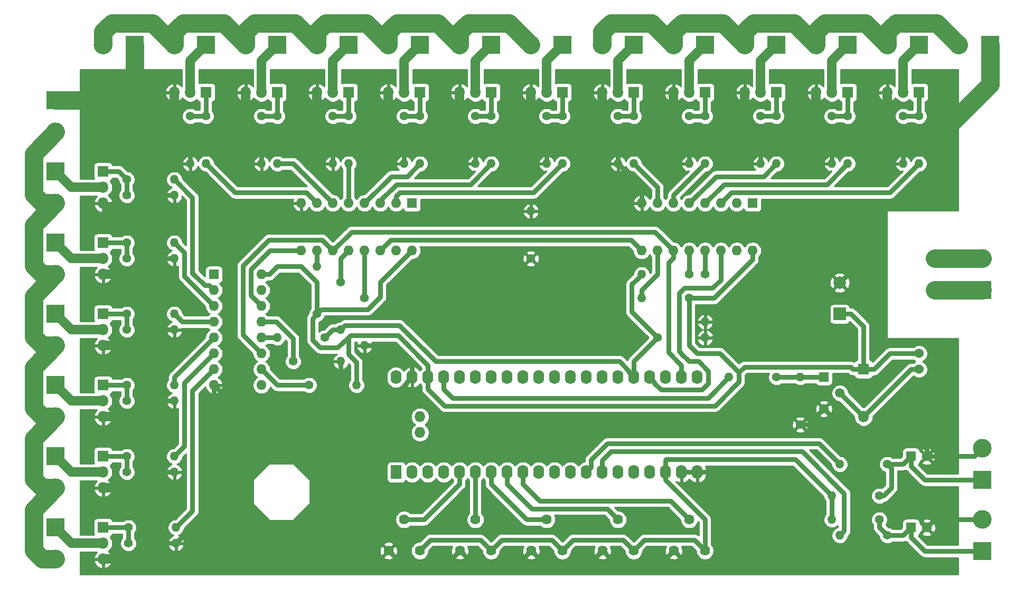
<source format=gbl>
G04 #@! TF.GenerationSoftware,KiCad,Pcbnew,(5.1.5)-3*
G04 #@! TF.CreationDate,2020-04-01T15:34:46+02:00*
G04 #@! TF.ProjectId,stair,73746169-722e-46b6-9963-61645f706362,rev?*
G04 #@! TF.SameCoordinates,Original*
G04 #@! TF.FileFunction,Copper,L2,Bot*
G04 #@! TF.FilePolarity,Positive*
%FSLAX46Y46*%
G04 Gerber Fmt 4.6, Leading zero omitted, Abs format (unit mm)*
G04 Created by KiCad (PCBNEW (5.1.5)-3) date 2020-04-01 15:34:46*
%MOMM*%
%LPD*%
G04 APERTURE LIST*
%ADD10C,1.400000*%
%ADD11O,1.400000X1.400000*%
%ADD12R,2.000000X2.000000*%
%ADD13C,2.000000*%
%ADD14R,1.600000X1.600000*%
%ADD15O,1.600000X1.600000*%
%ADD16C,1.524000*%
%ADD17C,1.620000*%
%ADD18R,1.800000X1.800000*%
%ADD19O,1.800000X1.800000*%
%ADD20R,3.000000X3.000000*%
%ADD21C,3.000000*%
%ADD22O,1.727200X1.727200*%
%ADD23O,1.727200X2.250000*%
%ADD24R,1.727200X2.250000*%
%ADD25C,1.600000*%
%ADD26R,1.500000X1.500000*%
%ADD27C,1.500000*%
%ADD28C,3.000000*%
%ADD29C,1.500000*%
%ADD30C,4.000000*%
%ADD31C,0.800000*%
%ADD32C,0.254000*%
G04 APERTURE END LIST*
D10*
X171450000Y-105410000D03*
D11*
X179070000Y-105410000D03*
D10*
X207010000Y-130810000D03*
D11*
X199390000Y-130810000D03*
D10*
X207010000Y-134620000D03*
D11*
X199390000Y-134620000D03*
D12*
X200660000Y-101600000D03*
D13*
X200660000Y-96600000D03*
D14*
X186690000Y-83820000D03*
D15*
X168910000Y-91440000D03*
X184150000Y-83820000D03*
X171450000Y-91440000D03*
X181610000Y-83820000D03*
X173990000Y-91440000D03*
X179070000Y-83820000D03*
X176530000Y-91440000D03*
X176530000Y-83820000D03*
X179070000Y-91440000D03*
X173990000Y-83820000D03*
X181610000Y-91440000D03*
X171450000Y-83820000D03*
X184150000Y-91440000D03*
X168910000Y-83820000D03*
X186690000Y-91440000D03*
D10*
X176530000Y-95250000D03*
D11*
X168910000Y-95250000D03*
X151130000Y-85090000D03*
D10*
X151130000Y-92710000D03*
D13*
X215900000Y-92710000D03*
X215900000Y-97790000D03*
D16*
X213360000Y-107950000D03*
X213360000Y-110490000D03*
D17*
X128310000Y-139620000D03*
X130810000Y-134620000D03*
X133310000Y-139620000D03*
D14*
X100330000Y-95250000D03*
D15*
X107950000Y-113030000D03*
X100330000Y-97790000D03*
X107950000Y-110490000D03*
X100330000Y-100330000D03*
X107950000Y-107950000D03*
X100330000Y-102870000D03*
X107950000Y-105410000D03*
X100330000Y-105410000D03*
X107950000Y-102870000D03*
X100330000Y-107950000D03*
X107950000Y-100330000D03*
X100330000Y-110490000D03*
X107950000Y-97790000D03*
X100330000Y-113030000D03*
X107950000Y-95250000D03*
D17*
X151170000Y-139620000D03*
X153670000Y-134620000D03*
X156170000Y-139620000D03*
X174030000Y-139620000D03*
X176530000Y-134620000D03*
X179030000Y-139620000D03*
D14*
X132080000Y-83820000D03*
D15*
X114300000Y-91440000D03*
X129540000Y-83820000D03*
X116840000Y-91440000D03*
X127000000Y-83820000D03*
X119380000Y-91440000D03*
X124460000Y-83820000D03*
X121920000Y-91440000D03*
X121920000Y-83820000D03*
X124460000Y-91440000D03*
X119380000Y-83820000D03*
X127000000Y-91440000D03*
X116840000Y-83820000D03*
X129540000Y-91440000D03*
X114300000Y-83820000D03*
X132080000Y-91440000D03*
D17*
X162600000Y-139620000D03*
X165100000Y-134620000D03*
X167600000Y-139620000D03*
D10*
X130810000Y-69850000D03*
D11*
X130810000Y-77470000D03*
D10*
X96520000Y-69850000D03*
D11*
X96520000Y-77470000D03*
D10*
X86360000Y-115570000D03*
D11*
X93980000Y-115570000D03*
D10*
X86360000Y-104140000D03*
D11*
X93980000Y-104140000D03*
D10*
X86614000Y-138430000D03*
D11*
X94234000Y-138430000D03*
D10*
X107950000Y-69850000D03*
D11*
X107950000Y-77470000D03*
D10*
X86360000Y-127000000D03*
D11*
X93980000Y-127000000D03*
D10*
X190500000Y-111760000D03*
D11*
X182880000Y-111760000D03*
D10*
X190500000Y-69850000D03*
D11*
X190500000Y-77470000D03*
D10*
X113030000Y-109220000D03*
D11*
X120650000Y-109220000D03*
D10*
X86360000Y-92710000D03*
D11*
X93980000Y-92710000D03*
D10*
X86360000Y-82550000D03*
D11*
X93980000Y-82550000D03*
D10*
X119380000Y-69850000D03*
D11*
X119380000Y-77470000D03*
D10*
X153670000Y-69850000D03*
D11*
X153670000Y-77470000D03*
D10*
X176530000Y-69850000D03*
D11*
X176530000Y-77470000D03*
D10*
X124460000Y-99060000D03*
D11*
X124460000Y-106680000D03*
D10*
X187960000Y-69850000D03*
D11*
X187960000Y-77470000D03*
D10*
X165100000Y-69850000D03*
D11*
X165100000Y-77470000D03*
D10*
X142240000Y-69850000D03*
D11*
X142240000Y-77470000D03*
D18*
X82550000Y-124460000D03*
D19*
X82550000Y-127000000D03*
X82550000Y-129540000D03*
D18*
X82550000Y-90170000D03*
D19*
X82550000Y-92710000D03*
X82550000Y-95250000D03*
D18*
X82550000Y-78740000D03*
D19*
X82550000Y-81280000D03*
X82550000Y-83820000D03*
D18*
X99060000Y-66040000D03*
D19*
X96520000Y-66040000D03*
X93980000Y-66040000D03*
D20*
X190500000Y-58420000D03*
D21*
X185420000Y-58420000D03*
D18*
X110490000Y-66040000D03*
D19*
X107950000Y-66040000D03*
X105410000Y-66040000D03*
D18*
X121920000Y-66040000D03*
D19*
X119380000Y-66040000D03*
X116840000Y-66040000D03*
D18*
X82550000Y-113030000D03*
D19*
X82550000Y-115570000D03*
X82550000Y-118110000D03*
D18*
X133350000Y-66040000D03*
D19*
X130810000Y-66040000D03*
X128270000Y-66040000D03*
D18*
X144780000Y-66040000D03*
D19*
X142240000Y-66040000D03*
X139700000Y-66040000D03*
D18*
X156210000Y-66040000D03*
D19*
X153670000Y-66040000D03*
X151130000Y-66040000D03*
D18*
X179070000Y-66040000D03*
D19*
X176530000Y-66040000D03*
X173990000Y-66040000D03*
D18*
X167640000Y-66040000D03*
D19*
X165100000Y-66040000D03*
X162560000Y-66040000D03*
D18*
X190500000Y-66040000D03*
D19*
X187960000Y-66040000D03*
X185420000Y-66040000D03*
D18*
X82550000Y-101600000D03*
D19*
X82550000Y-104140000D03*
X82550000Y-106680000D03*
D10*
X176530000Y-99060000D03*
D11*
X168910000Y-99060000D03*
D10*
X120650000Y-96520000D03*
D11*
X120650000Y-104140000D03*
D10*
X116840000Y-101600000D03*
D11*
X116840000Y-93980000D03*
D10*
X115570000Y-113030000D03*
D11*
X123190000Y-113030000D03*
D10*
X179070000Y-95250000D03*
D11*
X179070000Y-102870000D03*
D10*
X118110000Y-105410000D03*
D11*
X110490000Y-105410000D03*
D22*
X133350000Y-120640000D03*
X133350000Y-118100000D03*
D23*
X129489200Y-111760000D03*
X132080000Y-111760000D03*
X134620000Y-111760000D03*
X137160000Y-111760000D03*
X139700000Y-111760000D03*
X142240000Y-111760000D03*
X144780000Y-111760000D03*
X147320000Y-111760000D03*
X149860000Y-111760000D03*
X152400000Y-111760000D03*
X154940000Y-111760000D03*
X157480000Y-111760000D03*
X160020000Y-111760000D03*
X162560000Y-111760000D03*
X165100000Y-111760000D03*
X167640000Y-111760000D03*
X170180000Y-111760000D03*
X172720000Y-111760000D03*
X175260000Y-111760000D03*
X177800000Y-111760000D03*
X177800000Y-127000000D03*
X175260000Y-127000000D03*
X172720000Y-127000000D03*
X170180000Y-127000000D03*
X167640000Y-127000000D03*
X165100000Y-127000000D03*
X162560000Y-127000000D03*
X160020000Y-127000000D03*
X157480000Y-127000000D03*
X154940000Y-127000000D03*
X152400000Y-127000000D03*
X149860000Y-127000000D03*
X147320000Y-127000000D03*
X144780000Y-127000000D03*
X142240000Y-127000000D03*
X139700000Y-127000000D03*
X137160000Y-127000000D03*
X134620000Y-127000000D03*
X132080000Y-127000000D03*
D24*
X129540000Y-127000000D03*
D10*
X133350000Y-69850000D03*
D11*
X133350000Y-77470000D03*
D10*
X121920000Y-69850000D03*
D11*
X121920000Y-77470000D03*
D17*
X139740000Y-139620000D03*
X142240000Y-134620000D03*
X144740000Y-139620000D03*
D10*
X86360000Y-101600000D03*
D11*
X93980000Y-101600000D03*
D10*
X167640000Y-69850000D03*
D11*
X167640000Y-77470000D03*
D10*
X144780000Y-69850000D03*
D11*
X144780000Y-77470000D03*
D10*
X110490000Y-69850000D03*
D11*
X110490000Y-77470000D03*
D10*
X99060000Y-69850000D03*
D11*
X99060000Y-77470000D03*
D10*
X86360000Y-113030000D03*
D11*
X93980000Y-113030000D03*
D10*
X86360000Y-90170000D03*
D11*
X93980000Y-90170000D03*
D10*
X86614000Y-135890000D03*
D11*
X94234000Y-135890000D03*
D10*
X156210000Y-69850000D03*
D11*
X156210000Y-77470000D03*
D10*
X86360000Y-80010000D03*
D11*
X93980000Y-80010000D03*
D10*
X86360000Y-124460000D03*
D11*
X93980000Y-124460000D03*
D10*
X179070000Y-69850000D03*
D11*
X179070000Y-77470000D03*
D20*
X144780000Y-58420000D03*
D21*
X139700000Y-58420000D03*
D20*
X156210000Y-58420000D03*
D21*
X151130000Y-58420000D03*
D20*
X167640000Y-58420000D03*
D21*
X162560000Y-58420000D03*
D20*
X179070000Y-58420000D03*
D21*
X173990000Y-58420000D03*
D20*
X99060000Y-58420000D03*
D21*
X93980000Y-58420000D03*
D20*
X87630000Y-58420000D03*
D21*
X82550000Y-58420000D03*
D20*
X74930000Y-101600000D03*
D21*
X74930000Y-106680000D03*
D18*
X82550000Y-135890000D03*
D19*
X82550000Y-138430000D03*
X82550000Y-140970000D03*
D20*
X74930000Y-78740000D03*
D21*
X74930000Y-83820000D03*
D20*
X121920000Y-58420000D03*
D21*
X116840000Y-58420000D03*
D20*
X74930000Y-113030000D03*
D21*
X74930000Y-118110000D03*
D20*
X74930000Y-124460000D03*
D21*
X74930000Y-129540000D03*
D20*
X74930000Y-67310000D03*
D21*
X74930000Y-72390000D03*
D20*
X74930000Y-135890000D03*
D21*
X74930000Y-140970000D03*
D20*
X74930000Y-90170000D03*
D21*
X74930000Y-95250000D03*
D20*
X110490000Y-58420000D03*
D21*
X105410000Y-58420000D03*
D20*
X133350000Y-58420000D03*
D21*
X128270000Y-58420000D03*
D25*
X214590000Y-135890000D03*
D14*
X212090000Y-135890000D03*
D10*
X194310000Y-119380000D03*
D11*
X194310000Y-111760000D03*
D10*
X210820000Y-69850000D03*
D11*
X210820000Y-77470000D03*
D10*
X199390000Y-69850000D03*
D11*
X199390000Y-77470000D03*
D10*
X208280000Y-125730000D03*
D11*
X200660000Y-125730000D03*
D10*
X208280000Y-137160000D03*
D11*
X200660000Y-137160000D03*
D10*
X213360000Y-69850000D03*
D11*
X213360000Y-77470000D03*
D10*
X201930000Y-69850000D03*
D11*
X201930000Y-77470000D03*
D26*
X198120000Y-111760000D03*
D27*
X198120000Y-116840000D03*
X200660000Y-114300000D03*
D25*
X214590000Y-124460000D03*
D14*
X212090000Y-124460000D03*
D20*
X224790000Y-58420000D03*
D21*
X219710000Y-58420000D03*
D20*
X201930000Y-58420000D03*
D21*
X196850000Y-58420000D03*
D20*
X213360000Y-58420000D03*
D21*
X208280000Y-58420000D03*
D18*
X201930000Y-66040000D03*
D19*
X199390000Y-66040000D03*
X196850000Y-66040000D03*
D18*
X213360000Y-66040000D03*
D19*
X210820000Y-66040000D03*
X208280000Y-66040000D03*
D18*
X204470000Y-110490000D03*
D19*
X204470000Y-118110000D03*
D20*
X223520000Y-139700000D03*
D21*
X223520000Y-134620000D03*
D20*
X223520000Y-128270000D03*
D21*
X223520000Y-123190000D03*
D20*
X223520000Y-97790000D03*
D21*
X223520000Y-92710000D03*
D28*
X74930000Y-83820000D02*
X72808680Y-83820000D01*
X71429999Y-121610001D02*
X74930000Y-118110000D01*
X71429999Y-82441319D02*
X71429999Y-75890001D01*
X71429999Y-75890001D02*
X74930000Y-72390000D01*
X72808680Y-118110000D02*
X71429999Y-116731319D01*
X71429999Y-93871319D02*
X71429999Y-87320001D01*
X71429999Y-105301319D02*
X71429999Y-98750001D01*
X71429999Y-110180001D02*
X74930000Y-106680000D01*
X71429999Y-128161319D02*
X71429999Y-121610001D01*
X71429999Y-133040001D02*
X74930000Y-129540000D01*
X71429999Y-98750001D02*
X74930000Y-95250000D01*
X72808680Y-83820000D02*
X71429999Y-82441319D01*
X74930000Y-95250000D02*
X72808680Y-95250000D01*
X74930000Y-106680000D02*
X72808680Y-106680000D01*
X74930000Y-129540000D02*
X72808680Y-129540000D01*
X71429999Y-116731319D02*
X71429999Y-110180001D01*
X72808680Y-129540000D02*
X71429999Y-128161319D01*
X71429999Y-87320001D02*
X74930000Y-83820000D01*
X74930000Y-140970000D02*
X72808680Y-140970000D01*
X72808680Y-106680000D02*
X71429999Y-105301319D01*
X72808680Y-95250000D02*
X71429999Y-93871319D01*
X71429999Y-139591319D02*
X71429999Y-133040001D01*
X74930000Y-118110000D02*
X72808680Y-118110000D01*
X72808680Y-140970000D02*
X71429999Y-139591319D01*
X224790000Y-64770000D02*
X224790000Y-58420000D01*
X215900000Y-73660000D02*
X224790000Y-64770000D01*
D29*
X196850000Y-66040000D02*
X196850000Y-73660000D01*
X208280000Y-66040000D02*
X208280000Y-73660000D01*
D30*
X187960000Y-73660000D02*
X196850000Y-73660000D01*
D31*
X199390000Y-77470000D02*
X199390000Y-73660000D01*
D30*
X196850000Y-73660000D02*
X199390000Y-73660000D01*
X199390000Y-73660000D02*
X208280000Y-73660000D01*
D31*
X210820000Y-77470000D02*
X210820000Y-73660000D01*
D30*
X208280000Y-73660000D02*
X210820000Y-73660000D01*
X210820000Y-73660000D02*
X215900000Y-73660000D01*
D31*
X215860000Y-134620000D02*
X214590000Y-135890000D01*
X223520000Y-134620000D02*
X215860000Y-134620000D01*
X222250000Y-124460000D02*
X223520000Y-123190000D01*
X214590000Y-124460000D02*
X222250000Y-124460000D01*
D30*
X153670000Y-73660000D02*
X162560000Y-73660000D01*
X162560000Y-73660000D02*
X165100000Y-73660000D01*
D31*
X168910000Y-83820000D02*
X168910000Y-81280000D01*
X168910000Y-81280000D02*
X165100000Y-77470000D01*
X100330000Y-113030000D02*
X100330000Y-132334000D01*
X175260000Y-127000000D02*
X177800000Y-127000000D01*
X165100000Y-77470000D02*
X165100000Y-73660000D01*
D30*
X176530000Y-73660000D02*
X185420000Y-73660000D01*
D31*
X176530000Y-77470000D02*
X176530000Y-73660000D01*
X100330000Y-132334000D02*
X94234000Y-138430000D01*
D30*
X173990000Y-73660000D02*
X176530000Y-73660000D01*
D31*
X187960000Y-77470000D02*
X187960000Y-73660000D01*
D30*
X165100000Y-73660000D02*
X173990000Y-73660000D01*
X151130000Y-73660000D02*
X153670000Y-73660000D01*
X185420000Y-73660000D02*
X187960000Y-73660000D01*
D31*
X153670000Y-77470000D02*
X153670000Y-73660000D01*
X119380000Y-77470000D02*
X119380000Y-73660000D01*
D30*
X90170000Y-92710000D02*
X90170000Y-85090000D01*
D29*
X88900000Y-140970000D02*
X90170000Y-139700000D01*
D30*
X90170000Y-104140000D02*
X90170000Y-95250000D01*
X90170000Y-118110000D02*
X90170000Y-115570000D01*
X90170000Y-138430000D02*
X90170000Y-129540000D01*
D29*
X82550000Y-140970000D02*
X88900000Y-140970000D01*
X185420000Y-66040000D02*
X185420000Y-73660000D01*
X82550000Y-106680000D02*
X90170000Y-106680000D01*
D30*
X90170000Y-129540000D02*
X90170000Y-127000000D01*
D31*
X94234000Y-138430000D02*
X90170000Y-138430000D01*
D29*
X82550000Y-95250000D02*
X90170000Y-95250000D01*
D30*
X90170000Y-139700000D02*
X90170000Y-138430000D01*
X142240000Y-73660000D02*
X151130000Y-73660000D01*
X139700000Y-73660000D02*
X142240000Y-73660000D01*
D29*
X151130000Y-66040000D02*
X151130000Y-73660000D01*
D31*
X142240000Y-77470000D02*
X142240000Y-73660000D01*
D30*
X130810000Y-73660000D02*
X139700000Y-73660000D01*
X128270000Y-73660000D02*
X130810000Y-73660000D01*
X90170000Y-115570000D02*
X90170000Y-106680000D01*
D29*
X173990000Y-66040000D02*
X173990000Y-73660000D01*
X116840000Y-66040000D02*
X116840000Y-73660000D01*
D31*
X130810000Y-77470000D02*
X130810000Y-73660000D01*
D30*
X119380000Y-73660000D02*
X128270000Y-73660000D01*
X116840000Y-73660000D02*
X119380000Y-73660000D01*
D31*
X93980000Y-82550000D02*
X90170000Y-82550000D01*
D30*
X90170000Y-95250000D02*
X90170000Y-92710000D01*
D31*
X93980000Y-92710000D02*
X90170000Y-92710000D01*
D29*
X162560000Y-66040000D02*
X162560000Y-73660000D01*
D30*
X90170000Y-85090000D02*
X90170000Y-82550000D01*
D29*
X139700000Y-66040000D02*
X139700000Y-73660000D01*
D30*
X90170000Y-106680000D02*
X90170000Y-104140000D01*
X90170000Y-127000000D02*
X90170000Y-118110000D01*
D29*
X128270000Y-66040000D02*
X128270000Y-73660000D01*
D31*
X93980000Y-127000000D02*
X90170000Y-127000000D01*
D29*
X82550000Y-129540000D02*
X90170000Y-129540000D01*
D31*
X93980000Y-104140000D02*
X90170000Y-104140000D01*
D29*
X82550000Y-118110000D02*
X90170000Y-118110000D01*
D31*
X93980000Y-115570000D02*
X90170000Y-115570000D01*
D29*
X82550000Y-83820000D02*
X83449999Y-84719999D01*
X83449999Y-84719999D02*
X89799999Y-84719999D01*
X89799999Y-84719999D02*
X90170000Y-85090000D01*
D30*
X107950000Y-73660000D02*
X116840000Y-73660000D01*
D31*
X107950000Y-77470000D02*
X107950000Y-73660000D01*
D29*
X105410000Y-66040000D02*
X105410000Y-73660000D01*
D30*
X105410000Y-73660000D02*
X107950000Y-73660000D01*
D31*
X96520000Y-77470000D02*
X96520000Y-73660000D01*
D30*
X96520000Y-73660000D02*
X105410000Y-73660000D01*
X90170000Y-82550000D02*
X90170000Y-73660000D01*
D28*
X83820000Y-67310000D02*
X74930000Y-67310000D01*
D31*
X90170000Y-73660000D02*
X87630000Y-71120000D01*
D28*
X87630000Y-71120000D02*
X87630000Y-58420000D01*
X90170000Y-73660000D02*
X83820000Y-67310000D01*
D31*
X204039999Y-122759999D02*
X198120000Y-116840000D01*
X214021369Y-122759999D02*
X204039999Y-122759999D01*
X214590000Y-124460000D02*
X214590000Y-123328630D01*
X214590000Y-123328630D02*
X214021369Y-122759999D01*
X195580000Y-119380000D02*
X198120000Y-116840000D01*
X194310000Y-119380000D02*
X195580000Y-119380000D01*
D30*
X90170000Y-73660000D02*
X96520000Y-73660000D01*
D29*
X93980000Y-66040000D02*
X93980000Y-72390000D01*
D31*
X106804721Y-119504721D02*
X100330000Y-113030000D01*
X132080000Y-111760000D02*
X131252810Y-112587190D01*
X124500000Y-119504721D02*
X131252810Y-112751911D01*
X131252810Y-112587190D02*
X131252810Y-112751911D01*
X138930001Y-140429999D02*
X139740000Y-139620000D01*
X130020001Y-141330001D02*
X138029999Y-141330001D01*
X138029999Y-141330001D02*
X138930001Y-140429999D01*
X128310000Y-139620000D02*
X130020001Y-141330001D01*
X150360001Y-140429999D02*
X151170000Y-139620000D01*
X149459999Y-141330001D02*
X150360001Y-140429999D01*
X141450001Y-141330001D02*
X149459999Y-141330001D01*
X139740000Y-139620000D02*
X141450001Y-141330001D01*
X161790001Y-140429999D02*
X162600000Y-139620000D01*
X160889999Y-141330001D02*
X161790001Y-140429999D01*
X152880001Y-141330001D02*
X160889999Y-141330001D01*
X151170000Y-139620000D02*
X152880001Y-141330001D01*
X173220001Y-140429999D02*
X174030000Y-139620000D01*
X164310001Y-141330001D02*
X172319999Y-141330001D01*
X172319999Y-141330001D02*
X173220001Y-140429999D01*
X162600000Y-139620000D02*
X164310001Y-141330001D01*
X179463600Y-127000000D02*
X177800000Y-127000000D01*
X180740001Y-128276401D02*
X179463600Y-127000000D01*
X180740001Y-140440801D02*
X180740001Y-128276401D01*
X179850801Y-141330001D02*
X180740001Y-140440801D01*
X175740001Y-141330001D02*
X179850801Y-141330001D01*
X174030000Y-139620000D02*
X175740001Y-141330001D01*
X124500000Y-119504721D02*
X106804721Y-119504721D01*
X120650000Y-109220000D02*
X120650000Y-115654721D01*
X120650000Y-115654721D02*
X124500000Y-119504721D01*
X132080000Y-109835000D02*
X132080000Y-111760000D01*
X128925000Y-106680000D02*
X132080000Y-109835000D01*
X124460000Y-106680000D02*
X128925000Y-106680000D01*
X200660000Y-96600000D02*
X205740000Y-91520000D01*
X205740000Y-91520000D02*
X205740000Y-85090000D01*
X215900000Y-77298002D02*
X215900000Y-73660000D01*
X209777993Y-83420009D02*
X215900000Y-77298002D01*
X207409991Y-83420009D02*
X209777993Y-83420009D01*
X205740000Y-85090000D02*
X207409991Y-83420009D01*
X204039999Y-130208001D02*
X204039999Y-122759999D01*
X206241999Y-132410001D02*
X204039999Y-130208001D01*
X211830003Y-132410001D02*
X206241999Y-132410001D01*
X213790001Y-134369999D02*
X211830003Y-132410001D01*
X213790001Y-135090001D02*
X213790001Y-134369999D01*
X214590000Y-135890000D02*
X213790001Y-135090001D01*
X82550000Y-135890000D02*
X86614000Y-135890000D01*
X86614000Y-138430000D02*
X86614000Y-135890000D01*
D29*
X82550000Y-138430000D02*
X77470000Y-138430000D01*
X77470000Y-138430000D02*
X74930000Y-135890000D01*
X77470000Y-127000000D02*
X74930000Y-124460000D01*
X82550000Y-127000000D02*
X77470000Y-127000000D01*
X77470000Y-115570000D02*
X74930000Y-113030000D01*
X82550000Y-115570000D02*
X77470000Y-115570000D01*
X82550000Y-104140000D02*
X77470000Y-104140000D01*
X77470000Y-104140000D02*
X74930000Y-101600000D01*
X82550000Y-92710000D02*
X77470000Y-92710000D01*
X77470000Y-92710000D02*
X74930000Y-90170000D01*
X82550000Y-81280000D02*
X77470000Y-81280000D01*
X77470000Y-81280000D02*
X74930000Y-78740000D01*
X96520000Y-66040000D02*
X96520000Y-60960000D01*
X96520000Y-60960000D02*
X99060000Y-58420000D01*
D28*
X129648681Y-54919999D02*
X136199999Y-54919999D01*
X147629999Y-54919999D02*
X151130000Y-58420000D01*
X141078681Y-54919999D02*
X147629999Y-54919999D01*
X139700000Y-56298680D02*
X141078681Y-54919999D01*
X139700000Y-58420000D02*
X139700000Y-56298680D01*
X128270000Y-58420000D02*
X128270000Y-56298680D01*
X128270000Y-56298680D02*
X129648681Y-54919999D01*
X83928681Y-54919999D02*
X90479999Y-54919999D01*
X136199999Y-54919999D02*
X139700000Y-58420000D01*
X116840000Y-58420000D02*
X116840000Y-56298680D01*
X118218681Y-54919999D02*
X124769999Y-54919999D01*
X124769999Y-54919999D02*
X128270000Y-58420000D01*
X116840000Y-56298680D02*
X118218681Y-54919999D01*
X105410000Y-56298680D02*
X106788681Y-54919999D01*
X105410000Y-58420000D02*
X105410000Y-56298680D01*
X106788681Y-54919999D02*
X113339999Y-54919999D01*
X113339999Y-54919999D02*
X116840000Y-58420000D01*
X93980000Y-58420000D02*
X93980000Y-56298680D01*
X95358681Y-54919999D02*
X101909999Y-54919999D01*
X93980000Y-56298680D02*
X95358681Y-54919999D01*
X101909999Y-54919999D02*
X105410000Y-58420000D01*
X82550000Y-58420000D02*
X82550000Y-56298680D01*
X90479999Y-54919999D02*
X93980000Y-58420000D01*
X82550000Y-56298680D02*
X83928681Y-54919999D01*
D29*
X107950000Y-66040000D02*
X107950000Y-60960000D01*
X107950000Y-60960000D02*
X110490000Y-58420000D01*
X119380000Y-60960000D02*
X121920000Y-58420000D01*
X119380000Y-66040000D02*
X119380000Y-60960000D01*
X130810000Y-60960000D02*
X133350000Y-58420000D01*
X130810000Y-66040000D02*
X130810000Y-60960000D01*
X142240000Y-60960000D02*
X144780000Y-58420000D01*
X142240000Y-66040000D02*
X142240000Y-60960000D01*
X153670000Y-66040000D02*
X153670000Y-60960000D01*
X153670000Y-60960000D02*
X156210000Y-58420000D01*
X165100000Y-60960000D02*
X167640000Y-58420000D01*
X165100000Y-66040000D02*
X165100000Y-60960000D01*
D28*
X193349999Y-54919999D02*
X196850000Y-58420000D01*
X204779999Y-54919999D02*
X208280000Y-58420000D01*
X196850000Y-56298680D02*
X198228681Y-54919999D01*
X198228681Y-54919999D02*
X204779999Y-54919999D01*
X196850000Y-58420000D02*
X196850000Y-56298680D01*
X208280000Y-56298680D02*
X208280000Y-58420000D01*
X209658681Y-54919999D02*
X208280000Y-56298680D01*
X219710000Y-58420000D02*
X216209999Y-54919999D01*
X216209999Y-54919999D02*
X209658681Y-54919999D01*
X186798681Y-54919999D02*
X193349999Y-54919999D01*
X170489999Y-54919999D02*
X173990000Y-58420000D01*
X175368681Y-54919999D02*
X181919999Y-54919999D01*
X173990000Y-56298680D02*
X175368681Y-54919999D01*
X181919999Y-54919999D02*
X185420000Y-58420000D01*
X185420000Y-58420000D02*
X185420000Y-56298680D01*
X185420000Y-56298680D02*
X186798681Y-54919999D01*
X162560000Y-58420000D02*
X162560000Y-56298680D01*
X173990000Y-58420000D02*
X173990000Y-56298680D01*
X163938681Y-54919999D02*
X170489999Y-54919999D01*
X162560000Y-56298680D02*
X163938681Y-54919999D01*
D29*
X176530000Y-66040000D02*
X176530000Y-60960000D01*
X176530000Y-60960000D02*
X179070000Y-58420000D01*
X187960000Y-66040000D02*
X187960000Y-60960000D01*
X187960000Y-60960000D02*
X190500000Y-58420000D01*
X199390000Y-60960000D02*
X201930000Y-58420000D01*
X199390000Y-66040000D02*
X199390000Y-60960000D01*
X210820000Y-60960000D02*
X213360000Y-58420000D01*
X210820000Y-66040000D02*
X210820000Y-60960000D01*
D31*
X86360000Y-127000000D02*
X86360000Y-124460000D01*
X82550000Y-124460000D02*
X86360000Y-124460000D01*
X82550000Y-113030000D02*
X86360000Y-113030000D01*
X86360000Y-115570000D02*
X86360000Y-113030000D01*
X82550000Y-101600000D02*
X86360000Y-101600000D01*
X86360000Y-104140000D02*
X86360000Y-101600000D01*
X86360000Y-92710000D02*
X86360000Y-90170000D01*
X82550000Y-90170000D02*
X86360000Y-90170000D01*
X86360000Y-82550000D02*
X86360000Y-80010000D01*
X86360000Y-80010000D02*
X85090000Y-78740000D01*
X85090000Y-78740000D02*
X82550000Y-78740000D01*
X99060000Y-66040000D02*
X99060000Y-69850000D01*
X96520000Y-69850000D02*
X99060000Y-69850000D01*
X107950000Y-69850000D02*
X110490000Y-69850000D01*
X110490000Y-69850000D02*
X110490000Y-66040000D01*
X121920000Y-66040000D02*
X121920000Y-69850000D01*
X119380000Y-69850000D02*
X121920000Y-69850000D01*
X130810000Y-69850000D02*
X133350000Y-69850000D01*
X133350000Y-69850000D02*
X133350000Y-66040000D01*
X142240000Y-69850000D02*
X144780000Y-69850000D01*
X144780000Y-69850000D02*
X144780000Y-66040000D01*
X153670000Y-69850000D02*
X156210000Y-69850000D01*
X156210000Y-69850000D02*
X156210000Y-66040000D01*
X165100000Y-69850000D02*
X167640000Y-69850000D01*
X167640000Y-69850000D02*
X167640000Y-66040000D01*
X176530000Y-69850000D02*
X179070000Y-69850000D01*
X179070000Y-69850000D02*
X179070000Y-66040000D01*
X190500000Y-69850000D02*
X190500000Y-66040000D01*
X187960000Y-69850000D02*
X190500000Y-69850000D01*
X199390000Y-69850000D02*
X201930000Y-69850000D01*
X201930000Y-69850000D02*
X201930000Y-66040000D01*
X210820000Y-69850000D02*
X213360000Y-69850000D01*
X213360000Y-69850000D02*
X213360000Y-66040000D01*
X94234000Y-135890000D02*
X96880011Y-133243989D01*
X96880011Y-113939989D02*
X100330000Y-110490000D01*
X96880011Y-133243989D02*
X96880011Y-113939989D01*
X95580001Y-122859999D02*
X95580001Y-112699999D01*
X93980000Y-124460000D02*
X95580001Y-122859999D01*
X95580001Y-112699999D02*
X100330000Y-107950000D01*
X93980000Y-113030000D02*
X93980000Y-111760000D01*
X93980000Y-111760000D02*
X100330000Y-105410000D01*
X95250000Y-102870000D02*
X93980000Y-101600000D01*
X100330000Y-102870000D02*
X95250000Y-102870000D01*
X100330000Y-100330000D02*
X95580001Y-95580001D01*
X95580001Y-91770001D02*
X93980000Y-90170000D01*
X95580001Y-95580001D02*
X95580001Y-91770001D01*
X96880011Y-95020013D02*
X96880011Y-82910011D01*
X96880011Y-82910011D02*
X93980000Y-80010000D01*
X98849999Y-96990001D02*
X96880011Y-95020013D01*
X100330000Y-97790000D02*
X99530001Y-96990001D01*
X99530001Y-96990001D02*
X98849999Y-96990001D01*
X103709999Y-82119999D02*
X99060000Y-77470000D01*
X115139999Y-82119999D02*
X103709999Y-82119999D01*
X116840000Y-83820000D02*
X115139999Y-82119999D01*
X113030000Y-77470000D02*
X110490000Y-77470000D01*
X119380000Y-83820000D02*
X113030000Y-77470000D01*
X121920000Y-83820000D02*
X121920000Y-77470000D01*
X131300021Y-79519979D02*
X133350000Y-77470000D01*
X128760021Y-79519979D02*
X131300021Y-79519979D01*
X124460000Y-83820000D02*
X128760021Y-79519979D01*
X127000000Y-83390139D02*
X129570150Y-80819989D01*
X127000000Y-83820000D02*
X127000000Y-83390139D01*
X141430011Y-80819989D02*
X144780000Y-77470000D01*
X129570150Y-80819989D02*
X141430011Y-80819989D01*
X151560001Y-82119999D02*
X156210000Y-77470000D01*
X130108631Y-82119999D02*
X151560001Y-82119999D01*
X129540000Y-83820000D02*
X129540000Y-82688630D01*
X129540000Y-82688630D02*
X130108631Y-82119999D01*
X171450000Y-83820000D02*
X171450000Y-81280000D01*
X171450000Y-81280000D02*
X167640000Y-77470000D01*
X173990000Y-82550000D02*
X179070000Y-77470000D01*
X173990000Y-83820000D02*
X173990000Y-82550000D01*
X188450021Y-79519979D02*
X190500000Y-77470000D01*
X180830021Y-79519979D02*
X188450021Y-79519979D01*
X176530000Y-83820000D02*
X180830021Y-79519979D01*
X198580011Y-80819989D02*
X201930000Y-77470000D01*
X182070011Y-80819989D02*
X198580011Y-80819989D01*
X179070000Y-83820000D02*
X182070011Y-80819989D01*
X208710001Y-82119999D02*
X213360000Y-77470000D01*
X183310001Y-82119999D02*
X208710001Y-82119999D01*
X181610000Y-83820000D02*
X183310001Y-82119999D01*
X176530000Y-106680000D02*
X176530000Y-99060000D01*
X177769990Y-107919990D02*
X176530000Y-106680000D01*
X178554002Y-107919990D02*
X177769990Y-107919990D01*
X176530000Y-99060000D02*
X180511997Y-99060000D01*
X186690000Y-92881998D02*
X186690000Y-91440000D01*
X180511997Y-99060000D02*
X186690000Y-92881998D01*
X184480001Y-110991999D02*
X181438002Y-107950000D01*
X134620000Y-113685000D02*
X137320030Y-116385030D01*
X180622972Y-116385030D02*
X184480001Y-112528001D01*
X134620000Y-111760000D02*
X134620000Y-113685000D01*
X137320030Y-116385030D02*
X180622972Y-116385030D01*
X184480001Y-112528001D02*
X184480001Y-110991999D01*
X178584012Y-107950000D02*
X178554002Y-107919990D01*
X181438002Y-107950000D02*
X178584012Y-107950000D01*
X208710000Y-107950000D02*
X213360000Y-107950000D01*
X206170000Y-110490000D02*
X208710000Y-107950000D01*
X204470000Y-110490000D02*
X206170000Y-110490000D01*
X185362001Y-110109999D02*
X184480001Y-110991999D01*
X202389999Y-110109999D02*
X185362001Y-110109999D01*
X202770000Y-110490000D02*
X202389999Y-110109999D01*
X204470000Y-110490000D02*
X202770000Y-110490000D01*
X134620000Y-109835000D02*
X134620000Y-111760000D01*
X109220000Y-95250000D02*
X107950000Y-95250000D01*
X110490000Y-93980000D02*
X109220000Y-95250000D01*
X114300000Y-93980000D02*
X110490000Y-93980000D01*
X116840000Y-101600000D02*
X116840000Y-96520000D01*
X116840000Y-96520000D02*
X114300000Y-93980000D01*
X116140001Y-102299999D02*
X116840000Y-101600000D01*
X116140001Y-105808003D02*
X116140001Y-102299999D01*
X117341999Y-107010001D02*
X116140001Y-105808003D01*
X120148001Y-107010001D02*
X117341999Y-107010001D01*
X123190000Y-109391998D02*
X121920000Y-108121998D01*
X123190000Y-113030000D02*
X123190000Y-109391998D01*
X121920000Y-108121998D02*
X121920000Y-105410000D01*
X121920000Y-105410000D02*
X120148001Y-107010001D01*
X124988001Y-100900001D02*
X127000000Y-98888002D01*
X116840000Y-101600000D02*
X117539999Y-100900001D01*
X117539999Y-100900001D02*
X124988001Y-100900001D01*
X127000000Y-96520000D02*
X132080000Y-91440000D01*
X127000000Y-98888002D02*
X127000000Y-96520000D01*
X122250001Y-105079999D02*
X121920000Y-105410000D01*
X129864999Y-105079999D02*
X122250001Y-105079999D01*
X134620000Y-109835000D02*
X129864999Y-105079999D01*
X204470000Y-103610000D02*
X202460000Y-101600000D01*
X202460000Y-101600000D02*
X200660000Y-101600000D01*
X204470000Y-110490000D02*
X204470000Y-103610000D01*
X181610000Y-96123507D02*
X181610000Y-91440000D01*
X175761999Y-97459999D02*
X180273508Y-97459999D01*
X174929999Y-98291999D02*
X175761999Y-97459999D01*
X174929999Y-107619999D02*
X174929999Y-98291999D01*
X178530511Y-113785010D02*
X179563610Y-112751911D01*
X171989489Y-113785010D02*
X178530511Y-113785010D01*
X175260000Y-107950000D02*
X174929999Y-107619999D01*
X170956390Y-112751911D02*
X171989489Y-113785010D01*
X176483491Y-109220000D02*
X175260000Y-107996509D01*
X170180000Y-111760000D02*
X170956390Y-112536390D01*
X179563610Y-112751911D02*
X179563610Y-110768089D01*
X178015521Y-109220000D02*
X176483491Y-109220000D01*
X180273508Y-97459999D02*
X181610000Y-96123507D01*
X179563610Y-110768089D02*
X178015521Y-109220000D01*
X170956390Y-112536390D02*
X170956390Y-112751911D01*
X175260000Y-107996509D02*
X175260000Y-107950000D01*
X210820000Y-137160000D02*
X212090000Y-135890000D01*
X208280000Y-137160000D02*
X210820000Y-137160000D01*
X207010000Y-135890000D02*
X208280000Y-137160000D01*
X207010000Y-134620000D02*
X207010000Y-135890000D01*
X212090000Y-137490000D02*
X212090000Y-135890000D01*
X214300000Y-139700000D02*
X212090000Y-137490000D01*
X223520000Y-139700000D02*
X214300000Y-139700000D01*
X210820000Y-125730000D02*
X212090000Y-124460000D01*
X208280000Y-125730000D02*
X210820000Y-125730000D01*
X208915000Y-126365000D02*
X208280000Y-125730000D01*
X208915000Y-129540000D02*
X208915000Y-126365000D01*
X207645000Y-130810000D02*
X208915000Y-129540000D01*
X207010000Y-130810000D02*
X207645000Y-130810000D01*
X212090000Y-126060000D02*
X212090000Y-124460000D01*
X214300000Y-128270000D02*
X212090000Y-126060000D01*
X223520000Y-128270000D02*
X214300000Y-128270000D01*
X212090000Y-110490000D02*
X213360000Y-110490000D01*
X204470000Y-118110000D02*
X212090000Y-110490000D01*
X200660000Y-114300000D02*
X204470000Y-118110000D01*
X175260000Y-109835000D02*
X175260000Y-111760000D01*
X173190001Y-93371369D02*
X173190001Y-107765001D01*
X173990000Y-91440000D02*
X173990000Y-92571370D01*
X173190001Y-107765001D02*
X175260000Y-109835000D01*
X173990000Y-92571370D02*
X173190001Y-93371369D01*
X170989989Y-88439989D02*
X122380011Y-88439989D01*
X122380011Y-88439989D02*
X119380000Y-91440000D01*
X173990000Y-91440000D02*
X170989989Y-88439989D01*
X117679999Y-89739999D02*
X119380000Y-91440000D01*
X107950000Y-107950000D02*
X104949989Y-104949989D01*
X109105508Y-89739999D02*
X117679999Y-89739999D01*
X104949989Y-104949989D02*
X104949989Y-93895518D01*
X104949989Y-93895518D02*
X109105508Y-89739999D01*
X119380000Y-104140000D02*
X118110000Y-105410000D01*
X120650000Y-104140000D02*
X119380000Y-104140000D01*
X166863610Y-110768089D02*
X165315521Y-109220000D01*
X165315521Y-109220000D02*
X135843491Y-109220000D01*
X167640000Y-111760000D02*
X166863610Y-110983610D01*
X166863610Y-110983610D02*
X166863610Y-110768089D01*
X130063492Y-103440001D02*
X121349999Y-103440001D01*
X121349999Y-103440001D02*
X120650000Y-104140000D01*
X135843491Y-109220000D02*
X130063492Y-103440001D01*
X167640000Y-109220000D02*
X171450000Y-105410000D01*
X167640000Y-111760000D02*
X167640000Y-109220000D01*
X167309999Y-96850001D02*
X168210001Y-95949999D01*
X167309999Y-101269999D02*
X167309999Y-96850001D01*
X168210001Y-95949999D02*
X168910000Y-95250000D01*
X171450000Y-105410000D02*
X167309999Y-101269999D01*
X139700000Y-128925000D02*
X139700000Y-127000000D01*
X134005000Y-134620000D02*
X139700000Y-128925000D01*
X130810000Y-134620000D02*
X134005000Y-134620000D01*
X149860000Y-128925000D02*
X149860000Y-127000000D01*
X152544989Y-131609989D02*
X149860000Y-128925000D01*
X173519989Y-131609989D02*
X152544989Y-131609989D01*
X176530000Y-134620000D02*
X173519989Y-131609989D01*
X201359999Y-136460001D02*
X200660000Y-137160000D01*
X201359999Y-130411997D02*
X201359999Y-136460001D01*
X194622982Y-123674980D02*
X201359999Y-130411997D01*
X163960020Y-123674980D02*
X194622982Y-123674980D01*
X162560000Y-125075000D02*
X163960020Y-123674980D01*
X162560000Y-127000000D02*
X162560000Y-125075000D01*
X199960001Y-125030001D02*
X200660000Y-125730000D01*
X197304970Y-122374970D02*
X199960001Y-125030001D01*
X163421539Y-122374970D02*
X197304970Y-122374970D01*
X160796390Y-125000120D02*
X163421539Y-122374970D01*
X160796390Y-126223610D02*
X160796390Y-125000120D01*
X160020000Y-127000000D02*
X160796390Y-126223610D01*
X137160000Y-111760000D02*
X137160000Y-111975521D01*
X179554980Y-115085020D02*
X182880000Y-111760000D01*
X138560020Y-115085020D02*
X179554980Y-115085020D01*
X137160000Y-113685000D02*
X138560020Y-115085020D01*
X137160000Y-111760000D02*
X137160000Y-113685000D01*
X190500000Y-111760000D02*
X198120000Y-111760000D01*
X113030000Y-105581998D02*
X110318002Y-102870000D01*
X113030000Y-109220000D02*
X113030000Y-105581998D01*
X110318002Y-102870000D02*
X107950000Y-102870000D01*
X124460000Y-99060000D02*
X124460000Y-91440000D01*
X179070000Y-95250000D02*
X179070000Y-91440000D01*
X116840000Y-93980000D02*
X116840000Y-91440000D01*
X171450000Y-95250000D02*
X171450000Y-91440000D01*
X168910000Y-99060000D02*
X168910000Y-97790000D01*
X168910000Y-97790000D02*
X171450000Y-95250000D01*
X144780000Y-128925000D02*
X144780000Y-127000000D01*
X150475000Y-134620000D02*
X144780000Y-128925000D01*
X153670000Y-134620000D02*
X150475000Y-134620000D01*
X147320000Y-128925000D02*
X147320000Y-127000000D01*
X151304999Y-132909999D02*
X147320000Y-128925000D01*
X163389999Y-132909999D02*
X151304999Y-132909999D01*
X165100000Y-134620000D02*
X163389999Y-132909999D01*
D28*
X215900000Y-97790000D02*
X223520000Y-97790000D01*
X215900000Y-92710000D02*
X223520000Y-92710000D01*
D31*
X179030000Y-134589198D02*
X179030000Y-139620000D01*
X172720000Y-127000000D02*
X172720000Y-128279198D01*
X172720000Y-128279198D02*
X179030000Y-134589198D01*
X168409999Y-138810001D02*
X167600000Y-139620000D01*
X177319999Y-137909999D02*
X169310001Y-137909999D01*
X169310001Y-137909999D02*
X168409999Y-138810001D01*
X179030000Y-139620000D02*
X177319999Y-137909999D01*
X156979999Y-138810001D02*
X156170000Y-139620000D01*
X157880001Y-137909999D02*
X156979999Y-138810001D01*
X165889999Y-137909999D02*
X157880001Y-137909999D01*
X167600000Y-139620000D02*
X165889999Y-137909999D01*
X146450001Y-137909999D02*
X145549999Y-138810001D01*
X145549999Y-138810001D02*
X144740000Y-139620000D01*
X154459999Y-137909999D02*
X146450001Y-137909999D01*
X156170000Y-139620000D02*
X154459999Y-137909999D01*
X134119999Y-138810001D02*
X133310000Y-139620000D01*
X135020001Y-137909999D02*
X134119999Y-138810001D01*
X143029999Y-137909999D02*
X135020001Y-137909999D01*
X144740000Y-139620000D02*
X143029999Y-137909999D01*
X172720000Y-125075000D02*
X172720000Y-127000000D01*
X172820010Y-124974990D02*
X172720000Y-125075000D01*
X193554990Y-124974990D02*
X172820010Y-124974990D01*
X199390000Y-130810000D02*
X193554990Y-124974990D01*
X199390000Y-134620000D02*
X199390000Y-130810000D01*
X142240000Y-134620000D02*
X142240000Y-127000000D01*
X110490000Y-113030000D02*
X115570000Y-113030000D01*
X107950000Y-110490000D02*
X110490000Y-113030000D01*
X106249999Y-94433999D02*
X109243998Y-91440000D01*
X106249999Y-98629999D02*
X106249999Y-94433999D01*
X107950000Y-100330000D02*
X106249999Y-98629999D01*
X109243998Y-91440000D02*
X113803630Y-91440000D01*
X167209999Y-89739999D02*
X128700001Y-89739999D01*
X128700001Y-89739999D02*
X127000000Y-91440000D01*
X168910000Y-91440000D02*
X167209999Y-89739999D01*
X120650000Y-92710000D02*
X121920000Y-91440000D01*
X120650000Y-96520000D02*
X120650000Y-92710000D01*
X110490000Y-105410000D02*
X107950000Y-105410000D01*
X176530000Y-95250000D02*
X176530000Y-91440000D01*
D32*
G36*
X95135000Y-65034009D02*
G01*
X95111649Y-65002884D01*
X94887573Y-64802038D01*
X94628620Y-64648766D01*
X94344741Y-64548959D01*
X94107000Y-64669008D01*
X94107000Y-65913000D01*
X94127000Y-65913000D01*
X94127000Y-66167000D01*
X94107000Y-66167000D01*
X94107000Y-67410992D01*
X94344741Y-67531041D01*
X94628620Y-67431234D01*
X94887573Y-67277962D01*
X95111649Y-67077116D01*
X95246633Y-66897198D01*
X95327688Y-67018505D01*
X95541495Y-67232312D01*
X95792905Y-67400299D01*
X96072257Y-67516011D01*
X96368816Y-67575000D01*
X96671184Y-67575000D01*
X96967743Y-67516011D01*
X97247095Y-67400299D01*
X97498505Y-67232312D01*
X97564944Y-67165873D01*
X97570498Y-67184180D01*
X97629463Y-67294494D01*
X97708815Y-67391185D01*
X97805506Y-67470537D01*
X97915820Y-67529502D01*
X98025000Y-67562622D01*
X98025001Y-68815000D01*
X97372975Y-68815000D01*
X97371013Y-68813038D01*
X97152359Y-68666939D01*
X96909405Y-68566304D01*
X96651486Y-68515000D01*
X96388514Y-68515000D01*
X96130595Y-68566304D01*
X95887641Y-68666939D01*
X95668987Y-68813038D01*
X95483038Y-68998987D01*
X95336939Y-69217641D01*
X95236304Y-69460595D01*
X95185000Y-69718514D01*
X95185000Y-69981486D01*
X95236304Y-70239405D01*
X95336939Y-70482359D01*
X95483038Y-70701013D01*
X95668987Y-70886962D01*
X95887641Y-71033061D01*
X96130595Y-71133696D01*
X96388514Y-71185000D01*
X96651486Y-71185000D01*
X96909405Y-71133696D01*
X97152359Y-71033061D01*
X97371013Y-70886962D01*
X97372975Y-70885000D01*
X98207025Y-70885000D01*
X98208987Y-70886962D01*
X98427641Y-71033061D01*
X98670595Y-71133696D01*
X98928514Y-71185000D01*
X99191486Y-71185000D01*
X99449405Y-71133696D01*
X99692359Y-71033061D01*
X99911013Y-70886962D01*
X100096962Y-70701013D01*
X100243061Y-70482359D01*
X100343696Y-70239405D01*
X100395000Y-69981486D01*
X100395000Y-69718514D01*
X100343696Y-69460595D01*
X100243061Y-69217641D01*
X100096962Y-68998987D01*
X100095000Y-68997025D01*
X100095000Y-67562621D01*
X100204180Y-67529502D01*
X100314494Y-67470537D01*
X100411185Y-67391185D01*
X100490537Y-67294494D01*
X100549502Y-67184180D01*
X100585812Y-67064482D01*
X100598072Y-66940000D01*
X100598072Y-66404740D01*
X103918964Y-66404740D01*
X103967606Y-66565107D01*
X104097764Y-66836414D01*
X104278351Y-67077116D01*
X104502427Y-67277962D01*
X104761380Y-67431234D01*
X105045259Y-67531041D01*
X105283000Y-67410992D01*
X105283000Y-66167000D01*
X104039622Y-66167000D01*
X103918964Y-66404740D01*
X100598072Y-66404740D01*
X100598072Y-65675260D01*
X103918964Y-65675260D01*
X104039622Y-65913000D01*
X105283000Y-65913000D01*
X105283000Y-64669008D01*
X105045259Y-64548959D01*
X104761380Y-64648766D01*
X104502427Y-64802038D01*
X104278351Y-65002884D01*
X104097764Y-65243586D01*
X103967606Y-65514893D01*
X103918964Y-65675260D01*
X100598072Y-65675260D01*
X100598072Y-65140000D01*
X100585812Y-65015518D01*
X100549502Y-64895820D01*
X100490537Y-64785506D01*
X100411185Y-64688815D01*
X100314494Y-64609463D01*
X100204180Y-64550498D01*
X100084482Y-64514188D01*
X99960000Y-64501928D01*
X98160000Y-64501928D01*
X98035518Y-64514188D01*
X97915820Y-64550498D01*
X97905000Y-64556282D01*
X97905000Y-62357000D01*
X106565001Y-62357000D01*
X106565000Y-65034009D01*
X106541649Y-65002884D01*
X106317573Y-64802038D01*
X106058620Y-64648766D01*
X105774741Y-64548959D01*
X105537000Y-64669008D01*
X105537000Y-65913000D01*
X105557000Y-65913000D01*
X105557000Y-66167000D01*
X105537000Y-66167000D01*
X105537000Y-67410992D01*
X105774741Y-67531041D01*
X106058620Y-67431234D01*
X106317573Y-67277962D01*
X106541649Y-67077116D01*
X106676633Y-66897198D01*
X106757688Y-67018505D01*
X106971495Y-67232312D01*
X107222905Y-67400299D01*
X107502257Y-67516011D01*
X107798816Y-67575000D01*
X108101184Y-67575000D01*
X108397743Y-67516011D01*
X108677095Y-67400299D01*
X108928505Y-67232312D01*
X108994944Y-67165873D01*
X109000498Y-67184180D01*
X109059463Y-67294494D01*
X109138815Y-67391185D01*
X109235506Y-67470537D01*
X109345820Y-67529502D01*
X109455001Y-67562622D01*
X109455000Y-68815000D01*
X108802975Y-68815000D01*
X108801013Y-68813038D01*
X108582359Y-68666939D01*
X108339405Y-68566304D01*
X108081486Y-68515000D01*
X107818514Y-68515000D01*
X107560595Y-68566304D01*
X107317641Y-68666939D01*
X107098987Y-68813038D01*
X106913038Y-68998987D01*
X106766939Y-69217641D01*
X106666304Y-69460595D01*
X106615000Y-69718514D01*
X106615000Y-69981486D01*
X106666304Y-70239405D01*
X106766939Y-70482359D01*
X106913038Y-70701013D01*
X107098987Y-70886962D01*
X107317641Y-71033061D01*
X107560595Y-71133696D01*
X107818514Y-71185000D01*
X108081486Y-71185000D01*
X108339405Y-71133696D01*
X108582359Y-71033061D01*
X108801013Y-70886962D01*
X108802975Y-70885000D01*
X109637025Y-70885000D01*
X109638987Y-70886962D01*
X109857641Y-71033061D01*
X110100595Y-71133696D01*
X110358514Y-71185000D01*
X110621486Y-71185000D01*
X110879405Y-71133696D01*
X111122359Y-71033061D01*
X111341013Y-70886962D01*
X111526962Y-70701013D01*
X111673061Y-70482359D01*
X111773696Y-70239405D01*
X111825000Y-69981486D01*
X111825000Y-69718514D01*
X111773696Y-69460595D01*
X111673061Y-69217641D01*
X111526962Y-68998987D01*
X111525000Y-68997025D01*
X111525000Y-67562621D01*
X111634180Y-67529502D01*
X111744494Y-67470537D01*
X111841185Y-67391185D01*
X111920537Y-67294494D01*
X111979502Y-67184180D01*
X112015812Y-67064482D01*
X112028072Y-66940000D01*
X112028072Y-66404740D01*
X115348964Y-66404740D01*
X115397606Y-66565107D01*
X115527764Y-66836414D01*
X115708351Y-67077116D01*
X115932427Y-67277962D01*
X116191380Y-67431234D01*
X116475259Y-67531041D01*
X116713000Y-67410992D01*
X116713000Y-66167000D01*
X115469622Y-66167000D01*
X115348964Y-66404740D01*
X112028072Y-66404740D01*
X112028072Y-65675260D01*
X115348964Y-65675260D01*
X115469622Y-65913000D01*
X116713000Y-65913000D01*
X116713000Y-64669008D01*
X116475259Y-64548959D01*
X116191380Y-64648766D01*
X115932427Y-64802038D01*
X115708351Y-65002884D01*
X115527764Y-65243586D01*
X115397606Y-65514893D01*
X115348964Y-65675260D01*
X112028072Y-65675260D01*
X112028072Y-65140000D01*
X112015812Y-65015518D01*
X111979502Y-64895820D01*
X111920537Y-64785506D01*
X111841185Y-64688815D01*
X111744494Y-64609463D01*
X111634180Y-64550498D01*
X111514482Y-64514188D01*
X111390000Y-64501928D01*
X109590000Y-64501928D01*
X109465518Y-64514188D01*
X109345820Y-64550498D01*
X109335000Y-64556282D01*
X109335000Y-62357000D01*
X117995001Y-62357000D01*
X117995000Y-65034009D01*
X117971649Y-65002884D01*
X117747573Y-64802038D01*
X117488620Y-64648766D01*
X117204741Y-64548959D01*
X116967000Y-64669008D01*
X116967000Y-65913000D01*
X116987000Y-65913000D01*
X116987000Y-66167000D01*
X116967000Y-66167000D01*
X116967000Y-67410992D01*
X117204741Y-67531041D01*
X117488620Y-67431234D01*
X117747573Y-67277962D01*
X117971649Y-67077116D01*
X118106633Y-66897198D01*
X118187688Y-67018505D01*
X118401495Y-67232312D01*
X118652905Y-67400299D01*
X118932257Y-67516011D01*
X119228816Y-67575000D01*
X119531184Y-67575000D01*
X119827743Y-67516011D01*
X120107095Y-67400299D01*
X120358505Y-67232312D01*
X120424944Y-67165873D01*
X120430498Y-67184180D01*
X120489463Y-67294494D01*
X120568815Y-67391185D01*
X120665506Y-67470537D01*
X120775820Y-67529502D01*
X120885000Y-67562622D01*
X120885001Y-68815000D01*
X120232975Y-68815000D01*
X120231013Y-68813038D01*
X120012359Y-68666939D01*
X119769405Y-68566304D01*
X119511486Y-68515000D01*
X119248514Y-68515000D01*
X118990595Y-68566304D01*
X118747641Y-68666939D01*
X118528987Y-68813038D01*
X118343038Y-68998987D01*
X118196939Y-69217641D01*
X118096304Y-69460595D01*
X118045000Y-69718514D01*
X118045000Y-69981486D01*
X118096304Y-70239405D01*
X118196939Y-70482359D01*
X118343038Y-70701013D01*
X118528987Y-70886962D01*
X118747641Y-71033061D01*
X118990595Y-71133696D01*
X119248514Y-71185000D01*
X119511486Y-71185000D01*
X119769405Y-71133696D01*
X120012359Y-71033061D01*
X120231013Y-70886962D01*
X120232975Y-70885000D01*
X121067025Y-70885000D01*
X121068987Y-70886962D01*
X121287641Y-71033061D01*
X121530595Y-71133696D01*
X121788514Y-71185000D01*
X122051486Y-71185000D01*
X122309405Y-71133696D01*
X122552359Y-71033061D01*
X122771013Y-70886962D01*
X122956962Y-70701013D01*
X123103061Y-70482359D01*
X123203696Y-70239405D01*
X123255000Y-69981486D01*
X123255000Y-69718514D01*
X123203696Y-69460595D01*
X123103061Y-69217641D01*
X122956962Y-68998987D01*
X122955000Y-68997025D01*
X122955000Y-67562621D01*
X123064180Y-67529502D01*
X123174494Y-67470537D01*
X123271185Y-67391185D01*
X123350537Y-67294494D01*
X123409502Y-67184180D01*
X123445812Y-67064482D01*
X123458072Y-66940000D01*
X123458072Y-66404740D01*
X126778964Y-66404740D01*
X126827606Y-66565107D01*
X126957764Y-66836414D01*
X127138351Y-67077116D01*
X127362427Y-67277962D01*
X127621380Y-67431234D01*
X127905259Y-67531041D01*
X128143000Y-67410992D01*
X128143000Y-66167000D01*
X126899622Y-66167000D01*
X126778964Y-66404740D01*
X123458072Y-66404740D01*
X123458072Y-65675260D01*
X126778964Y-65675260D01*
X126899622Y-65913000D01*
X128143000Y-65913000D01*
X128143000Y-64669008D01*
X127905259Y-64548959D01*
X127621380Y-64648766D01*
X127362427Y-64802038D01*
X127138351Y-65002884D01*
X126957764Y-65243586D01*
X126827606Y-65514893D01*
X126778964Y-65675260D01*
X123458072Y-65675260D01*
X123458072Y-65140000D01*
X123445812Y-65015518D01*
X123409502Y-64895820D01*
X123350537Y-64785506D01*
X123271185Y-64688815D01*
X123174494Y-64609463D01*
X123064180Y-64550498D01*
X122944482Y-64514188D01*
X122820000Y-64501928D01*
X121020000Y-64501928D01*
X120895518Y-64514188D01*
X120775820Y-64550498D01*
X120765000Y-64556282D01*
X120765000Y-62357000D01*
X129425001Y-62357000D01*
X129425000Y-65034009D01*
X129401649Y-65002884D01*
X129177573Y-64802038D01*
X128918620Y-64648766D01*
X128634741Y-64548959D01*
X128397000Y-64669008D01*
X128397000Y-65913000D01*
X128417000Y-65913000D01*
X128417000Y-66167000D01*
X128397000Y-66167000D01*
X128397000Y-67410992D01*
X128634741Y-67531041D01*
X128918620Y-67431234D01*
X129177573Y-67277962D01*
X129401649Y-67077116D01*
X129536633Y-66897198D01*
X129617688Y-67018505D01*
X129831495Y-67232312D01*
X130082905Y-67400299D01*
X130362257Y-67516011D01*
X130658816Y-67575000D01*
X130961184Y-67575000D01*
X131257743Y-67516011D01*
X131537095Y-67400299D01*
X131788505Y-67232312D01*
X131854944Y-67165873D01*
X131860498Y-67184180D01*
X131919463Y-67294494D01*
X131998815Y-67391185D01*
X132095506Y-67470537D01*
X132205820Y-67529502D01*
X132315001Y-67562622D01*
X132315000Y-68815000D01*
X131662975Y-68815000D01*
X131661013Y-68813038D01*
X131442359Y-68666939D01*
X131199405Y-68566304D01*
X130941486Y-68515000D01*
X130678514Y-68515000D01*
X130420595Y-68566304D01*
X130177641Y-68666939D01*
X129958987Y-68813038D01*
X129773038Y-68998987D01*
X129626939Y-69217641D01*
X129526304Y-69460595D01*
X129475000Y-69718514D01*
X129475000Y-69981486D01*
X129526304Y-70239405D01*
X129626939Y-70482359D01*
X129773038Y-70701013D01*
X129958987Y-70886962D01*
X130177641Y-71033061D01*
X130420595Y-71133696D01*
X130678514Y-71185000D01*
X130941486Y-71185000D01*
X131199405Y-71133696D01*
X131442359Y-71033061D01*
X131661013Y-70886962D01*
X131662975Y-70885000D01*
X132497025Y-70885000D01*
X132498987Y-70886962D01*
X132717641Y-71033061D01*
X132960595Y-71133696D01*
X133218514Y-71185000D01*
X133481486Y-71185000D01*
X133739405Y-71133696D01*
X133982359Y-71033061D01*
X134201013Y-70886962D01*
X134386962Y-70701013D01*
X134533061Y-70482359D01*
X134633696Y-70239405D01*
X134685000Y-69981486D01*
X134685000Y-69718514D01*
X134633696Y-69460595D01*
X134533061Y-69217641D01*
X134386962Y-68998987D01*
X134385000Y-68997025D01*
X134385000Y-67562621D01*
X134494180Y-67529502D01*
X134604494Y-67470537D01*
X134701185Y-67391185D01*
X134780537Y-67294494D01*
X134839502Y-67184180D01*
X134875812Y-67064482D01*
X134888072Y-66940000D01*
X134888072Y-66404740D01*
X138208964Y-66404740D01*
X138257606Y-66565107D01*
X138387764Y-66836414D01*
X138568351Y-67077116D01*
X138792427Y-67277962D01*
X139051380Y-67431234D01*
X139335259Y-67531041D01*
X139573000Y-67410992D01*
X139573000Y-66167000D01*
X138329622Y-66167000D01*
X138208964Y-66404740D01*
X134888072Y-66404740D01*
X134888072Y-65675260D01*
X138208964Y-65675260D01*
X138329622Y-65913000D01*
X139573000Y-65913000D01*
X139573000Y-64669008D01*
X139335259Y-64548959D01*
X139051380Y-64648766D01*
X138792427Y-64802038D01*
X138568351Y-65002884D01*
X138387764Y-65243586D01*
X138257606Y-65514893D01*
X138208964Y-65675260D01*
X134888072Y-65675260D01*
X134888072Y-65140000D01*
X134875812Y-65015518D01*
X134839502Y-64895820D01*
X134780537Y-64785506D01*
X134701185Y-64688815D01*
X134604494Y-64609463D01*
X134494180Y-64550498D01*
X134374482Y-64514188D01*
X134250000Y-64501928D01*
X132450000Y-64501928D01*
X132325518Y-64514188D01*
X132205820Y-64550498D01*
X132195000Y-64556282D01*
X132195000Y-62357000D01*
X140855001Y-62357000D01*
X140855000Y-65034009D01*
X140831649Y-65002884D01*
X140607573Y-64802038D01*
X140348620Y-64648766D01*
X140064741Y-64548959D01*
X139827000Y-64669008D01*
X139827000Y-65913000D01*
X139847000Y-65913000D01*
X139847000Y-66167000D01*
X139827000Y-66167000D01*
X139827000Y-67410992D01*
X140064741Y-67531041D01*
X140348620Y-67431234D01*
X140607573Y-67277962D01*
X140831649Y-67077116D01*
X140966633Y-66897198D01*
X141047688Y-67018505D01*
X141261495Y-67232312D01*
X141512905Y-67400299D01*
X141792257Y-67516011D01*
X142088816Y-67575000D01*
X142391184Y-67575000D01*
X142687743Y-67516011D01*
X142967095Y-67400299D01*
X143218505Y-67232312D01*
X143284944Y-67165873D01*
X143290498Y-67184180D01*
X143349463Y-67294494D01*
X143428815Y-67391185D01*
X143525506Y-67470537D01*
X143635820Y-67529502D01*
X143745001Y-67562622D01*
X143745000Y-68815000D01*
X143092975Y-68815000D01*
X143091013Y-68813038D01*
X142872359Y-68666939D01*
X142629405Y-68566304D01*
X142371486Y-68515000D01*
X142108514Y-68515000D01*
X141850595Y-68566304D01*
X141607641Y-68666939D01*
X141388987Y-68813038D01*
X141203038Y-68998987D01*
X141056939Y-69217641D01*
X140956304Y-69460595D01*
X140905000Y-69718514D01*
X140905000Y-69981486D01*
X140956304Y-70239405D01*
X141056939Y-70482359D01*
X141203038Y-70701013D01*
X141388987Y-70886962D01*
X141607641Y-71033061D01*
X141850595Y-71133696D01*
X142108514Y-71185000D01*
X142371486Y-71185000D01*
X142629405Y-71133696D01*
X142872359Y-71033061D01*
X143091013Y-70886962D01*
X143092975Y-70885000D01*
X143927025Y-70885000D01*
X143928987Y-70886962D01*
X144147641Y-71033061D01*
X144390595Y-71133696D01*
X144648514Y-71185000D01*
X144911486Y-71185000D01*
X145169405Y-71133696D01*
X145412359Y-71033061D01*
X145631013Y-70886962D01*
X145816962Y-70701013D01*
X145963061Y-70482359D01*
X146063696Y-70239405D01*
X146115000Y-69981486D01*
X146115000Y-69718514D01*
X146063696Y-69460595D01*
X145963061Y-69217641D01*
X145816962Y-68998987D01*
X145815000Y-68997025D01*
X145815000Y-67562621D01*
X145924180Y-67529502D01*
X146034494Y-67470537D01*
X146131185Y-67391185D01*
X146210537Y-67294494D01*
X146269502Y-67184180D01*
X146305812Y-67064482D01*
X146318072Y-66940000D01*
X146318072Y-66404740D01*
X149638964Y-66404740D01*
X149687606Y-66565107D01*
X149817764Y-66836414D01*
X149998351Y-67077116D01*
X150222427Y-67277962D01*
X150481380Y-67431234D01*
X150765259Y-67531041D01*
X151003000Y-67410992D01*
X151003000Y-66167000D01*
X149759622Y-66167000D01*
X149638964Y-66404740D01*
X146318072Y-66404740D01*
X146318072Y-65675260D01*
X149638964Y-65675260D01*
X149759622Y-65913000D01*
X151003000Y-65913000D01*
X151003000Y-64669008D01*
X150765259Y-64548959D01*
X150481380Y-64648766D01*
X150222427Y-64802038D01*
X149998351Y-65002884D01*
X149817764Y-65243586D01*
X149687606Y-65514893D01*
X149638964Y-65675260D01*
X146318072Y-65675260D01*
X146318072Y-65140000D01*
X146305812Y-65015518D01*
X146269502Y-64895820D01*
X146210537Y-64785506D01*
X146131185Y-64688815D01*
X146034494Y-64609463D01*
X145924180Y-64550498D01*
X145804482Y-64514188D01*
X145680000Y-64501928D01*
X143880000Y-64501928D01*
X143755518Y-64514188D01*
X143635820Y-64550498D01*
X143625000Y-64556282D01*
X143625000Y-62357000D01*
X152285001Y-62357000D01*
X152285000Y-65034009D01*
X152261649Y-65002884D01*
X152037573Y-64802038D01*
X151778620Y-64648766D01*
X151494741Y-64548959D01*
X151257000Y-64669008D01*
X151257000Y-65913000D01*
X151277000Y-65913000D01*
X151277000Y-66167000D01*
X151257000Y-66167000D01*
X151257000Y-67410992D01*
X151494741Y-67531041D01*
X151778620Y-67431234D01*
X152037573Y-67277962D01*
X152261649Y-67077116D01*
X152396633Y-66897198D01*
X152477688Y-67018505D01*
X152691495Y-67232312D01*
X152942905Y-67400299D01*
X153222257Y-67516011D01*
X153518816Y-67575000D01*
X153821184Y-67575000D01*
X154117743Y-67516011D01*
X154397095Y-67400299D01*
X154648505Y-67232312D01*
X154714944Y-67165873D01*
X154720498Y-67184180D01*
X154779463Y-67294494D01*
X154858815Y-67391185D01*
X154955506Y-67470537D01*
X155065820Y-67529502D01*
X155175001Y-67562622D01*
X155175000Y-68815000D01*
X154522975Y-68815000D01*
X154521013Y-68813038D01*
X154302359Y-68666939D01*
X154059405Y-68566304D01*
X153801486Y-68515000D01*
X153538514Y-68515000D01*
X153280595Y-68566304D01*
X153037641Y-68666939D01*
X152818987Y-68813038D01*
X152633038Y-68998987D01*
X152486939Y-69217641D01*
X152386304Y-69460595D01*
X152335000Y-69718514D01*
X152335000Y-69981486D01*
X152386304Y-70239405D01*
X152486939Y-70482359D01*
X152633038Y-70701013D01*
X152818987Y-70886962D01*
X153037641Y-71033061D01*
X153280595Y-71133696D01*
X153538514Y-71185000D01*
X153801486Y-71185000D01*
X154059405Y-71133696D01*
X154302359Y-71033061D01*
X154521013Y-70886962D01*
X154522975Y-70885000D01*
X155357025Y-70885000D01*
X155358987Y-70886962D01*
X155577641Y-71033061D01*
X155820595Y-71133696D01*
X156078514Y-71185000D01*
X156341486Y-71185000D01*
X156599405Y-71133696D01*
X156842359Y-71033061D01*
X157061013Y-70886962D01*
X157246962Y-70701013D01*
X157393061Y-70482359D01*
X157493696Y-70239405D01*
X157545000Y-69981486D01*
X157545000Y-69718514D01*
X157493696Y-69460595D01*
X157393061Y-69217641D01*
X157246962Y-68998987D01*
X157245000Y-68997025D01*
X157245000Y-67562621D01*
X157354180Y-67529502D01*
X157464494Y-67470537D01*
X157561185Y-67391185D01*
X157640537Y-67294494D01*
X157699502Y-67184180D01*
X157735812Y-67064482D01*
X157748072Y-66940000D01*
X157748072Y-66404740D01*
X161068964Y-66404740D01*
X161117606Y-66565107D01*
X161247764Y-66836414D01*
X161428351Y-67077116D01*
X161652427Y-67277962D01*
X161911380Y-67431234D01*
X162195259Y-67531041D01*
X162433000Y-67410992D01*
X162433000Y-66167000D01*
X161189622Y-66167000D01*
X161068964Y-66404740D01*
X157748072Y-66404740D01*
X157748072Y-65675260D01*
X161068964Y-65675260D01*
X161189622Y-65913000D01*
X162433000Y-65913000D01*
X162433000Y-64669008D01*
X162195259Y-64548959D01*
X161911380Y-64648766D01*
X161652427Y-64802038D01*
X161428351Y-65002884D01*
X161247764Y-65243586D01*
X161117606Y-65514893D01*
X161068964Y-65675260D01*
X157748072Y-65675260D01*
X157748072Y-65140000D01*
X157735812Y-65015518D01*
X157699502Y-64895820D01*
X157640537Y-64785506D01*
X157561185Y-64688815D01*
X157464494Y-64609463D01*
X157354180Y-64550498D01*
X157234482Y-64514188D01*
X157110000Y-64501928D01*
X155310000Y-64501928D01*
X155185518Y-64514188D01*
X155065820Y-64550498D01*
X155055000Y-64556282D01*
X155055000Y-62357000D01*
X163715001Y-62357000D01*
X163715000Y-65034009D01*
X163691649Y-65002884D01*
X163467573Y-64802038D01*
X163208620Y-64648766D01*
X162924741Y-64548959D01*
X162687000Y-64669008D01*
X162687000Y-65913000D01*
X162707000Y-65913000D01*
X162707000Y-66167000D01*
X162687000Y-66167000D01*
X162687000Y-67410992D01*
X162924741Y-67531041D01*
X163208620Y-67431234D01*
X163467573Y-67277962D01*
X163691649Y-67077116D01*
X163826633Y-66897198D01*
X163907688Y-67018505D01*
X164121495Y-67232312D01*
X164372905Y-67400299D01*
X164652257Y-67516011D01*
X164948816Y-67575000D01*
X165251184Y-67575000D01*
X165547743Y-67516011D01*
X165827095Y-67400299D01*
X166078505Y-67232312D01*
X166144944Y-67165873D01*
X166150498Y-67184180D01*
X166209463Y-67294494D01*
X166288815Y-67391185D01*
X166385506Y-67470537D01*
X166495820Y-67529502D01*
X166605001Y-67562622D01*
X166605000Y-68815000D01*
X165952975Y-68815000D01*
X165951013Y-68813038D01*
X165732359Y-68666939D01*
X165489405Y-68566304D01*
X165231486Y-68515000D01*
X164968514Y-68515000D01*
X164710595Y-68566304D01*
X164467641Y-68666939D01*
X164248987Y-68813038D01*
X164063038Y-68998987D01*
X163916939Y-69217641D01*
X163816304Y-69460595D01*
X163765000Y-69718514D01*
X163765000Y-69981486D01*
X163816304Y-70239405D01*
X163916939Y-70482359D01*
X164063038Y-70701013D01*
X164248987Y-70886962D01*
X164467641Y-71033061D01*
X164710595Y-71133696D01*
X164968514Y-71185000D01*
X165231486Y-71185000D01*
X165489405Y-71133696D01*
X165732359Y-71033061D01*
X165951013Y-70886962D01*
X165952975Y-70885000D01*
X166787025Y-70885000D01*
X166788987Y-70886962D01*
X167007641Y-71033061D01*
X167250595Y-71133696D01*
X167508514Y-71185000D01*
X167771486Y-71185000D01*
X168029405Y-71133696D01*
X168272359Y-71033061D01*
X168491013Y-70886962D01*
X168676962Y-70701013D01*
X168823061Y-70482359D01*
X168923696Y-70239405D01*
X168975000Y-69981486D01*
X168975000Y-69718514D01*
X168923696Y-69460595D01*
X168823061Y-69217641D01*
X168676962Y-68998987D01*
X168675000Y-68997025D01*
X168675000Y-67562621D01*
X168784180Y-67529502D01*
X168894494Y-67470537D01*
X168991185Y-67391185D01*
X169070537Y-67294494D01*
X169129502Y-67184180D01*
X169165812Y-67064482D01*
X169178072Y-66940000D01*
X169178072Y-66404740D01*
X172498964Y-66404740D01*
X172547606Y-66565107D01*
X172677764Y-66836414D01*
X172858351Y-67077116D01*
X173082427Y-67277962D01*
X173341380Y-67431234D01*
X173625259Y-67531041D01*
X173863000Y-67410992D01*
X173863000Y-66167000D01*
X172619622Y-66167000D01*
X172498964Y-66404740D01*
X169178072Y-66404740D01*
X169178072Y-65675260D01*
X172498964Y-65675260D01*
X172619622Y-65913000D01*
X173863000Y-65913000D01*
X173863000Y-64669008D01*
X173625259Y-64548959D01*
X173341380Y-64648766D01*
X173082427Y-64802038D01*
X172858351Y-65002884D01*
X172677764Y-65243586D01*
X172547606Y-65514893D01*
X172498964Y-65675260D01*
X169178072Y-65675260D01*
X169178072Y-65140000D01*
X169165812Y-65015518D01*
X169129502Y-64895820D01*
X169070537Y-64785506D01*
X168991185Y-64688815D01*
X168894494Y-64609463D01*
X168784180Y-64550498D01*
X168664482Y-64514188D01*
X168540000Y-64501928D01*
X166740000Y-64501928D01*
X166615518Y-64514188D01*
X166495820Y-64550498D01*
X166485000Y-64556282D01*
X166485000Y-62357000D01*
X175145001Y-62357000D01*
X175145000Y-65034009D01*
X175121649Y-65002884D01*
X174897573Y-64802038D01*
X174638620Y-64648766D01*
X174354741Y-64548959D01*
X174117000Y-64669008D01*
X174117000Y-65913000D01*
X174137000Y-65913000D01*
X174137000Y-66167000D01*
X174117000Y-66167000D01*
X174117000Y-67410992D01*
X174354741Y-67531041D01*
X174638620Y-67431234D01*
X174897573Y-67277962D01*
X175121649Y-67077116D01*
X175256633Y-66897198D01*
X175337688Y-67018505D01*
X175551495Y-67232312D01*
X175802905Y-67400299D01*
X176082257Y-67516011D01*
X176378816Y-67575000D01*
X176681184Y-67575000D01*
X176977743Y-67516011D01*
X177257095Y-67400299D01*
X177508505Y-67232312D01*
X177574944Y-67165873D01*
X177580498Y-67184180D01*
X177639463Y-67294494D01*
X177718815Y-67391185D01*
X177815506Y-67470537D01*
X177925820Y-67529502D01*
X178035001Y-67562622D01*
X178035000Y-68815000D01*
X177382975Y-68815000D01*
X177381013Y-68813038D01*
X177162359Y-68666939D01*
X176919405Y-68566304D01*
X176661486Y-68515000D01*
X176398514Y-68515000D01*
X176140595Y-68566304D01*
X175897641Y-68666939D01*
X175678987Y-68813038D01*
X175493038Y-68998987D01*
X175346939Y-69217641D01*
X175246304Y-69460595D01*
X175195000Y-69718514D01*
X175195000Y-69981486D01*
X175246304Y-70239405D01*
X175346939Y-70482359D01*
X175493038Y-70701013D01*
X175678987Y-70886962D01*
X175897641Y-71033061D01*
X176140595Y-71133696D01*
X176398514Y-71185000D01*
X176661486Y-71185000D01*
X176919405Y-71133696D01*
X177162359Y-71033061D01*
X177381013Y-70886962D01*
X177382975Y-70885000D01*
X178217025Y-70885000D01*
X178218987Y-70886962D01*
X178437641Y-71033061D01*
X178680595Y-71133696D01*
X178938514Y-71185000D01*
X179201486Y-71185000D01*
X179459405Y-71133696D01*
X179702359Y-71033061D01*
X179921013Y-70886962D01*
X180106962Y-70701013D01*
X180253061Y-70482359D01*
X180353696Y-70239405D01*
X180405000Y-69981486D01*
X180405000Y-69718514D01*
X180353696Y-69460595D01*
X180253061Y-69217641D01*
X180106962Y-68998987D01*
X180105000Y-68997025D01*
X180105000Y-67562621D01*
X180214180Y-67529502D01*
X180324494Y-67470537D01*
X180421185Y-67391185D01*
X180500537Y-67294494D01*
X180559502Y-67184180D01*
X180595812Y-67064482D01*
X180608072Y-66940000D01*
X180608072Y-66404740D01*
X183928964Y-66404740D01*
X183977606Y-66565107D01*
X184107764Y-66836414D01*
X184288351Y-67077116D01*
X184512427Y-67277962D01*
X184771380Y-67431234D01*
X185055259Y-67531041D01*
X185293000Y-67410992D01*
X185293000Y-66167000D01*
X184049622Y-66167000D01*
X183928964Y-66404740D01*
X180608072Y-66404740D01*
X180608072Y-65675260D01*
X183928964Y-65675260D01*
X184049622Y-65913000D01*
X185293000Y-65913000D01*
X185293000Y-64669008D01*
X185055259Y-64548959D01*
X184771380Y-64648766D01*
X184512427Y-64802038D01*
X184288351Y-65002884D01*
X184107764Y-65243586D01*
X183977606Y-65514893D01*
X183928964Y-65675260D01*
X180608072Y-65675260D01*
X180608072Y-65140000D01*
X180595812Y-65015518D01*
X180559502Y-64895820D01*
X180500537Y-64785506D01*
X180421185Y-64688815D01*
X180324494Y-64609463D01*
X180214180Y-64550498D01*
X180094482Y-64514188D01*
X179970000Y-64501928D01*
X178170000Y-64501928D01*
X178045518Y-64514188D01*
X177925820Y-64550498D01*
X177915000Y-64556282D01*
X177915000Y-62357000D01*
X186575001Y-62357000D01*
X186575000Y-65034009D01*
X186551649Y-65002884D01*
X186327573Y-64802038D01*
X186068620Y-64648766D01*
X185784741Y-64548959D01*
X185547000Y-64669008D01*
X185547000Y-65913000D01*
X185567000Y-65913000D01*
X185567000Y-66167000D01*
X185547000Y-66167000D01*
X185547000Y-67410992D01*
X185784741Y-67531041D01*
X186068620Y-67431234D01*
X186327573Y-67277962D01*
X186551649Y-67077116D01*
X186686633Y-66897198D01*
X186767688Y-67018505D01*
X186981495Y-67232312D01*
X187232905Y-67400299D01*
X187512257Y-67516011D01*
X187808816Y-67575000D01*
X188111184Y-67575000D01*
X188407743Y-67516011D01*
X188687095Y-67400299D01*
X188938505Y-67232312D01*
X189004944Y-67165873D01*
X189010498Y-67184180D01*
X189069463Y-67294494D01*
X189148815Y-67391185D01*
X189245506Y-67470537D01*
X189355820Y-67529502D01*
X189465001Y-67562622D01*
X189465000Y-68815000D01*
X188812975Y-68815000D01*
X188811013Y-68813038D01*
X188592359Y-68666939D01*
X188349405Y-68566304D01*
X188091486Y-68515000D01*
X187828514Y-68515000D01*
X187570595Y-68566304D01*
X187327641Y-68666939D01*
X187108987Y-68813038D01*
X186923038Y-68998987D01*
X186776939Y-69217641D01*
X186676304Y-69460595D01*
X186625000Y-69718514D01*
X186625000Y-69981486D01*
X186676304Y-70239405D01*
X186776939Y-70482359D01*
X186923038Y-70701013D01*
X187108987Y-70886962D01*
X187327641Y-71033061D01*
X187570595Y-71133696D01*
X187828514Y-71185000D01*
X188091486Y-71185000D01*
X188349405Y-71133696D01*
X188592359Y-71033061D01*
X188811013Y-70886962D01*
X188812975Y-70885000D01*
X189647025Y-70885000D01*
X189648987Y-70886962D01*
X189867641Y-71033061D01*
X190110595Y-71133696D01*
X190368514Y-71185000D01*
X190631486Y-71185000D01*
X190889405Y-71133696D01*
X191132359Y-71033061D01*
X191351013Y-70886962D01*
X191536962Y-70701013D01*
X191683061Y-70482359D01*
X191783696Y-70239405D01*
X191835000Y-69981486D01*
X191835000Y-69718514D01*
X191783696Y-69460595D01*
X191683061Y-69217641D01*
X191536962Y-68998987D01*
X191535000Y-68997025D01*
X191535000Y-67562621D01*
X191644180Y-67529502D01*
X191754494Y-67470537D01*
X191851185Y-67391185D01*
X191930537Y-67294494D01*
X191989502Y-67184180D01*
X192025812Y-67064482D01*
X192038072Y-66940000D01*
X192038072Y-66404740D01*
X195358964Y-66404740D01*
X195407606Y-66565107D01*
X195537764Y-66836414D01*
X195718351Y-67077116D01*
X195942427Y-67277962D01*
X196201380Y-67431234D01*
X196485259Y-67531041D01*
X196723000Y-67410992D01*
X196723000Y-66167000D01*
X195479622Y-66167000D01*
X195358964Y-66404740D01*
X192038072Y-66404740D01*
X192038072Y-65675260D01*
X195358964Y-65675260D01*
X195479622Y-65913000D01*
X196723000Y-65913000D01*
X196723000Y-64669008D01*
X196485259Y-64548959D01*
X196201380Y-64648766D01*
X195942427Y-64802038D01*
X195718351Y-65002884D01*
X195537764Y-65243586D01*
X195407606Y-65514893D01*
X195358964Y-65675260D01*
X192038072Y-65675260D01*
X192038072Y-65140000D01*
X192025812Y-65015518D01*
X191989502Y-64895820D01*
X191930537Y-64785506D01*
X191851185Y-64688815D01*
X191754494Y-64609463D01*
X191644180Y-64550498D01*
X191524482Y-64514188D01*
X191400000Y-64501928D01*
X189600000Y-64501928D01*
X189475518Y-64514188D01*
X189355820Y-64550498D01*
X189345000Y-64556282D01*
X189345000Y-62357000D01*
X198005001Y-62357000D01*
X198005000Y-65034009D01*
X197981649Y-65002884D01*
X197757573Y-64802038D01*
X197498620Y-64648766D01*
X197214741Y-64548959D01*
X196977000Y-64669008D01*
X196977000Y-65913000D01*
X196997000Y-65913000D01*
X196997000Y-66167000D01*
X196977000Y-66167000D01*
X196977000Y-67410992D01*
X197214741Y-67531041D01*
X197498620Y-67431234D01*
X197757573Y-67277962D01*
X197981649Y-67077116D01*
X198116633Y-66897198D01*
X198197688Y-67018505D01*
X198411495Y-67232312D01*
X198662905Y-67400299D01*
X198942257Y-67516011D01*
X199238816Y-67575000D01*
X199541184Y-67575000D01*
X199837743Y-67516011D01*
X200117095Y-67400299D01*
X200368505Y-67232312D01*
X200434944Y-67165873D01*
X200440498Y-67184180D01*
X200499463Y-67294494D01*
X200578815Y-67391185D01*
X200675506Y-67470537D01*
X200785820Y-67529502D01*
X200895001Y-67562622D01*
X200895000Y-68815000D01*
X200242975Y-68815000D01*
X200241013Y-68813038D01*
X200022359Y-68666939D01*
X199779405Y-68566304D01*
X199521486Y-68515000D01*
X199258514Y-68515000D01*
X199000595Y-68566304D01*
X198757641Y-68666939D01*
X198538987Y-68813038D01*
X198353038Y-68998987D01*
X198206939Y-69217641D01*
X198106304Y-69460595D01*
X198055000Y-69718514D01*
X198055000Y-69981486D01*
X198106304Y-70239405D01*
X198206939Y-70482359D01*
X198353038Y-70701013D01*
X198538987Y-70886962D01*
X198757641Y-71033061D01*
X199000595Y-71133696D01*
X199258514Y-71185000D01*
X199521486Y-71185000D01*
X199779405Y-71133696D01*
X200022359Y-71033061D01*
X200241013Y-70886962D01*
X200242975Y-70885000D01*
X201077025Y-70885000D01*
X201078987Y-70886962D01*
X201297641Y-71033061D01*
X201540595Y-71133696D01*
X201798514Y-71185000D01*
X202061486Y-71185000D01*
X202319405Y-71133696D01*
X202562359Y-71033061D01*
X202781013Y-70886962D01*
X202966962Y-70701013D01*
X203113061Y-70482359D01*
X203213696Y-70239405D01*
X203265000Y-69981486D01*
X203265000Y-69718514D01*
X203213696Y-69460595D01*
X203113061Y-69217641D01*
X202966962Y-68998987D01*
X202965000Y-68997025D01*
X202965000Y-67562621D01*
X203074180Y-67529502D01*
X203184494Y-67470537D01*
X203281185Y-67391185D01*
X203360537Y-67294494D01*
X203419502Y-67184180D01*
X203455812Y-67064482D01*
X203468072Y-66940000D01*
X203468072Y-66404740D01*
X206788964Y-66404740D01*
X206837606Y-66565107D01*
X206967764Y-66836414D01*
X207148351Y-67077116D01*
X207372427Y-67277962D01*
X207631380Y-67431234D01*
X207915259Y-67531041D01*
X208153000Y-67410992D01*
X208153000Y-66167000D01*
X206909622Y-66167000D01*
X206788964Y-66404740D01*
X203468072Y-66404740D01*
X203468072Y-65675260D01*
X206788964Y-65675260D01*
X206909622Y-65913000D01*
X208153000Y-65913000D01*
X208153000Y-64669008D01*
X207915259Y-64548959D01*
X207631380Y-64648766D01*
X207372427Y-64802038D01*
X207148351Y-65002884D01*
X206967764Y-65243586D01*
X206837606Y-65514893D01*
X206788964Y-65675260D01*
X203468072Y-65675260D01*
X203468072Y-65140000D01*
X203455812Y-65015518D01*
X203419502Y-64895820D01*
X203360537Y-64785506D01*
X203281185Y-64688815D01*
X203184494Y-64609463D01*
X203074180Y-64550498D01*
X202954482Y-64514188D01*
X202830000Y-64501928D01*
X201030000Y-64501928D01*
X200905518Y-64514188D01*
X200785820Y-64550498D01*
X200775000Y-64556282D01*
X200775000Y-62357000D01*
X209435001Y-62357000D01*
X209435000Y-65034009D01*
X209411649Y-65002884D01*
X209187573Y-64802038D01*
X208928620Y-64648766D01*
X208644741Y-64548959D01*
X208407000Y-64669008D01*
X208407000Y-65913000D01*
X208427000Y-65913000D01*
X208427000Y-66167000D01*
X208407000Y-66167000D01*
X208407000Y-67410992D01*
X208644741Y-67531041D01*
X208928620Y-67431234D01*
X209187573Y-67277962D01*
X209411649Y-67077116D01*
X209546633Y-66897198D01*
X209627688Y-67018505D01*
X209841495Y-67232312D01*
X210092905Y-67400299D01*
X210372257Y-67516011D01*
X210668816Y-67575000D01*
X210971184Y-67575000D01*
X211267743Y-67516011D01*
X211547095Y-67400299D01*
X211798505Y-67232312D01*
X211864944Y-67165873D01*
X211870498Y-67184180D01*
X211929463Y-67294494D01*
X212008815Y-67391185D01*
X212105506Y-67470537D01*
X212215820Y-67529502D01*
X212325001Y-67562622D01*
X212325000Y-68815000D01*
X211672975Y-68815000D01*
X211671013Y-68813038D01*
X211452359Y-68666939D01*
X211209405Y-68566304D01*
X210951486Y-68515000D01*
X210688514Y-68515000D01*
X210430595Y-68566304D01*
X210187641Y-68666939D01*
X209968987Y-68813038D01*
X209783038Y-68998987D01*
X209636939Y-69217641D01*
X209536304Y-69460595D01*
X209485000Y-69718514D01*
X209485000Y-69981486D01*
X209536304Y-70239405D01*
X209636939Y-70482359D01*
X209783038Y-70701013D01*
X209968987Y-70886962D01*
X210187641Y-71033061D01*
X210430595Y-71133696D01*
X210688514Y-71185000D01*
X210951486Y-71185000D01*
X211209405Y-71133696D01*
X211452359Y-71033061D01*
X211671013Y-70886962D01*
X211672975Y-70885000D01*
X212507025Y-70885000D01*
X212508987Y-70886962D01*
X212727641Y-71033061D01*
X212970595Y-71133696D01*
X213228514Y-71185000D01*
X213491486Y-71185000D01*
X213749405Y-71133696D01*
X213992359Y-71033061D01*
X214211013Y-70886962D01*
X214396962Y-70701013D01*
X214543061Y-70482359D01*
X214643696Y-70239405D01*
X214695000Y-69981486D01*
X214695000Y-69718514D01*
X214643696Y-69460595D01*
X214543061Y-69217641D01*
X214396962Y-68998987D01*
X214395000Y-68997025D01*
X214395000Y-67562621D01*
X214504180Y-67529502D01*
X214614494Y-67470537D01*
X214711185Y-67391185D01*
X214790537Y-67294494D01*
X214849502Y-67184180D01*
X214885812Y-67064482D01*
X214898072Y-66940000D01*
X214898072Y-65140000D01*
X214885812Y-65015518D01*
X214849502Y-64895820D01*
X214790537Y-64785506D01*
X214711185Y-64688815D01*
X214614494Y-64609463D01*
X214504180Y-64550498D01*
X214384482Y-64514188D01*
X214260000Y-64501928D01*
X212460000Y-64501928D01*
X212335518Y-64514188D01*
X212215820Y-64550498D01*
X212205000Y-64556282D01*
X212205000Y-62357000D01*
X219583000Y-62357000D01*
X219583000Y-84963000D01*
X208280000Y-84963000D01*
X208255224Y-84965440D01*
X208231399Y-84972667D01*
X208209443Y-84984403D01*
X208190197Y-85000197D01*
X208174403Y-85019443D01*
X208162667Y-85041399D01*
X208155440Y-85065224D01*
X208153000Y-85090000D01*
X208153000Y-105410000D01*
X208155440Y-105434776D01*
X208162667Y-105458601D01*
X208174403Y-105480557D01*
X208190197Y-105499803D01*
X208209443Y-105515597D01*
X208231399Y-105527333D01*
X208255224Y-105534560D01*
X208280000Y-105537000D01*
X219583000Y-105537000D01*
X219583000Y-127235000D01*
X214728711Y-127235000D01*
X213266328Y-125772618D01*
X213341185Y-125711185D01*
X213420537Y-125614494D01*
X213479502Y-125504180D01*
X213495117Y-125452702D01*
X213776903Y-125452702D01*
X213848486Y-125696671D01*
X214103996Y-125817571D01*
X214378184Y-125886300D01*
X214660512Y-125900217D01*
X214940130Y-125858787D01*
X215206292Y-125763603D01*
X215331514Y-125696671D01*
X215403097Y-125452702D01*
X214590000Y-124639605D01*
X213776903Y-125452702D01*
X213495117Y-125452702D01*
X213515812Y-125384482D01*
X213528072Y-125260000D01*
X213528072Y-125252785D01*
X213597298Y-125273097D01*
X214410395Y-124460000D01*
X214769605Y-124460000D01*
X215582702Y-125273097D01*
X215826671Y-125201514D01*
X215947571Y-124946004D01*
X216016300Y-124671816D01*
X216030217Y-124389488D01*
X215988787Y-124109870D01*
X215893603Y-123843708D01*
X215826671Y-123718486D01*
X215582702Y-123646903D01*
X214769605Y-124460000D01*
X214410395Y-124460000D01*
X213597298Y-123646903D01*
X213528072Y-123667215D01*
X213528072Y-123660000D01*
X213515812Y-123535518D01*
X213495118Y-123467298D01*
X213776903Y-123467298D01*
X214590000Y-124280395D01*
X215403097Y-123467298D01*
X215331514Y-123223329D01*
X215076004Y-123102429D01*
X214801816Y-123033700D01*
X214519488Y-123019783D01*
X214239870Y-123061213D01*
X213973708Y-123156397D01*
X213848486Y-123223329D01*
X213776903Y-123467298D01*
X213495118Y-123467298D01*
X213479502Y-123415820D01*
X213420537Y-123305506D01*
X213341185Y-123208815D01*
X213244494Y-123129463D01*
X213134180Y-123070498D01*
X213014482Y-123034188D01*
X212890000Y-123021928D01*
X211290000Y-123021928D01*
X211165518Y-123034188D01*
X211045820Y-123070498D01*
X210935506Y-123129463D01*
X210838815Y-123208815D01*
X210759463Y-123305506D01*
X210700498Y-123415820D01*
X210664188Y-123535518D01*
X210651928Y-123660000D01*
X210651928Y-124434362D01*
X210391290Y-124695000D01*
X209132975Y-124695000D01*
X209131013Y-124693038D01*
X208912359Y-124546939D01*
X208669405Y-124446304D01*
X208411486Y-124395000D01*
X208148514Y-124395000D01*
X207890595Y-124446304D01*
X207647641Y-124546939D01*
X207428987Y-124693038D01*
X207243038Y-124878987D01*
X207096939Y-125097641D01*
X206996304Y-125340595D01*
X206945000Y-125598514D01*
X206945000Y-125861486D01*
X206996304Y-126119405D01*
X207096939Y-126362359D01*
X207243038Y-126581013D01*
X207428987Y-126766962D01*
X207647641Y-126913061D01*
X207880001Y-127009308D01*
X207880000Y-129111289D01*
X207445777Y-129545512D01*
X207399405Y-129526304D01*
X207141486Y-129475000D01*
X206878514Y-129475000D01*
X206620595Y-129526304D01*
X206377641Y-129626939D01*
X206158987Y-129773038D01*
X205973038Y-129958987D01*
X205826939Y-130177641D01*
X205726304Y-130420595D01*
X205675000Y-130678514D01*
X205675000Y-130941486D01*
X205726304Y-131199405D01*
X205826939Y-131442359D01*
X205973038Y-131661013D01*
X206158987Y-131846962D01*
X206377641Y-131993061D01*
X206620595Y-132093696D01*
X206878514Y-132145000D01*
X207141486Y-132145000D01*
X207399405Y-132093696D01*
X207642359Y-131993061D01*
X207861013Y-131846962D01*
X207891039Y-131816936D01*
X208042993Y-131770841D01*
X208222797Y-131674734D01*
X208380396Y-131545396D01*
X208412807Y-131505903D01*
X209610908Y-130307803D01*
X209650396Y-130275396D01*
X209704802Y-130209102D01*
X209779734Y-130117798D01*
X209835213Y-130014003D01*
X209875841Y-129937993D01*
X209935024Y-129742895D01*
X209950000Y-129590838D01*
X209950000Y-129590829D01*
X209955006Y-129540001D01*
X209950000Y-129489173D01*
X209950000Y-126765000D01*
X210769172Y-126765000D01*
X210820000Y-126770006D01*
X210870828Y-126765000D01*
X210870838Y-126765000D01*
X211022895Y-126750024D01*
X211217993Y-126690841D01*
X211253307Y-126671965D01*
X211354604Y-126795396D01*
X211394097Y-126827807D01*
X213532197Y-128965908D01*
X213564604Y-129005396D01*
X213604092Y-129037803D01*
X213722202Y-129134734D01*
X213798020Y-129175259D01*
X213902007Y-129230841D01*
X214097105Y-129290024D01*
X214249162Y-129305000D01*
X214249164Y-129305000D01*
X214300000Y-129310007D01*
X214350835Y-129305000D01*
X219583000Y-129305000D01*
X219583000Y-138665000D01*
X214728711Y-138665000D01*
X213266328Y-137202618D01*
X213341185Y-137141185D01*
X213420537Y-137044494D01*
X213479502Y-136934180D01*
X213495117Y-136882702D01*
X213776903Y-136882702D01*
X213848486Y-137126671D01*
X214103996Y-137247571D01*
X214378184Y-137316300D01*
X214660512Y-137330217D01*
X214940130Y-137288787D01*
X215206292Y-137193603D01*
X215331514Y-137126671D01*
X215403097Y-136882702D01*
X214590000Y-136069605D01*
X213776903Y-136882702D01*
X213495117Y-136882702D01*
X213515812Y-136814482D01*
X213528072Y-136690000D01*
X213528072Y-136682785D01*
X213597298Y-136703097D01*
X214410395Y-135890000D01*
X214769605Y-135890000D01*
X215582702Y-136703097D01*
X215826671Y-136631514D01*
X215947571Y-136376004D01*
X216016300Y-136101816D01*
X216030217Y-135819488D01*
X215988787Y-135539870D01*
X215893603Y-135273708D01*
X215826671Y-135148486D01*
X215582702Y-135076903D01*
X214769605Y-135890000D01*
X214410395Y-135890000D01*
X213597298Y-135076903D01*
X213528072Y-135097215D01*
X213528072Y-135090000D01*
X213515812Y-134965518D01*
X213495118Y-134897298D01*
X213776903Y-134897298D01*
X214590000Y-135710395D01*
X215403097Y-134897298D01*
X215331514Y-134653329D01*
X215076004Y-134532429D01*
X214801816Y-134463700D01*
X214519488Y-134449783D01*
X214239870Y-134491213D01*
X213973708Y-134586397D01*
X213848486Y-134653329D01*
X213776903Y-134897298D01*
X213495118Y-134897298D01*
X213479502Y-134845820D01*
X213420537Y-134735506D01*
X213341185Y-134638815D01*
X213244494Y-134559463D01*
X213134180Y-134500498D01*
X213014482Y-134464188D01*
X212890000Y-134451928D01*
X211290000Y-134451928D01*
X211165518Y-134464188D01*
X211045820Y-134500498D01*
X210935506Y-134559463D01*
X210838815Y-134638815D01*
X210759463Y-134735506D01*
X210700498Y-134845820D01*
X210664188Y-134965518D01*
X210651928Y-135090000D01*
X210651928Y-135864362D01*
X210391290Y-136125000D01*
X209132975Y-136125000D01*
X209131013Y-136123038D01*
X208912359Y-135976939D01*
X208669405Y-135876304D01*
X208411486Y-135825000D01*
X208408711Y-135825000D01*
X208050071Y-135466360D01*
X208193061Y-135252359D01*
X208293696Y-135009405D01*
X208345000Y-134751486D01*
X208345000Y-134488514D01*
X208293696Y-134230595D01*
X208193061Y-133987641D01*
X208046962Y-133768987D01*
X207861013Y-133583038D01*
X207642359Y-133436939D01*
X207399405Y-133336304D01*
X207141486Y-133285000D01*
X206878514Y-133285000D01*
X206620595Y-133336304D01*
X206377641Y-133436939D01*
X206158987Y-133583038D01*
X205973038Y-133768987D01*
X205826939Y-133987641D01*
X205726304Y-134230595D01*
X205675000Y-134488514D01*
X205675000Y-134751486D01*
X205726304Y-135009405D01*
X205826939Y-135252359D01*
X205973038Y-135471013D01*
X205975001Y-135472976D01*
X205975001Y-135839162D01*
X205969994Y-135890000D01*
X205989977Y-136092895D01*
X206049160Y-136287993D01*
X206145266Y-136467797D01*
X206239157Y-136582203D01*
X206274605Y-136625396D01*
X206314092Y-136657802D01*
X206945000Y-137288711D01*
X206945000Y-137291486D01*
X206996304Y-137549405D01*
X207096939Y-137792359D01*
X207243038Y-138011013D01*
X207428987Y-138196962D01*
X207647641Y-138343061D01*
X207890595Y-138443696D01*
X208148514Y-138495000D01*
X208411486Y-138495000D01*
X208669405Y-138443696D01*
X208912359Y-138343061D01*
X209131013Y-138196962D01*
X209132975Y-138195000D01*
X210769172Y-138195000D01*
X210820000Y-138200006D01*
X210870828Y-138195000D01*
X210870838Y-138195000D01*
X211022895Y-138180024D01*
X211217993Y-138120841D01*
X211253307Y-138101965D01*
X211354604Y-138225396D01*
X211394097Y-138257807D01*
X213532197Y-140395908D01*
X213564604Y-140435396D01*
X213604092Y-140467803D01*
X213722202Y-140564734D01*
X213798020Y-140605259D01*
X213902007Y-140660841D01*
X214097105Y-140720024D01*
X214249162Y-140735000D01*
X214249164Y-140735000D01*
X214300000Y-140740007D01*
X214350835Y-140735000D01*
X219583000Y-140735000D01*
X219583000Y-143383000D01*
X78867000Y-143383000D01*
X78867000Y-141334741D01*
X81058959Y-141334741D01*
X81158766Y-141618620D01*
X81312038Y-141877573D01*
X81512884Y-142101649D01*
X81753586Y-142282236D01*
X82024893Y-142412394D01*
X82185260Y-142461036D01*
X82423000Y-142340378D01*
X82423000Y-141097000D01*
X82677000Y-141097000D01*
X82677000Y-142340378D01*
X82914740Y-142461036D01*
X83075107Y-142412394D01*
X83346414Y-142282236D01*
X83587116Y-142101649D01*
X83787962Y-141877573D01*
X83941234Y-141618620D01*
X84041041Y-141334741D01*
X83920992Y-141097000D01*
X82677000Y-141097000D01*
X82423000Y-141097000D01*
X81179008Y-141097000D01*
X81058959Y-141334741D01*
X78867000Y-141334741D01*
X78867000Y-139815000D01*
X81544008Y-139815000D01*
X81512884Y-139838351D01*
X81312038Y-140062427D01*
X81158766Y-140321380D01*
X81058959Y-140605259D01*
X81179008Y-140843000D01*
X82423000Y-140843000D01*
X82423000Y-140823000D01*
X82677000Y-140823000D01*
X82677000Y-140843000D01*
X83920992Y-140843000D01*
X84033676Y-140619843D01*
X127489762Y-140619843D01*
X127562556Y-140864832D01*
X127819773Y-140986733D01*
X128095829Y-141056110D01*
X128380115Y-141070298D01*
X128661706Y-141028752D01*
X128929783Y-140933068D01*
X129057444Y-140864832D01*
X129130238Y-140619843D01*
X128310000Y-139799605D01*
X127489762Y-140619843D01*
X84033676Y-140619843D01*
X84041041Y-140605259D01*
X83941234Y-140321380D01*
X83787962Y-140062427D01*
X83587116Y-139838351D01*
X83407198Y-139703367D01*
X83528505Y-139622312D01*
X83742312Y-139408505D01*
X83910299Y-139157095D01*
X84026011Y-138877743D01*
X84085000Y-138581184D01*
X84085000Y-138278816D01*
X84026011Y-137982257D01*
X83910299Y-137702905D01*
X83742312Y-137451495D01*
X83675873Y-137385056D01*
X83694180Y-137379502D01*
X83804494Y-137320537D01*
X83901185Y-137241185D01*
X83980537Y-137144494D01*
X84039502Y-137034180D01*
X84072621Y-136925000D01*
X85579001Y-136925000D01*
X85579000Y-137577025D01*
X85577038Y-137578987D01*
X85430939Y-137797641D01*
X85330304Y-138040595D01*
X85279000Y-138298514D01*
X85279000Y-138561486D01*
X85330304Y-138819405D01*
X85430939Y-139062359D01*
X85577038Y-139281013D01*
X85762987Y-139466962D01*
X85981641Y-139613061D01*
X86224595Y-139713696D01*
X86482514Y-139765000D01*
X86745486Y-139765000D01*
X87003405Y-139713696D01*
X87246359Y-139613061D01*
X87465013Y-139466962D01*
X87650962Y-139281013D01*
X87797061Y-139062359D01*
X87897696Y-138819405D01*
X87908850Y-138763329D01*
X92941284Y-138763329D01*
X92973953Y-138871044D01*
X93084208Y-139108392D01*
X93238649Y-139319670D01*
X93431340Y-139496759D01*
X93654877Y-139632853D01*
X93900670Y-139722722D01*
X94107000Y-139600201D01*
X94107000Y-138557000D01*
X94361000Y-138557000D01*
X94361000Y-139600201D01*
X94567330Y-139722722D01*
X94656510Y-139690115D01*
X126859702Y-139690115D01*
X126901248Y-139971706D01*
X126996932Y-140239783D01*
X127065168Y-140367444D01*
X127310157Y-140440238D01*
X128130395Y-139620000D01*
X128489605Y-139620000D01*
X129309843Y-140440238D01*
X129554832Y-140367444D01*
X129676733Y-140110227D01*
X129746110Y-139834171D01*
X129760298Y-139549885D01*
X129718752Y-139268294D01*
X129623068Y-139000217D01*
X129554832Y-138872556D01*
X129309843Y-138799762D01*
X128489605Y-139620000D01*
X128130395Y-139620000D01*
X127310157Y-138799762D01*
X127065168Y-138872556D01*
X126943267Y-139129773D01*
X126873890Y-139405829D01*
X126859702Y-139690115D01*
X94656510Y-139690115D01*
X94813123Y-139632853D01*
X95036660Y-139496759D01*
X95229351Y-139319670D01*
X95383792Y-139108392D01*
X95494047Y-138871044D01*
X95526716Y-138763329D01*
X95441129Y-138620157D01*
X127489762Y-138620157D01*
X128310000Y-139440395D01*
X129130238Y-138620157D01*
X129057444Y-138375168D01*
X128800227Y-138253267D01*
X128524171Y-138183890D01*
X128239885Y-138169702D01*
X127958294Y-138211248D01*
X127690217Y-138306932D01*
X127562556Y-138375168D01*
X127489762Y-138620157D01*
X95441129Y-138620157D01*
X95403374Y-138557000D01*
X94361000Y-138557000D01*
X94107000Y-138557000D01*
X93064626Y-138557000D01*
X92941284Y-138763329D01*
X87908850Y-138763329D01*
X87949000Y-138561486D01*
X87949000Y-138298514D01*
X87897696Y-138040595D01*
X87797061Y-137797641D01*
X87650962Y-137578987D01*
X87649000Y-137577025D01*
X87649000Y-136742975D01*
X87650962Y-136741013D01*
X87797061Y-136522359D01*
X87897696Y-136279405D01*
X87949000Y-136021486D01*
X87949000Y-135758514D01*
X87897696Y-135500595D01*
X87797061Y-135257641D01*
X87650962Y-135038987D01*
X87465013Y-134853038D01*
X87246359Y-134706939D01*
X87003405Y-134606304D01*
X86745486Y-134555000D01*
X86482514Y-134555000D01*
X86224595Y-134606304D01*
X85981641Y-134706939D01*
X85762987Y-134853038D01*
X85761025Y-134855000D01*
X84072621Y-134855000D01*
X84039502Y-134745820D01*
X83980537Y-134635506D01*
X83901185Y-134538815D01*
X83804494Y-134459463D01*
X83694180Y-134400498D01*
X83574482Y-134364188D01*
X83450000Y-134351928D01*
X81650000Y-134351928D01*
X81525518Y-134364188D01*
X81405820Y-134400498D01*
X81295506Y-134459463D01*
X81198815Y-134538815D01*
X81119463Y-134635506D01*
X81060498Y-134745820D01*
X81024188Y-134865518D01*
X81011928Y-134990000D01*
X81011928Y-136790000D01*
X81024188Y-136914482D01*
X81060498Y-137034180D01*
X81066282Y-137045000D01*
X78867000Y-137045000D01*
X78867000Y-129904741D01*
X81058959Y-129904741D01*
X81158766Y-130188620D01*
X81312038Y-130447573D01*
X81512884Y-130671649D01*
X81753586Y-130852236D01*
X82024893Y-130982394D01*
X82185260Y-131031036D01*
X82423000Y-130910378D01*
X82423000Y-129667000D01*
X82677000Y-129667000D01*
X82677000Y-130910378D01*
X82914740Y-131031036D01*
X83075107Y-130982394D01*
X83346414Y-130852236D01*
X83587116Y-130671649D01*
X83787962Y-130447573D01*
X83941234Y-130188620D01*
X84041041Y-129904741D01*
X83920992Y-129667000D01*
X82677000Y-129667000D01*
X82423000Y-129667000D01*
X81179008Y-129667000D01*
X81058959Y-129904741D01*
X78867000Y-129904741D01*
X78867000Y-128385000D01*
X81544008Y-128385000D01*
X81512884Y-128408351D01*
X81312038Y-128632427D01*
X81158766Y-128891380D01*
X81058959Y-129175259D01*
X81179008Y-129413000D01*
X82423000Y-129413000D01*
X82423000Y-129393000D01*
X82677000Y-129393000D01*
X82677000Y-129413000D01*
X83920992Y-129413000D01*
X84041041Y-129175259D01*
X83941234Y-128891380D01*
X83787962Y-128632427D01*
X83587116Y-128408351D01*
X83407198Y-128273367D01*
X83528505Y-128192312D01*
X83742312Y-127978505D01*
X83910299Y-127727095D01*
X84026011Y-127447743D01*
X84085000Y-127151184D01*
X84085000Y-126848816D01*
X84026011Y-126552257D01*
X83910299Y-126272905D01*
X83742312Y-126021495D01*
X83675873Y-125955056D01*
X83694180Y-125949502D01*
X83804494Y-125890537D01*
X83901185Y-125811185D01*
X83980537Y-125714494D01*
X84039502Y-125604180D01*
X84072621Y-125495000D01*
X85325001Y-125495000D01*
X85325000Y-126147025D01*
X85323038Y-126148987D01*
X85176939Y-126367641D01*
X85076304Y-126610595D01*
X85025000Y-126868514D01*
X85025000Y-127131486D01*
X85076304Y-127389405D01*
X85176939Y-127632359D01*
X85323038Y-127851013D01*
X85508987Y-128036962D01*
X85727641Y-128183061D01*
X85970595Y-128283696D01*
X86228514Y-128335000D01*
X86491486Y-128335000D01*
X86749405Y-128283696D01*
X86992359Y-128183061D01*
X87211013Y-128036962D01*
X87396962Y-127851013D01*
X87543061Y-127632359D01*
X87643696Y-127389405D01*
X87654850Y-127333329D01*
X92687284Y-127333329D01*
X92719953Y-127441044D01*
X92830208Y-127678392D01*
X92984649Y-127889670D01*
X93177340Y-128066759D01*
X93400877Y-128202853D01*
X93646670Y-128292722D01*
X93853000Y-128170201D01*
X93853000Y-127127000D01*
X94107000Y-127127000D01*
X94107000Y-128170201D01*
X94313330Y-128292722D01*
X94559123Y-128202853D01*
X94782660Y-128066759D01*
X94975351Y-127889670D01*
X95129792Y-127678392D01*
X95240047Y-127441044D01*
X95272716Y-127333329D01*
X95149374Y-127127000D01*
X94107000Y-127127000D01*
X93853000Y-127127000D01*
X92810626Y-127127000D01*
X92687284Y-127333329D01*
X87654850Y-127333329D01*
X87695000Y-127131486D01*
X87695000Y-126868514D01*
X87643696Y-126610595D01*
X87543061Y-126367641D01*
X87396962Y-126148987D01*
X87395000Y-126147025D01*
X87395000Y-125312975D01*
X87396962Y-125311013D01*
X87543061Y-125092359D01*
X87643696Y-124849405D01*
X87695000Y-124591486D01*
X87695000Y-124328514D01*
X87643696Y-124070595D01*
X87543061Y-123827641D01*
X87396962Y-123608987D01*
X87211013Y-123423038D01*
X86992359Y-123276939D01*
X86749405Y-123176304D01*
X86491486Y-123125000D01*
X86228514Y-123125000D01*
X85970595Y-123176304D01*
X85727641Y-123276939D01*
X85508987Y-123423038D01*
X85507025Y-123425000D01*
X84072621Y-123425000D01*
X84039502Y-123315820D01*
X83980537Y-123205506D01*
X83901185Y-123108815D01*
X83804494Y-123029463D01*
X83694180Y-122970498D01*
X83574482Y-122934188D01*
X83450000Y-122921928D01*
X81650000Y-122921928D01*
X81525518Y-122934188D01*
X81405820Y-122970498D01*
X81295506Y-123029463D01*
X81198815Y-123108815D01*
X81119463Y-123205506D01*
X81060498Y-123315820D01*
X81024188Y-123435518D01*
X81011928Y-123560000D01*
X81011928Y-125360000D01*
X81024188Y-125484482D01*
X81060498Y-125604180D01*
X81066282Y-125615000D01*
X78867000Y-125615000D01*
X78867000Y-118474741D01*
X81058959Y-118474741D01*
X81158766Y-118758620D01*
X81312038Y-119017573D01*
X81512884Y-119241649D01*
X81753586Y-119422236D01*
X82024893Y-119552394D01*
X82185260Y-119601036D01*
X82423000Y-119480378D01*
X82423000Y-118237000D01*
X82677000Y-118237000D01*
X82677000Y-119480378D01*
X82914740Y-119601036D01*
X83075107Y-119552394D01*
X83346414Y-119422236D01*
X83587116Y-119241649D01*
X83787962Y-119017573D01*
X83941234Y-118758620D01*
X84041041Y-118474741D01*
X83920992Y-118237000D01*
X82677000Y-118237000D01*
X82423000Y-118237000D01*
X81179008Y-118237000D01*
X81058959Y-118474741D01*
X78867000Y-118474741D01*
X78867000Y-116955000D01*
X81544008Y-116955000D01*
X81512884Y-116978351D01*
X81312038Y-117202427D01*
X81158766Y-117461380D01*
X81058959Y-117745259D01*
X81179008Y-117983000D01*
X82423000Y-117983000D01*
X82423000Y-117963000D01*
X82677000Y-117963000D01*
X82677000Y-117983000D01*
X83920992Y-117983000D01*
X84041041Y-117745259D01*
X83941234Y-117461380D01*
X83787962Y-117202427D01*
X83587116Y-116978351D01*
X83407198Y-116843367D01*
X83528505Y-116762312D01*
X83742312Y-116548505D01*
X83910299Y-116297095D01*
X84026011Y-116017743D01*
X84085000Y-115721184D01*
X84085000Y-115418816D01*
X84026011Y-115122257D01*
X83910299Y-114842905D01*
X83742312Y-114591495D01*
X83675873Y-114525056D01*
X83694180Y-114519502D01*
X83804494Y-114460537D01*
X83901185Y-114381185D01*
X83980537Y-114284494D01*
X84039502Y-114174180D01*
X84072621Y-114065000D01*
X85325001Y-114065000D01*
X85325000Y-114717025D01*
X85323038Y-114718987D01*
X85176939Y-114937641D01*
X85076304Y-115180595D01*
X85025000Y-115438514D01*
X85025000Y-115701486D01*
X85076304Y-115959405D01*
X85176939Y-116202359D01*
X85323038Y-116421013D01*
X85508987Y-116606962D01*
X85727641Y-116753061D01*
X85970595Y-116853696D01*
X86228514Y-116905000D01*
X86491486Y-116905000D01*
X86749405Y-116853696D01*
X86992359Y-116753061D01*
X87211013Y-116606962D01*
X87396962Y-116421013D01*
X87543061Y-116202359D01*
X87643696Y-115959405D01*
X87654850Y-115903329D01*
X92687284Y-115903329D01*
X92719953Y-116011044D01*
X92830208Y-116248392D01*
X92984649Y-116459670D01*
X93177340Y-116636759D01*
X93400877Y-116772853D01*
X93646670Y-116862722D01*
X93853000Y-116740201D01*
X93853000Y-115697000D01*
X92810626Y-115697000D01*
X92687284Y-115903329D01*
X87654850Y-115903329D01*
X87695000Y-115701486D01*
X87695000Y-115438514D01*
X87643696Y-115180595D01*
X87543061Y-114937641D01*
X87396962Y-114718987D01*
X87395000Y-114717025D01*
X87395000Y-113882975D01*
X87396962Y-113881013D01*
X87543061Y-113662359D01*
X87643696Y-113419405D01*
X87695000Y-113161486D01*
X87695000Y-112898514D01*
X87643696Y-112640595D01*
X87543061Y-112397641D01*
X87396962Y-112178987D01*
X87211013Y-111993038D01*
X86992359Y-111846939D01*
X86749405Y-111746304D01*
X86491486Y-111695000D01*
X86228514Y-111695000D01*
X85970595Y-111746304D01*
X85727641Y-111846939D01*
X85508987Y-111993038D01*
X85507025Y-111995000D01*
X84072621Y-111995000D01*
X84039502Y-111885820D01*
X83980537Y-111775506D01*
X83901185Y-111678815D01*
X83804494Y-111599463D01*
X83694180Y-111540498D01*
X83574482Y-111504188D01*
X83450000Y-111491928D01*
X81650000Y-111491928D01*
X81525518Y-111504188D01*
X81405820Y-111540498D01*
X81295506Y-111599463D01*
X81198815Y-111678815D01*
X81119463Y-111775506D01*
X81060498Y-111885820D01*
X81024188Y-112005518D01*
X81011928Y-112130000D01*
X81011928Y-113930000D01*
X81024188Y-114054482D01*
X81060498Y-114174180D01*
X81066282Y-114185000D01*
X78867000Y-114185000D01*
X78867000Y-107044741D01*
X81058959Y-107044741D01*
X81158766Y-107328620D01*
X81312038Y-107587573D01*
X81512884Y-107811649D01*
X81753586Y-107992236D01*
X82024893Y-108122394D01*
X82185260Y-108171036D01*
X82423000Y-108050378D01*
X82423000Y-106807000D01*
X82677000Y-106807000D01*
X82677000Y-108050378D01*
X82914740Y-108171036D01*
X83075107Y-108122394D01*
X83346414Y-107992236D01*
X83587116Y-107811649D01*
X83787962Y-107587573D01*
X83941234Y-107328620D01*
X84041041Y-107044741D01*
X83920992Y-106807000D01*
X82677000Y-106807000D01*
X82423000Y-106807000D01*
X81179008Y-106807000D01*
X81058959Y-107044741D01*
X78867000Y-107044741D01*
X78867000Y-105525000D01*
X81544008Y-105525000D01*
X81512884Y-105548351D01*
X81312038Y-105772427D01*
X81158766Y-106031380D01*
X81058959Y-106315259D01*
X81179008Y-106553000D01*
X82423000Y-106553000D01*
X82423000Y-106533000D01*
X82677000Y-106533000D01*
X82677000Y-106553000D01*
X83920992Y-106553000D01*
X84041041Y-106315259D01*
X83941234Y-106031380D01*
X83787962Y-105772427D01*
X83587116Y-105548351D01*
X83407198Y-105413367D01*
X83528505Y-105332312D01*
X83742312Y-105118505D01*
X83910299Y-104867095D01*
X84026011Y-104587743D01*
X84085000Y-104291184D01*
X84085000Y-103988816D01*
X84026011Y-103692257D01*
X83910299Y-103412905D01*
X83742312Y-103161495D01*
X83675873Y-103095056D01*
X83694180Y-103089502D01*
X83804494Y-103030537D01*
X83901185Y-102951185D01*
X83980537Y-102854494D01*
X84039502Y-102744180D01*
X84072621Y-102635000D01*
X85325001Y-102635000D01*
X85325000Y-103287025D01*
X85323038Y-103288987D01*
X85176939Y-103507641D01*
X85076304Y-103750595D01*
X85025000Y-104008514D01*
X85025000Y-104271486D01*
X85076304Y-104529405D01*
X85176939Y-104772359D01*
X85323038Y-104991013D01*
X85508987Y-105176962D01*
X85727641Y-105323061D01*
X85970595Y-105423696D01*
X86228514Y-105475000D01*
X86491486Y-105475000D01*
X86749405Y-105423696D01*
X86992359Y-105323061D01*
X87211013Y-105176962D01*
X87396962Y-104991013D01*
X87543061Y-104772359D01*
X87643696Y-104529405D01*
X87654850Y-104473329D01*
X92687284Y-104473329D01*
X92719953Y-104581044D01*
X92830208Y-104818392D01*
X92984649Y-105029670D01*
X93177340Y-105206759D01*
X93400877Y-105342853D01*
X93646670Y-105432722D01*
X93853000Y-105310201D01*
X93853000Y-104267000D01*
X94107000Y-104267000D01*
X94107000Y-105310201D01*
X94313330Y-105432722D01*
X94559123Y-105342853D01*
X94782660Y-105206759D01*
X94975351Y-105029670D01*
X95129792Y-104818392D01*
X95240047Y-104581044D01*
X95272716Y-104473329D01*
X95149374Y-104267000D01*
X94107000Y-104267000D01*
X93853000Y-104267000D01*
X92810626Y-104267000D01*
X92687284Y-104473329D01*
X87654850Y-104473329D01*
X87695000Y-104271486D01*
X87695000Y-104008514D01*
X87643696Y-103750595D01*
X87543061Y-103507641D01*
X87396962Y-103288987D01*
X87395000Y-103287025D01*
X87395000Y-102452975D01*
X87396962Y-102451013D01*
X87543061Y-102232359D01*
X87643696Y-101989405D01*
X87695000Y-101731486D01*
X87695000Y-101468514D01*
X87643696Y-101210595D01*
X87543061Y-100967641D01*
X87396962Y-100748987D01*
X87211013Y-100563038D01*
X86992359Y-100416939D01*
X86749405Y-100316304D01*
X86491486Y-100265000D01*
X86228514Y-100265000D01*
X85970595Y-100316304D01*
X85727641Y-100416939D01*
X85508987Y-100563038D01*
X85507025Y-100565000D01*
X84072621Y-100565000D01*
X84039502Y-100455820D01*
X83980537Y-100345506D01*
X83901185Y-100248815D01*
X83804494Y-100169463D01*
X83694180Y-100110498D01*
X83574482Y-100074188D01*
X83450000Y-100061928D01*
X81650000Y-100061928D01*
X81525518Y-100074188D01*
X81405820Y-100110498D01*
X81295506Y-100169463D01*
X81198815Y-100248815D01*
X81119463Y-100345506D01*
X81060498Y-100455820D01*
X81024188Y-100575518D01*
X81011928Y-100700000D01*
X81011928Y-102500000D01*
X81024188Y-102624482D01*
X81060498Y-102744180D01*
X81066282Y-102755000D01*
X78867000Y-102755000D01*
X78867000Y-95614741D01*
X81058959Y-95614741D01*
X81158766Y-95898620D01*
X81312038Y-96157573D01*
X81512884Y-96381649D01*
X81753586Y-96562236D01*
X82024893Y-96692394D01*
X82185260Y-96741036D01*
X82423000Y-96620378D01*
X82423000Y-95377000D01*
X82677000Y-95377000D01*
X82677000Y-96620378D01*
X82914740Y-96741036D01*
X83075107Y-96692394D01*
X83346414Y-96562236D01*
X83587116Y-96381649D01*
X83787962Y-96157573D01*
X83941234Y-95898620D01*
X84041041Y-95614741D01*
X83920992Y-95377000D01*
X82677000Y-95377000D01*
X82423000Y-95377000D01*
X81179008Y-95377000D01*
X81058959Y-95614741D01*
X78867000Y-95614741D01*
X78867000Y-94095000D01*
X81544008Y-94095000D01*
X81512884Y-94118351D01*
X81312038Y-94342427D01*
X81158766Y-94601380D01*
X81058959Y-94885259D01*
X81179008Y-95123000D01*
X82423000Y-95123000D01*
X82423000Y-95103000D01*
X82677000Y-95103000D01*
X82677000Y-95123000D01*
X83920992Y-95123000D01*
X84041041Y-94885259D01*
X83941234Y-94601380D01*
X83787962Y-94342427D01*
X83587116Y-94118351D01*
X83407198Y-93983367D01*
X83528505Y-93902312D01*
X83742312Y-93688505D01*
X83910299Y-93437095D01*
X84026011Y-93157743D01*
X84085000Y-92861184D01*
X84085000Y-92558816D01*
X84026011Y-92262257D01*
X83910299Y-91982905D01*
X83742312Y-91731495D01*
X83675873Y-91665056D01*
X83694180Y-91659502D01*
X83804494Y-91600537D01*
X83901185Y-91521185D01*
X83980537Y-91424494D01*
X84039502Y-91314180D01*
X84072621Y-91205000D01*
X85325001Y-91205000D01*
X85325000Y-91857025D01*
X85323038Y-91858987D01*
X85176939Y-92077641D01*
X85076304Y-92320595D01*
X85025000Y-92578514D01*
X85025000Y-92841486D01*
X85076304Y-93099405D01*
X85176939Y-93342359D01*
X85323038Y-93561013D01*
X85508987Y-93746962D01*
X85727641Y-93893061D01*
X85970595Y-93993696D01*
X86228514Y-94045000D01*
X86491486Y-94045000D01*
X86749405Y-93993696D01*
X86992359Y-93893061D01*
X87211013Y-93746962D01*
X87396962Y-93561013D01*
X87543061Y-93342359D01*
X87643696Y-93099405D01*
X87654850Y-93043329D01*
X92687284Y-93043329D01*
X92719953Y-93151044D01*
X92830208Y-93388392D01*
X92984649Y-93599670D01*
X93177340Y-93776759D01*
X93400877Y-93912853D01*
X93646670Y-94002722D01*
X93853000Y-93880201D01*
X93853000Y-92837000D01*
X92810626Y-92837000D01*
X92687284Y-93043329D01*
X87654850Y-93043329D01*
X87695000Y-92841486D01*
X87695000Y-92578514D01*
X87643696Y-92320595D01*
X87543061Y-92077641D01*
X87396962Y-91858987D01*
X87395000Y-91857025D01*
X87395000Y-91022975D01*
X87396962Y-91021013D01*
X87543061Y-90802359D01*
X87643696Y-90559405D01*
X87695000Y-90301486D01*
X87695000Y-90038514D01*
X87643696Y-89780595D01*
X87543061Y-89537641D01*
X87396962Y-89318987D01*
X87211013Y-89133038D01*
X86992359Y-88986939D01*
X86749405Y-88886304D01*
X86491486Y-88835000D01*
X86228514Y-88835000D01*
X85970595Y-88886304D01*
X85727641Y-88986939D01*
X85508987Y-89133038D01*
X85507025Y-89135000D01*
X84072621Y-89135000D01*
X84039502Y-89025820D01*
X83980537Y-88915506D01*
X83901185Y-88818815D01*
X83804494Y-88739463D01*
X83694180Y-88680498D01*
X83574482Y-88644188D01*
X83450000Y-88631928D01*
X81650000Y-88631928D01*
X81525518Y-88644188D01*
X81405820Y-88680498D01*
X81295506Y-88739463D01*
X81198815Y-88818815D01*
X81119463Y-88915506D01*
X81060498Y-89025820D01*
X81024188Y-89145518D01*
X81011928Y-89270000D01*
X81011928Y-91070000D01*
X81024188Y-91194482D01*
X81060498Y-91314180D01*
X81066282Y-91325000D01*
X78867000Y-91325000D01*
X78867000Y-84184741D01*
X81058959Y-84184741D01*
X81158766Y-84468620D01*
X81312038Y-84727573D01*
X81512884Y-84951649D01*
X81753586Y-85132236D01*
X82024893Y-85262394D01*
X82185260Y-85311036D01*
X82423000Y-85190378D01*
X82423000Y-83947000D01*
X82677000Y-83947000D01*
X82677000Y-85190378D01*
X82914740Y-85311036D01*
X83075107Y-85262394D01*
X83346414Y-85132236D01*
X83587116Y-84951649D01*
X83787962Y-84727573D01*
X83941234Y-84468620D01*
X84041041Y-84184741D01*
X83920992Y-83947000D01*
X82677000Y-83947000D01*
X82423000Y-83947000D01*
X81179008Y-83947000D01*
X81058959Y-84184741D01*
X78867000Y-84184741D01*
X78867000Y-82665000D01*
X81544008Y-82665000D01*
X81512884Y-82688351D01*
X81312038Y-82912427D01*
X81158766Y-83171380D01*
X81058959Y-83455259D01*
X81179008Y-83693000D01*
X82423000Y-83693000D01*
X82423000Y-83673000D01*
X82677000Y-83673000D01*
X82677000Y-83693000D01*
X83920992Y-83693000D01*
X84041041Y-83455259D01*
X83941234Y-83171380D01*
X83787962Y-82912427D01*
X83587116Y-82688351D01*
X83407198Y-82553367D01*
X83528505Y-82472312D01*
X83742312Y-82258505D01*
X83910299Y-82007095D01*
X84026011Y-81727743D01*
X84085000Y-81431184D01*
X84085000Y-81128816D01*
X84026011Y-80832257D01*
X83910299Y-80552905D01*
X83742312Y-80301495D01*
X83675873Y-80235056D01*
X83694180Y-80229502D01*
X83804494Y-80170537D01*
X83901185Y-80091185D01*
X83980537Y-79994494D01*
X84039502Y-79884180D01*
X84072621Y-79775000D01*
X84661290Y-79775000D01*
X85025000Y-80138711D01*
X85025000Y-80141486D01*
X85076304Y-80399405D01*
X85176939Y-80642359D01*
X85323038Y-80861013D01*
X85325001Y-80862976D01*
X85325000Y-81697025D01*
X85323038Y-81698987D01*
X85176939Y-81917641D01*
X85076304Y-82160595D01*
X85025000Y-82418514D01*
X85025000Y-82681486D01*
X85076304Y-82939405D01*
X85176939Y-83182359D01*
X85323038Y-83401013D01*
X85508987Y-83586962D01*
X85727641Y-83733061D01*
X85970595Y-83833696D01*
X86228514Y-83885000D01*
X86491486Y-83885000D01*
X86749405Y-83833696D01*
X86992359Y-83733061D01*
X87211013Y-83586962D01*
X87396962Y-83401013D01*
X87543061Y-83182359D01*
X87643696Y-82939405D01*
X87654850Y-82883329D01*
X92687284Y-82883329D01*
X92719953Y-82991044D01*
X92830208Y-83228392D01*
X92984649Y-83439670D01*
X93177340Y-83616759D01*
X93400877Y-83752853D01*
X93646670Y-83842722D01*
X93853000Y-83720201D01*
X93853000Y-82677000D01*
X92810626Y-82677000D01*
X92687284Y-82883329D01*
X87654850Y-82883329D01*
X87695000Y-82681486D01*
X87695000Y-82418514D01*
X87643696Y-82160595D01*
X87543061Y-81917641D01*
X87396962Y-81698987D01*
X87395000Y-81697025D01*
X87395000Y-80862975D01*
X87396962Y-80861013D01*
X87543061Y-80642359D01*
X87643696Y-80399405D01*
X87695000Y-80141486D01*
X87695000Y-79878514D01*
X92645000Y-79878514D01*
X92645000Y-80141486D01*
X92696304Y-80399405D01*
X92796939Y-80642359D01*
X92943038Y-80861013D01*
X93128987Y-81046962D01*
X93347641Y-81193061D01*
X93570187Y-81285243D01*
X93400877Y-81347147D01*
X93177340Y-81483241D01*
X92984649Y-81660330D01*
X92830208Y-81871608D01*
X92719953Y-82108956D01*
X92687284Y-82216671D01*
X92810626Y-82423000D01*
X93853000Y-82423000D01*
X93853000Y-82403000D01*
X94107000Y-82403000D01*
X94107000Y-82423000D01*
X94127000Y-82423000D01*
X94127000Y-82677000D01*
X94107000Y-82677000D01*
X94107000Y-83720201D01*
X94313330Y-83842722D01*
X94559123Y-83752853D01*
X94782660Y-83616759D01*
X94975351Y-83439670D01*
X95129792Y-83228392D01*
X95240047Y-82991044D01*
X95272716Y-82883329D01*
X95149375Y-82677002D01*
X95183291Y-82677002D01*
X95845012Y-83338723D01*
X95845011Y-90571301D01*
X95315000Y-90041290D01*
X95315000Y-90038514D01*
X95263696Y-89780595D01*
X95163061Y-89537641D01*
X95016962Y-89318987D01*
X94831013Y-89133038D01*
X94612359Y-88986939D01*
X94369405Y-88886304D01*
X94111486Y-88835000D01*
X93848514Y-88835000D01*
X93590595Y-88886304D01*
X93347641Y-88986939D01*
X93128987Y-89133038D01*
X92943038Y-89318987D01*
X92796939Y-89537641D01*
X92696304Y-89780595D01*
X92645000Y-90038514D01*
X92645000Y-90301486D01*
X92696304Y-90559405D01*
X92796939Y-90802359D01*
X92943038Y-91021013D01*
X93128987Y-91206962D01*
X93347641Y-91353061D01*
X93570187Y-91445243D01*
X93400877Y-91507147D01*
X93177340Y-91643241D01*
X92984649Y-91820330D01*
X92830208Y-92031608D01*
X92719953Y-92268956D01*
X92687284Y-92376671D01*
X92810626Y-92583000D01*
X93853000Y-92583000D01*
X93853000Y-92563000D01*
X94107000Y-92563000D01*
X94107000Y-92583000D01*
X94127000Y-92583000D01*
X94127000Y-92837000D01*
X94107000Y-92837000D01*
X94107000Y-93880201D01*
X94313330Y-94002722D01*
X94545001Y-93918016D01*
X94545001Y-95529173D01*
X94539995Y-95580001D01*
X94545001Y-95630829D01*
X94545001Y-95630838D01*
X94559977Y-95782895D01*
X94619160Y-95977993D01*
X94715267Y-96157798D01*
X94844605Y-96315397D01*
X94884098Y-96347808D01*
X98895000Y-100358711D01*
X98895000Y-100471335D01*
X98950147Y-100748574D01*
X99058320Y-101009727D01*
X99215363Y-101244759D01*
X99415241Y-101444637D01*
X99647759Y-101600000D01*
X99415241Y-101755363D01*
X99335604Y-101835000D01*
X95678711Y-101835000D01*
X95315000Y-101471290D01*
X95315000Y-101468514D01*
X95263696Y-101210595D01*
X95163061Y-100967641D01*
X95016962Y-100748987D01*
X94831013Y-100563038D01*
X94612359Y-100416939D01*
X94369405Y-100316304D01*
X94111486Y-100265000D01*
X93848514Y-100265000D01*
X93590595Y-100316304D01*
X93347641Y-100416939D01*
X93128987Y-100563038D01*
X92943038Y-100748987D01*
X92796939Y-100967641D01*
X92696304Y-101210595D01*
X92645000Y-101468514D01*
X92645000Y-101731486D01*
X92696304Y-101989405D01*
X92796939Y-102232359D01*
X92943038Y-102451013D01*
X93128987Y-102636962D01*
X93347641Y-102783061D01*
X93570187Y-102875243D01*
X93400877Y-102937147D01*
X93177340Y-103073241D01*
X92984649Y-103250330D01*
X92830208Y-103461608D01*
X92719953Y-103698956D01*
X92687284Y-103806671D01*
X92810626Y-104013000D01*
X93853000Y-104013000D01*
X93853000Y-103993000D01*
X94107000Y-103993000D01*
X94107000Y-104013000D01*
X95149374Y-104013000D01*
X95213115Y-103906373D01*
X95249999Y-103910006D01*
X95300827Y-103905000D01*
X99335604Y-103905000D01*
X99415241Y-103984637D01*
X99647759Y-104140000D01*
X99415241Y-104295363D01*
X99215363Y-104495241D01*
X99058320Y-104730273D01*
X98950147Y-104991426D01*
X98895000Y-105268665D01*
X98895000Y-105381289D01*
X93284093Y-110992197D01*
X93244605Y-111024604D01*
X93212198Y-111064092D01*
X93212197Y-111064093D01*
X93115266Y-111182203D01*
X93019160Y-111362007D01*
X92959977Y-111557105D01*
X92939994Y-111760000D01*
X92945001Y-111810837D01*
X92945001Y-112177024D01*
X92943038Y-112178987D01*
X92796939Y-112397641D01*
X92696304Y-112640595D01*
X92645000Y-112898514D01*
X92645000Y-113161486D01*
X92696304Y-113419405D01*
X92796939Y-113662359D01*
X92943038Y-113881013D01*
X93128987Y-114066962D01*
X93347641Y-114213061D01*
X93570187Y-114305243D01*
X93400877Y-114367147D01*
X93177340Y-114503241D01*
X92984649Y-114680330D01*
X92830208Y-114891608D01*
X92719953Y-115128956D01*
X92687284Y-115236671D01*
X92810626Y-115443000D01*
X93853000Y-115443000D01*
X93853000Y-115423000D01*
X94107000Y-115423000D01*
X94107000Y-115443000D01*
X94127000Y-115443000D01*
X94127000Y-115697000D01*
X94107000Y-115697000D01*
X94107000Y-116740201D01*
X94313330Y-116862722D01*
X94545002Y-116778016D01*
X94545001Y-122431288D01*
X93851290Y-123125000D01*
X93848514Y-123125000D01*
X93590595Y-123176304D01*
X93347641Y-123276939D01*
X93128987Y-123423038D01*
X92943038Y-123608987D01*
X92796939Y-123827641D01*
X92696304Y-124070595D01*
X92645000Y-124328514D01*
X92645000Y-124591486D01*
X92696304Y-124849405D01*
X92796939Y-125092359D01*
X92943038Y-125311013D01*
X93128987Y-125496962D01*
X93347641Y-125643061D01*
X93570187Y-125735243D01*
X93400877Y-125797147D01*
X93177340Y-125933241D01*
X92984649Y-126110330D01*
X92830208Y-126321608D01*
X92719953Y-126558956D01*
X92687284Y-126666671D01*
X92810626Y-126873000D01*
X93853000Y-126873000D01*
X93853000Y-126853000D01*
X94107000Y-126853000D01*
X94107000Y-126873000D01*
X95149374Y-126873000D01*
X95272716Y-126666671D01*
X95240047Y-126558956D01*
X95129792Y-126321608D01*
X94975351Y-126110330D01*
X94782660Y-125933241D01*
X94559123Y-125797147D01*
X94389813Y-125735243D01*
X94612359Y-125643061D01*
X94831013Y-125496962D01*
X95016962Y-125311013D01*
X95163061Y-125092359D01*
X95263696Y-124849405D01*
X95315000Y-124591486D01*
X95315000Y-124588710D01*
X95845011Y-124058699D01*
X95845011Y-132815278D01*
X94105290Y-134555000D01*
X94102514Y-134555000D01*
X93844595Y-134606304D01*
X93601641Y-134706939D01*
X93382987Y-134853038D01*
X93197038Y-135038987D01*
X93050939Y-135257641D01*
X92950304Y-135500595D01*
X92899000Y-135758514D01*
X92899000Y-136021486D01*
X92950304Y-136279405D01*
X93050939Y-136522359D01*
X93197038Y-136741013D01*
X93382987Y-136926962D01*
X93601641Y-137073061D01*
X93824187Y-137165243D01*
X93654877Y-137227147D01*
X93431340Y-137363241D01*
X93238649Y-137540330D01*
X93084208Y-137751608D01*
X92973953Y-137988956D01*
X92941284Y-138096671D01*
X93064626Y-138303000D01*
X94107000Y-138303000D01*
X94107000Y-138283000D01*
X94361000Y-138283000D01*
X94361000Y-138303000D01*
X95403374Y-138303000D01*
X95526716Y-138096671D01*
X95494047Y-137988956D01*
X95383792Y-137751608D01*
X95229351Y-137540330D01*
X95036660Y-137363241D01*
X94813123Y-137227147D01*
X94643813Y-137165243D01*
X94866359Y-137073061D01*
X95085013Y-136926962D01*
X95270962Y-136741013D01*
X95417061Y-136522359D01*
X95517696Y-136279405D01*
X95569000Y-136021486D01*
X95569000Y-136018710D01*
X97575919Y-134011792D01*
X97615407Y-133979385D01*
X97660785Y-133924092D01*
X97744745Y-133821787D01*
X97821706Y-133677802D01*
X97840852Y-133641982D01*
X97900035Y-133446884D01*
X97915011Y-133294827D01*
X97915011Y-133294824D01*
X97920018Y-133243989D01*
X97915011Y-133193154D01*
X97915011Y-128270000D01*
X106553000Y-128270000D01*
X106553000Y-132080000D01*
X106555440Y-132104776D01*
X106562667Y-132128601D01*
X106574403Y-132150557D01*
X106590197Y-132169803D01*
X109130197Y-134709803D01*
X109149443Y-134725597D01*
X109171399Y-134737333D01*
X109195224Y-134744560D01*
X109220000Y-134747000D01*
X113030000Y-134747000D01*
X113054776Y-134744560D01*
X113078601Y-134737333D01*
X113100557Y-134725597D01*
X113119803Y-134709803D01*
X115659803Y-132169803D01*
X115675597Y-132150557D01*
X115687333Y-132128601D01*
X115694560Y-132104776D01*
X115697000Y-132080000D01*
X115697000Y-128270000D01*
X115694560Y-128245224D01*
X115687333Y-128221399D01*
X115675597Y-128199443D01*
X115659803Y-128180197D01*
X113354606Y-125875000D01*
X128038328Y-125875000D01*
X128038328Y-128125000D01*
X128050588Y-128249482D01*
X128086898Y-128369180D01*
X128145863Y-128479494D01*
X128225215Y-128576185D01*
X128321906Y-128655537D01*
X128432220Y-128714502D01*
X128551918Y-128750812D01*
X128676400Y-128763072D01*
X130403600Y-128763072D01*
X130528082Y-128750812D01*
X130647780Y-128714502D01*
X130758094Y-128655537D01*
X130854785Y-128576185D01*
X130934137Y-128479494D01*
X130993102Y-128369180D01*
X131008586Y-128318135D01*
X131015203Y-128326197D01*
X131243395Y-128513469D01*
X131503737Y-128652625D01*
X131786224Y-128738316D01*
X132080000Y-128767251D01*
X132373777Y-128738316D01*
X132656264Y-128652625D01*
X132916606Y-128513469D01*
X133144797Y-128326197D01*
X133332069Y-128098006D01*
X133350000Y-128064460D01*
X133367931Y-128098006D01*
X133555203Y-128326197D01*
X133783395Y-128513469D01*
X134043737Y-128652625D01*
X134326224Y-128738316D01*
X134620000Y-128767251D01*
X134913777Y-128738316D01*
X135196264Y-128652625D01*
X135456606Y-128513469D01*
X135684797Y-128326197D01*
X135872069Y-128098006D01*
X135890000Y-128064460D01*
X135907931Y-128098006D01*
X136095203Y-128326197D01*
X136323395Y-128513469D01*
X136583737Y-128652625D01*
X136866224Y-128738316D01*
X137160000Y-128767251D01*
X137453777Y-128738316D01*
X137736264Y-128652625D01*
X137996606Y-128513469D01*
X138224797Y-128326197D01*
X138412069Y-128098006D01*
X138430000Y-128064460D01*
X138447931Y-128098006D01*
X138635203Y-128326197D01*
X138665000Y-128350651D01*
X138665000Y-128496289D01*
X133576290Y-133585000D01*
X131818539Y-133585000D01*
X131731134Y-133497595D01*
X131494464Y-133339457D01*
X131231491Y-133230530D01*
X130952320Y-133175000D01*
X130667680Y-133175000D01*
X130388509Y-133230530D01*
X130125536Y-133339457D01*
X129888866Y-133497595D01*
X129687595Y-133698866D01*
X129529457Y-133935536D01*
X129420530Y-134198509D01*
X129365000Y-134477680D01*
X129365000Y-134762320D01*
X129420530Y-135041491D01*
X129529457Y-135304464D01*
X129687595Y-135541134D01*
X129888866Y-135742405D01*
X130125536Y-135900543D01*
X130388509Y-136009470D01*
X130667680Y-136065000D01*
X130952320Y-136065000D01*
X131231491Y-136009470D01*
X131494464Y-135900543D01*
X131731134Y-135742405D01*
X131818539Y-135655000D01*
X133954172Y-135655000D01*
X134005000Y-135660006D01*
X134055828Y-135655000D01*
X134055838Y-135655000D01*
X134207895Y-135640024D01*
X134402993Y-135580841D01*
X134582797Y-135484734D01*
X134740396Y-135355396D01*
X134772807Y-135315903D01*
X140395908Y-129692803D01*
X140435396Y-129660396D01*
X140534202Y-129540001D01*
X140564734Y-129502798D01*
X140616104Y-129406691D01*
X140660841Y-129322993D01*
X140720024Y-129127895D01*
X140735000Y-128975838D01*
X140735000Y-128975829D01*
X140740006Y-128925001D01*
X140735000Y-128874173D01*
X140735000Y-128350651D01*
X140764797Y-128326197D01*
X140952069Y-128098006D01*
X140970000Y-128064460D01*
X140987931Y-128098006D01*
X141175203Y-128326197D01*
X141205001Y-128350651D01*
X141205000Y-133611461D01*
X141117595Y-133698866D01*
X140959457Y-133935536D01*
X140850530Y-134198509D01*
X140795000Y-134477680D01*
X140795000Y-134762320D01*
X140850530Y-135041491D01*
X140959457Y-135304464D01*
X141117595Y-135541134D01*
X141318866Y-135742405D01*
X141555536Y-135900543D01*
X141818509Y-136009470D01*
X142097680Y-136065000D01*
X142382320Y-136065000D01*
X142661491Y-136009470D01*
X142924464Y-135900543D01*
X143161134Y-135742405D01*
X143362405Y-135541134D01*
X143520543Y-135304464D01*
X143629470Y-135041491D01*
X143685000Y-134762320D01*
X143685000Y-134477680D01*
X143629470Y-134198509D01*
X143520543Y-133935536D01*
X143362405Y-133698866D01*
X143275000Y-133611461D01*
X143275000Y-128350651D01*
X143304797Y-128326197D01*
X143492069Y-128098006D01*
X143510000Y-128064460D01*
X143527931Y-128098006D01*
X143715203Y-128326197D01*
X143745000Y-128350651D01*
X143745000Y-128874172D01*
X143739994Y-128925000D01*
X143745000Y-128975828D01*
X143745000Y-128975837D01*
X143759976Y-129127894D01*
X143819159Y-129322992D01*
X143915266Y-129502797D01*
X144044604Y-129660396D01*
X144084097Y-129692807D01*
X149707197Y-135315908D01*
X149739604Y-135355396D01*
X149779092Y-135387803D01*
X149897202Y-135484734D01*
X149993309Y-135536104D01*
X150077007Y-135580841D01*
X150272105Y-135640024D01*
X150424162Y-135655000D01*
X150424171Y-135655000D01*
X150474999Y-135660006D01*
X150525827Y-135655000D01*
X152661461Y-135655000D01*
X152748866Y-135742405D01*
X152985536Y-135900543D01*
X153248509Y-136009470D01*
X153527680Y-136065000D01*
X153812320Y-136065000D01*
X154091491Y-136009470D01*
X154354464Y-135900543D01*
X154591134Y-135742405D01*
X154792405Y-135541134D01*
X154950543Y-135304464D01*
X155059470Y-135041491D01*
X155115000Y-134762320D01*
X155115000Y-134477680D01*
X155059470Y-134198509D01*
X154954463Y-133944999D01*
X162961289Y-133944999D01*
X163655000Y-134638711D01*
X163655000Y-134762320D01*
X163710530Y-135041491D01*
X163819457Y-135304464D01*
X163977595Y-135541134D01*
X164178866Y-135742405D01*
X164415536Y-135900543D01*
X164678509Y-136009470D01*
X164957680Y-136065000D01*
X165242320Y-136065000D01*
X165521491Y-136009470D01*
X165784464Y-135900543D01*
X166021134Y-135742405D01*
X166222405Y-135541134D01*
X166380543Y-135304464D01*
X166489470Y-135041491D01*
X166545000Y-134762320D01*
X166545000Y-134477680D01*
X166489470Y-134198509D01*
X166380543Y-133935536D01*
X166222405Y-133698866D01*
X166021134Y-133497595D01*
X165784464Y-133339457D01*
X165521491Y-133230530D01*
X165242320Y-133175000D01*
X165118711Y-133175000D01*
X164588699Y-132644989D01*
X173091279Y-132644989D01*
X175085000Y-134638711D01*
X175085000Y-134762320D01*
X175140530Y-135041491D01*
X175249457Y-135304464D01*
X175407595Y-135541134D01*
X175608866Y-135742405D01*
X175845536Y-135900543D01*
X176108509Y-136009470D01*
X176387680Y-136065000D01*
X176672320Y-136065000D01*
X176951491Y-136009470D01*
X177214464Y-135900543D01*
X177451134Y-135742405D01*
X177652405Y-135541134D01*
X177810543Y-135304464D01*
X177919470Y-135041491D01*
X177935914Y-134958823D01*
X177995000Y-135017909D01*
X177995001Y-137125039D01*
X177897796Y-137045265D01*
X177717992Y-136949158D01*
X177522894Y-136889975D01*
X177370837Y-136874999D01*
X177370827Y-136874999D01*
X177319999Y-136869993D01*
X177269171Y-136874999D01*
X169360828Y-136874999D01*
X169310000Y-136869993D01*
X169259172Y-136874999D01*
X169259163Y-136874999D01*
X169107106Y-136889975D01*
X168912008Y-136949158D01*
X168828310Y-136993895D01*
X168732203Y-137045265D01*
X168633010Y-137126671D01*
X168574605Y-137174603D01*
X168542198Y-137214091D01*
X167714096Y-138042194D01*
X167714091Y-138042198D01*
X167600000Y-138156289D01*
X166657806Y-137214096D01*
X166625395Y-137174603D01*
X166467796Y-137045265D01*
X166287992Y-136949158D01*
X166092894Y-136889975D01*
X165940837Y-136874999D01*
X165940827Y-136874999D01*
X165889999Y-136869993D01*
X165839171Y-136874999D01*
X157930828Y-136874999D01*
X157880000Y-136869993D01*
X157829172Y-136874999D01*
X157829163Y-136874999D01*
X157677106Y-136889975D01*
X157482008Y-136949158D01*
X157398310Y-136993895D01*
X157302203Y-137045265D01*
X157203010Y-137126671D01*
X157144605Y-137174603D01*
X157112198Y-137214091D01*
X156284096Y-138042194D01*
X156284091Y-138042198D01*
X156170000Y-138156289D01*
X155227806Y-137214096D01*
X155195395Y-137174603D01*
X155037796Y-137045265D01*
X154857992Y-136949158D01*
X154662894Y-136889975D01*
X154510837Y-136874999D01*
X154510827Y-136874999D01*
X154459999Y-136869993D01*
X154409171Y-136874999D01*
X146500828Y-136874999D01*
X146450000Y-136869993D01*
X146399172Y-136874999D01*
X146399163Y-136874999D01*
X146247106Y-136889975D01*
X146052008Y-136949158D01*
X145968310Y-136993895D01*
X145872203Y-137045265D01*
X145773010Y-137126671D01*
X145714605Y-137174603D01*
X145682198Y-137214091D01*
X144854096Y-138042194D01*
X144854091Y-138042198D01*
X144740000Y-138156289D01*
X143797806Y-137214096D01*
X143765395Y-137174603D01*
X143607796Y-137045265D01*
X143427992Y-136949158D01*
X143232894Y-136889975D01*
X143080837Y-136874999D01*
X143080827Y-136874999D01*
X143029999Y-136869993D01*
X142979171Y-136874999D01*
X135070828Y-136874999D01*
X135020000Y-136869993D01*
X134969172Y-136874999D01*
X134969163Y-136874999D01*
X134817106Y-136889975D01*
X134622008Y-136949158D01*
X134538310Y-136993895D01*
X134442203Y-137045265D01*
X134343010Y-137126671D01*
X134284605Y-137174603D01*
X134252198Y-137214091D01*
X133424096Y-138042194D01*
X133424091Y-138042198D01*
X133291289Y-138175000D01*
X133167680Y-138175000D01*
X132888509Y-138230530D01*
X132625536Y-138339457D01*
X132388866Y-138497595D01*
X132187595Y-138698866D01*
X132029457Y-138935536D01*
X131920530Y-139198509D01*
X131865000Y-139477680D01*
X131865000Y-139762320D01*
X131920530Y-140041491D01*
X132029457Y-140304464D01*
X132187595Y-140541134D01*
X132388866Y-140742405D01*
X132625536Y-140900543D01*
X132888509Y-141009470D01*
X133167680Y-141065000D01*
X133452320Y-141065000D01*
X133731491Y-141009470D01*
X133994464Y-140900543D01*
X134231134Y-140742405D01*
X134353696Y-140619843D01*
X138919762Y-140619843D01*
X138992556Y-140864832D01*
X139249773Y-140986733D01*
X139525829Y-141056110D01*
X139810115Y-141070298D01*
X140091706Y-141028752D01*
X140359783Y-140933068D01*
X140487444Y-140864832D01*
X140560238Y-140619843D01*
X139740000Y-139799605D01*
X138919762Y-140619843D01*
X134353696Y-140619843D01*
X134432405Y-140541134D01*
X134590543Y-140304464D01*
X134699470Y-140041491D01*
X134755000Y-139762320D01*
X134755000Y-139638711D01*
X134887802Y-139505909D01*
X134887806Y-139505904D01*
X135448712Y-138944999D01*
X138460836Y-138944999D01*
X138373267Y-139129773D01*
X138303890Y-139405829D01*
X138289702Y-139690115D01*
X138331248Y-139971706D01*
X138426932Y-140239783D01*
X138495168Y-140367444D01*
X138740157Y-140440238D01*
X139560395Y-139620000D01*
X139546253Y-139605858D01*
X139725858Y-139426253D01*
X139740000Y-139440395D01*
X139754143Y-139426253D01*
X139933748Y-139605858D01*
X139919605Y-139620000D01*
X140739843Y-140440238D01*
X140984832Y-140367444D01*
X141106733Y-140110227D01*
X141176110Y-139834171D01*
X141190298Y-139549885D01*
X141148752Y-139268294D01*
X141053068Y-139000217D01*
X141023553Y-138944999D01*
X142601289Y-138944999D01*
X143295000Y-139638711D01*
X143295000Y-139762320D01*
X143350530Y-140041491D01*
X143459457Y-140304464D01*
X143617595Y-140541134D01*
X143818866Y-140742405D01*
X144055536Y-140900543D01*
X144318509Y-141009470D01*
X144597680Y-141065000D01*
X144882320Y-141065000D01*
X145161491Y-141009470D01*
X145424464Y-140900543D01*
X145661134Y-140742405D01*
X145783696Y-140619843D01*
X150349762Y-140619843D01*
X150422556Y-140864832D01*
X150679773Y-140986733D01*
X150955829Y-141056110D01*
X151240115Y-141070298D01*
X151521706Y-141028752D01*
X151789783Y-140933068D01*
X151917444Y-140864832D01*
X151990238Y-140619843D01*
X151170000Y-139799605D01*
X150349762Y-140619843D01*
X145783696Y-140619843D01*
X145862405Y-140541134D01*
X146020543Y-140304464D01*
X146129470Y-140041491D01*
X146185000Y-139762320D01*
X146185000Y-139638711D01*
X146317802Y-139505909D01*
X146317806Y-139505904D01*
X146878712Y-138944999D01*
X149890836Y-138944999D01*
X149803267Y-139129773D01*
X149733890Y-139405829D01*
X149719702Y-139690115D01*
X149761248Y-139971706D01*
X149856932Y-140239783D01*
X149925168Y-140367444D01*
X150170157Y-140440238D01*
X150990395Y-139620000D01*
X150976253Y-139605858D01*
X151155858Y-139426253D01*
X151170000Y-139440395D01*
X151184143Y-139426253D01*
X151363748Y-139605858D01*
X151349605Y-139620000D01*
X152169843Y-140440238D01*
X152414832Y-140367444D01*
X152536733Y-140110227D01*
X152606110Y-139834171D01*
X152620298Y-139549885D01*
X152578752Y-139268294D01*
X152483068Y-139000217D01*
X152453553Y-138944999D01*
X154031289Y-138944999D01*
X154725000Y-139638711D01*
X154725000Y-139762320D01*
X154780530Y-140041491D01*
X154889457Y-140304464D01*
X155047595Y-140541134D01*
X155248866Y-140742405D01*
X155485536Y-140900543D01*
X155748509Y-141009470D01*
X156027680Y-141065000D01*
X156312320Y-141065000D01*
X156591491Y-141009470D01*
X156854464Y-140900543D01*
X157091134Y-140742405D01*
X157213696Y-140619843D01*
X161779762Y-140619843D01*
X161852556Y-140864832D01*
X162109773Y-140986733D01*
X162385829Y-141056110D01*
X162670115Y-141070298D01*
X162951706Y-141028752D01*
X163219783Y-140933068D01*
X163347444Y-140864832D01*
X163420238Y-140619843D01*
X162600000Y-139799605D01*
X161779762Y-140619843D01*
X157213696Y-140619843D01*
X157292405Y-140541134D01*
X157450543Y-140304464D01*
X157559470Y-140041491D01*
X157615000Y-139762320D01*
X157615000Y-139638711D01*
X157747802Y-139505909D01*
X157747806Y-139505904D01*
X158308712Y-138944999D01*
X161320836Y-138944999D01*
X161233267Y-139129773D01*
X161163890Y-139405829D01*
X161149702Y-139690115D01*
X161191248Y-139971706D01*
X161286932Y-140239783D01*
X161355168Y-140367444D01*
X161600157Y-140440238D01*
X162420395Y-139620000D01*
X162406253Y-139605858D01*
X162585858Y-139426253D01*
X162600000Y-139440395D01*
X162614143Y-139426253D01*
X162793748Y-139605858D01*
X162779605Y-139620000D01*
X163599843Y-140440238D01*
X163844832Y-140367444D01*
X163966733Y-140110227D01*
X164036110Y-139834171D01*
X164050298Y-139549885D01*
X164008752Y-139268294D01*
X163913068Y-139000217D01*
X163883553Y-138944999D01*
X165461289Y-138944999D01*
X166155000Y-139638711D01*
X166155000Y-139762320D01*
X166210530Y-140041491D01*
X166319457Y-140304464D01*
X166477595Y-140541134D01*
X166678866Y-140742405D01*
X166915536Y-140900543D01*
X167178509Y-141009470D01*
X167457680Y-141065000D01*
X167742320Y-141065000D01*
X168021491Y-141009470D01*
X168284464Y-140900543D01*
X168521134Y-140742405D01*
X168643696Y-140619843D01*
X173209762Y-140619843D01*
X173282556Y-140864832D01*
X173539773Y-140986733D01*
X173815829Y-141056110D01*
X174100115Y-141070298D01*
X174381706Y-141028752D01*
X174649783Y-140933068D01*
X174777444Y-140864832D01*
X174850238Y-140619843D01*
X174030000Y-139799605D01*
X173209762Y-140619843D01*
X168643696Y-140619843D01*
X168722405Y-140541134D01*
X168880543Y-140304464D01*
X168989470Y-140041491D01*
X169045000Y-139762320D01*
X169045000Y-139638711D01*
X169177802Y-139505909D01*
X169177806Y-139505904D01*
X169738712Y-138944999D01*
X172750836Y-138944999D01*
X172663267Y-139129773D01*
X172593890Y-139405829D01*
X172579702Y-139690115D01*
X172621248Y-139971706D01*
X172716932Y-140239783D01*
X172785168Y-140367444D01*
X173030157Y-140440238D01*
X173850395Y-139620000D01*
X173836253Y-139605858D01*
X174015858Y-139426253D01*
X174030000Y-139440395D01*
X174044143Y-139426253D01*
X174223748Y-139605858D01*
X174209605Y-139620000D01*
X175029843Y-140440238D01*
X175274832Y-140367444D01*
X175396733Y-140110227D01*
X175466110Y-139834171D01*
X175480298Y-139549885D01*
X175438752Y-139268294D01*
X175343068Y-139000217D01*
X175313553Y-138944999D01*
X176891289Y-138944999D01*
X177585000Y-139638711D01*
X177585000Y-139762320D01*
X177640530Y-140041491D01*
X177749457Y-140304464D01*
X177907595Y-140541134D01*
X178108866Y-140742405D01*
X178345536Y-140900543D01*
X178608509Y-141009470D01*
X178887680Y-141065000D01*
X179172320Y-141065000D01*
X179451491Y-141009470D01*
X179714464Y-140900543D01*
X179951134Y-140742405D01*
X180152405Y-140541134D01*
X180310543Y-140304464D01*
X180419470Y-140041491D01*
X180475000Y-139762320D01*
X180475000Y-139477680D01*
X180419470Y-139198509D01*
X180310543Y-138935536D01*
X180152405Y-138698866D01*
X180065000Y-138611461D01*
X180065000Y-134640033D01*
X180070007Y-134589198D01*
X180061271Y-134500498D01*
X180050024Y-134386303D01*
X180000185Y-134222007D01*
X179990841Y-134191204D01*
X179894734Y-134011400D01*
X179797803Y-133893290D01*
X179765396Y-133853802D01*
X179725908Y-133821395D01*
X174371092Y-128466579D01*
X174533019Y-128577998D01*
X174803843Y-128694527D01*
X174900974Y-128716358D01*
X175133000Y-128595217D01*
X175133000Y-127127000D01*
X175387000Y-127127000D01*
X175387000Y-128595217D01*
X175619026Y-128716358D01*
X175716157Y-128694527D01*
X175986981Y-128577998D01*
X176229868Y-128410873D01*
X176435483Y-128199574D01*
X176530000Y-128053858D01*
X176624517Y-128199574D01*
X176830132Y-128410873D01*
X177073019Y-128577998D01*
X177343843Y-128694527D01*
X177440974Y-128716358D01*
X177673000Y-128595217D01*
X177673000Y-127127000D01*
X177927000Y-127127000D01*
X177927000Y-128595217D01*
X178159026Y-128716358D01*
X178256157Y-128694527D01*
X178526981Y-128577998D01*
X178769868Y-128410873D01*
X178975483Y-128199574D01*
X179135925Y-127952222D01*
X179245028Y-127678322D01*
X179298600Y-127388400D01*
X179298600Y-127127000D01*
X177927000Y-127127000D01*
X177673000Y-127127000D01*
X175387000Y-127127000D01*
X175133000Y-127127000D01*
X175113000Y-127127000D01*
X175113000Y-126873000D01*
X175133000Y-126873000D01*
X175133000Y-126853000D01*
X175387000Y-126853000D01*
X175387000Y-126873000D01*
X177673000Y-126873000D01*
X177673000Y-126853000D01*
X177927000Y-126853000D01*
X177927000Y-126873000D01*
X179298600Y-126873000D01*
X179298600Y-126611600D01*
X179245028Y-126321678D01*
X179135925Y-126047778D01*
X179111414Y-126009990D01*
X193126280Y-126009990D01*
X198055000Y-130938711D01*
X198055000Y-130941486D01*
X198106304Y-131199405D01*
X198206939Y-131442359D01*
X198353038Y-131661013D01*
X198355001Y-131662976D01*
X198355000Y-133767025D01*
X198353038Y-133768987D01*
X198206939Y-133987641D01*
X198106304Y-134230595D01*
X198055000Y-134488514D01*
X198055000Y-134751486D01*
X198106304Y-135009405D01*
X198206939Y-135252359D01*
X198353038Y-135471013D01*
X198538987Y-135656962D01*
X198757641Y-135803061D01*
X199000595Y-135903696D01*
X199258514Y-135955000D01*
X199521486Y-135955000D01*
X199779405Y-135903696D01*
X200022359Y-135803061D01*
X200241013Y-135656962D01*
X200325000Y-135572975D01*
X200325000Y-135865482D01*
X200270595Y-135876304D01*
X200027641Y-135976939D01*
X199808987Y-136123038D01*
X199623038Y-136308987D01*
X199476939Y-136527641D01*
X199376304Y-136770595D01*
X199325000Y-137028514D01*
X199325000Y-137291486D01*
X199376304Y-137549405D01*
X199476939Y-137792359D01*
X199623038Y-138011013D01*
X199808987Y-138196962D01*
X200027641Y-138343061D01*
X200270595Y-138443696D01*
X200528514Y-138495000D01*
X200791486Y-138495000D01*
X201049405Y-138443696D01*
X201292359Y-138343061D01*
X201511013Y-138196962D01*
X201696962Y-138011013D01*
X201843061Y-137792359D01*
X201943696Y-137549405D01*
X201995000Y-137291486D01*
X201995000Y-137288711D01*
X202055907Y-137227804D01*
X202095395Y-137195397D01*
X202180245Y-137092007D01*
X202224733Y-137037799D01*
X202285025Y-136925000D01*
X202320840Y-136857994D01*
X202380023Y-136662896D01*
X202394999Y-136510839D01*
X202394999Y-136510830D01*
X202400005Y-136460002D01*
X202394999Y-136409174D01*
X202394999Y-130462832D01*
X202400006Y-130411997D01*
X202386552Y-130275396D01*
X202380023Y-130209102D01*
X202320840Y-130014004D01*
X202232729Y-129849159D01*
X202224733Y-129834199D01*
X202127802Y-129716089D01*
X202095395Y-129676601D01*
X202055907Y-129644194D01*
X195821682Y-123409970D01*
X196876260Y-123409970D01*
X199264093Y-125797804D01*
X199264098Y-125797808D01*
X199325000Y-125858710D01*
X199325000Y-125861486D01*
X199376304Y-126119405D01*
X199476939Y-126362359D01*
X199623038Y-126581013D01*
X199808987Y-126766962D01*
X200027641Y-126913061D01*
X200270595Y-127013696D01*
X200528514Y-127065000D01*
X200791486Y-127065000D01*
X201049405Y-127013696D01*
X201292359Y-126913061D01*
X201511013Y-126766962D01*
X201696962Y-126581013D01*
X201843061Y-126362359D01*
X201943696Y-126119405D01*
X201995000Y-125861486D01*
X201995000Y-125598514D01*
X201943696Y-125340595D01*
X201843061Y-125097641D01*
X201696962Y-124878987D01*
X201511013Y-124693038D01*
X201292359Y-124546939D01*
X201049405Y-124446304D01*
X200791486Y-124395000D01*
X200788710Y-124395000D01*
X200727808Y-124334098D01*
X200727804Y-124334093D01*
X198072777Y-121679067D01*
X198040366Y-121639574D01*
X197882767Y-121510236D01*
X197702963Y-121414129D01*
X197507865Y-121354946D01*
X197355808Y-121339970D01*
X197355798Y-121339970D01*
X197304970Y-121334964D01*
X197254142Y-121339970D01*
X163472366Y-121339970D01*
X163421538Y-121334964D01*
X163370710Y-121339970D01*
X163370701Y-121339970D01*
X163218644Y-121354946D01*
X163023546Y-121414129D01*
X162939848Y-121458866D01*
X162843741Y-121510236D01*
X162725631Y-121607167D01*
X162686143Y-121639574D01*
X162653736Y-121679062D01*
X160100482Y-124232318D01*
X160060995Y-124264724D01*
X160028588Y-124304212D01*
X160028587Y-124304213D01*
X159931656Y-124422323D01*
X159835550Y-124602127D01*
X159776367Y-124797226D01*
X159756384Y-125000120D01*
X159761391Y-125050957D01*
X159761391Y-125258220D01*
X159726223Y-125261684D01*
X159443736Y-125347375D01*
X159183394Y-125486531D01*
X158955203Y-125673803D01*
X158767931Y-125901995D01*
X158750000Y-125935541D01*
X158732069Y-125901994D01*
X158544797Y-125673803D01*
X158316605Y-125486531D01*
X158056263Y-125347375D01*
X157773776Y-125261684D01*
X157480000Y-125232749D01*
X157186223Y-125261684D01*
X156903736Y-125347375D01*
X156643394Y-125486531D01*
X156415203Y-125673803D01*
X156227931Y-125901995D01*
X156210000Y-125935541D01*
X156192069Y-125901994D01*
X156004797Y-125673803D01*
X155776605Y-125486531D01*
X155516263Y-125347375D01*
X155233776Y-125261684D01*
X154940000Y-125232749D01*
X154646223Y-125261684D01*
X154363736Y-125347375D01*
X154103394Y-125486531D01*
X153875203Y-125673803D01*
X153687931Y-125901995D01*
X153670000Y-125935541D01*
X153652069Y-125901994D01*
X153464797Y-125673803D01*
X153236605Y-125486531D01*
X152976263Y-125347375D01*
X152693776Y-125261684D01*
X152400000Y-125232749D01*
X152106223Y-125261684D01*
X151823736Y-125347375D01*
X151563394Y-125486531D01*
X151335203Y-125673803D01*
X151147931Y-125901995D01*
X151130000Y-125935541D01*
X151112069Y-125901994D01*
X150924797Y-125673803D01*
X150696605Y-125486531D01*
X150436263Y-125347375D01*
X150153776Y-125261684D01*
X149860000Y-125232749D01*
X149566223Y-125261684D01*
X149283736Y-125347375D01*
X149023394Y-125486531D01*
X148795203Y-125673803D01*
X148607931Y-125901995D01*
X148590000Y-125935541D01*
X148572069Y-125901994D01*
X148384797Y-125673803D01*
X148156605Y-125486531D01*
X147896263Y-125347375D01*
X147613776Y-125261684D01*
X147320000Y-125232749D01*
X147026223Y-125261684D01*
X146743736Y-125347375D01*
X146483394Y-125486531D01*
X146255203Y-125673803D01*
X146067931Y-125901995D01*
X146050000Y-125935541D01*
X146032069Y-125901994D01*
X145844797Y-125673803D01*
X145616605Y-125486531D01*
X145356263Y-125347375D01*
X145073776Y-125261684D01*
X144780000Y-125232749D01*
X144486223Y-125261684D01*
X144203736Y-125347375D01*
X143943394Y-125486531D01*
X143715203Y-125673803D01*
X143527931Y-125901995D01*
X143510000Y-125935541D01*
X143492069Y-125901994D01*
X143304797Y-125673803D01*
X143076605Y-125486531D01*
X142816263Y-125347375D01*
X142533776Y-125261684D01*
X142240000Y-125232749D01*
X141946223Y-125261684D01*
X141663736Y-125347375D01*
X141403394Y-125486531D01*
X141175203Y-125673803D01*
X140987931Y-125901995D01*
X140970000Y-125935541D01*
X140952069Y-125901994D01*
X140764797Y-125673803D01*
X140536605Y-125486531D01*
X140276263Y-125347375D01*
X139993776Y-125261684D01*
X139700000Y-125232749D01*
X139406223Y-125261684D01*
X139123736Y-125347375D01*
X138863394Y-125486531D01*
X138635203Y-125673803D01*
X138447931Y-125901995D01*
X138430000Y-125935541D01*
X138412069Y-125901994D01*
X138224797Y-125673803D01*
X137996605Y-125486531D01*
X137736263Y-125347375D01*
X137453776Y-125261684D01*
X137160000Y-125232749D01*
X136866223Y-125261684D01*
X136583736Y-125347375D01*
X136323394Y-125486531D01*
X136095203Y-125673803D01*
X135907931Y-125901995D01*
X135890000Y-125935541D01*
X135872069Y-125901994D01*
X135684797Y-125673803D01*
X135456605Y-125486531D01*
X135196263Y-125347375D01*
X134913776Y-125261684D01*
X134620000Y-125232749D01*
X134326223Y-125261684D01*
X134043736Y-125347375D01*
X133783394Y-125486531D01*
X133555203Y-125673803D01*
X133367931Y-125901995D01*
X133350000Y-125935541D01*
X133332069Y-125901994D01*
X133144797Y-125673803D01*
X132916605Y-125486531D01*
X132656263Y-125347375D01*
X132373776Y-125261684D01*
X132080000Y-125232749D01*
X131786223Y-125261684D01*
X131503736Y-125347375D01*
X131243394Y-125486531D01*
X131015203Y-125673803D01*
X131008586Y-125681865D01*
X130993102Y-125630820D01*
X130934137Y-125520506D01*
X130854785Y-125423815D01*
X130758094Y-125344463D01*
X130647780Y-125285498D01*
X130528082Y-125249188D01*
X130403600Y-125236928D01*
X128676400Y-125236928D01*
X128551918Y-125249188D01*
X128432220Y-125285498D01*
X128321906Y-125344463D01*
X128225215Y-125423815D01*
X128145863Y-125520506D01*
X128086898Y-125630820D01*
X128050588Y-125750518D01*
X128038328Y-125875000D01*
X113354606Y-125875000D01*
X113119803Y-125640197D01*
X113100557Y-125624403D01*
X113078601Y-125612667D01*
X113054776Y-125605440D01*
X113030000Y-125603000D01*
X109220000Y-125603000D01*
X109195224Y-125605440D01*
X109171399Y-125612667D01*
X109149443Y-125624403D01*
X109130197Y-125640197D01*
X106590197Y-128180197D01*
X106574403Y-128199443D01*
X106562667Y-128221399D01*
X106555440Y-128245224D01*
X106553000Y-128270000D01*
X97915011Y-128270000D01*
X97915011Y-117952401D01*
X131851400Y-117952401D01*
X131851400Y-118247599D01*
X131908990Y-118537125D01*
X132021958Y-118809853D01*
X132185961Y-119055302D01*
X132394698Y-119264039D01*
X132553281Y-119370000D01*
X132394698Y-119475961D01*
X132185961Y-119684698D01*
X132021958Y-119930147D01*
X131908990Y-120202875D01*
X131851400Y-120492401D01*
X131851400Y-120787599D01*
X131908990Y-121077125D01*
X132021958Y-121349853D01*
X132185961Y-121595302D01*
X132394698Y-121804039D01*
X132640147Y-121968042D01*
X132912875Y-122081010D01*
X133202401Y-122138600D01*
X133497599Y-122138600D01*
X133787125Y-122081010D01*
X134059853Y-121968042D01*
X134305302Y-121804039D01*
X134514039Y-121595302D01*
X134678042Y-121349853D01*
X134791010Y-121077125D01*
X134848600Y-120787599D01*
X134848600Y-120492401D01*
X134810582Y-120301269D01*
X193568336Y-120301269D01*
X193627797Y-120535037D01*
X193866242Y-120645934D01*
X194121740Y-120708183D01*
X194384473Y-120719390D01*
X194644344Y-120679125D01*
X194891366Y-120588935D01*
X194992203Y-120535037D01*
X195051664Y-120301269D01*
X194310000Y-119559605D01*
X193568336Y-120301269D01*
X134810582Y-120301269D01*
X134791010Y-120202875D01*
X134678042Y-119930147D01*
X134514039Y-119684698D01*
X134305302Y-119475961D01*
X134273143Y-119454473D01*
X192970610Y-119454473D01*
X193010875Y-119714344D01*
X193101065Y-119961366D01*
X193154963Y-120062203D01*
X193388731Y-120121664D01*
X194130395Y-119380000D01*
X194489605Y-119380000D01*
X195231269Y-120121664D01*
X195465037Y-120062203D01*
X195575934Y-119823758D01*
X195638183Y-119568260D01*
X195649390Y-119305527D01*
X195609125Y-119045656D01*
X195518935Y-118798634D01*
X195465037Y-118697797D01*
X195231269Y-118638336D01*
X194489605Y-119380000D01*
X194130395Y-119380000D01*
X193388731Y-118638336D01*
X193154963Y-118697797D01*
X193044066Y-118936242D01*
X192981817Y-119191740D01*
X192970610Y-119454473D01*
X134273143Y-119454473D01*
X134146719Y-119370000D01*
X134305302Y-119264039D01*
X134514039Y-119055302D01*
X134678042Y-118809853D01*
X134791010Y-118537125D01*
X134806603Y-118458731D01*
X193568336Y-118458731D01*
X194310000Y-119200395D01*
X195051664Y-118458731D01*
X194992203Y-118224963D01*
X194753758Y-118114066D01*
X194498260Y-118051817D01*
X194235527Y-118040610D01*
X193975656Y-118080875D01*
X193728634Y-118171065D01*
X193627797Y-118224963D01*
X193568336Y-118458731D01*
X134806603Y-118458731D01*
X134848600Y-118247599D01*
X134848600Y-117952401D01*
X134817688Y-117796993D01*
X197342612Y-117796993D01*
X197408137Y-118035860D01*
X197655116Y-118151760D01*
X197919960Y-118217250D01*
X198192492Y-118229812D01*
X198462238Y-118188965D01*
X198718832Y-118096277D01*
X198831863Y-118035860D01*
X198897388Y-117796993D01*
X198120000Y-117019605D01*
X197342612Y-117796993D01*
X134817688Y-117796993D01*
X134791010Y-117662875D01*
X134678042Y-117390147D01*
X134514039Y-117144698D01*
X134305302Y-116935961D01*
X134059853Y-116771958D01*
X133787125Y-116658990D01*
X133497599Y-116601400D01*
X133202401Y-116601400D01*
X132912875Y-116658990D01*
X132640147Y-116771958D01*
X132394698Y-116935961D01*
X132185961Y-117144698D01*
X132021958Y-117390147D01*
X131908990Y-117662875D01*
X131851400Y-117952401D01*
X97915011Y-117952401D01*
X97915011Y-114368699D01*
X98978850Y-113304860D01*
X98938096Y-113379039D01*
X98978754Y-113513087D01*
X99098963Y-113767420D01*
X99266481Y-113993414D01*
X99474869Y-114182385D01*
X99716119Y-114327070D01*
X99980960Y-114421909D01*
X100203000Y-114300624D01*
X100203000Y-113157000D01*
X100457000Y-113157000D01*
X100457000Y-114300624D01*
X100679040Y-114421909D01*
X100943881Y-114327070D01*
X101185131Y-114182385D01*
X101393519Y-113993414D01*
X101561037Y-113767420D01*
X101681246Y-113513087D01*
X101721904Y-113379039D01*
X101599915Y-113157000D01*
X100457000Y-113157000D01*
X100203000Y-113157000D01*
X100183000Y-113157000D01*
X100183000Y-112903000D01*
X100203000Y-112903000D01*
X100203000Y-112883000D01*
X100457000Y-112883000D01*
X100457000Y-112903000D01*
X101599915Y-112903000D01*
X101721904Y-112680961D01*
X101681246Y-112546913D01*
X101561037Y-112292580D01*
X101393519Y-112066586D01*
X101185131Y-111877615D01*
X100999135Y-111766067D01*
X101009727Y-111761680D01*
X101244759Y-111604637D01*
X101444637Y-111404759D01*
X101601680Y-111169727D01*
X101709853Y-110908574D01*
X101765000Y-110631335D01*
X101765000Y-110348665D01*
X101709853Y-110071426D01*
X101601680Y-109810273D01*
X101444637Y-109575241D01*
X101244759Y-109375363D01*
X101012241Y-109220000D01*
X101244759Y-109064637D01*
X101444637Y-108864759D01*
X101601680Y-108629727D01*
X101709853Y-108368574D01*
X101765000Y-108091335D01*
X101765000Y-107808665D01*
X101709853Y-107531426D01*
X101601680Y-107270273D01*
X101444637Y-107035241D01*
X101244759Y-106835363D01*
X101012241Y-106680000D01*
X101244759Y-106524637D01*
X101444637Y-106324759D01*
X101601680Y-106089727D01*
X101709853Y-105828574D01*
X101765000Y-105551335D01*
X101765000Y-105268665D01*
X101709853Y-104991426D01*
X101601680Y-104730273D01*
X101444637Y-104495241D01*
X101244759Y-104295363D01*
X101012241Y-104140000D01*
X101244759Y-103984637D01*
X101444637Y-103784759D01*
X101601680Y-103549727D01*
X101709853Y-103288574D01*
X101765000Y-103011335D01*
X101765000Y-102728665D01*
X101709853Y-102451426D01*
X101601680Y-102190273D01*
X101444637Y-101955241D01*
X101244759Y-101755363D01*
X101012241Y-101600000D01*
X101244759Y-101444637D01*
X101444637Y-101244759D01*
X101601680Y-101009727D01*
X101709853Y-100748574D01*
X101765000Y-100471335D01*
X101765000Y-100188665D01*
X101709853Y-99911426D01*
X101601680Y-99650273D01*
X101444637Y-99415241D01*
X101244759Y-99215363D01*
X101012241Y-99060000D01*
X101244759Y-98904637D01*
X101444637Y-98704759D01*
X101601680Y-98469727D01*
X101709853Y-98208574D01*
X101765000Y-97931335D01*
X101765000Y-97648665D01*
X101709853Y-97371426D01*
X101601680Y-97110273D01*
X101444637Y-96875241D01*
X101246039Y-96676643D01*
X101254482Y-96675812D01*
X101374180Y-96639502D01*
X101484494Y-96580537D01*
X101581185Y-96501185D01*
X101660537Y-96404494D01*
X101719502Y-96294180D01*
X101755812Y-96174482D01*
X101768072Y-96050000D01*
X101768072Y-94450000D01*
X101755812Y-94325518D01*
X101719502Y-94205820D01*
X101660537Y-94095506D01*
X101581185Y-93998815D01*
X101484494Y-93919463D01*
X101439697Y-93895518D01*
X103909983Y-93895518D01*
X103914990Y-93946356D01*
X103914989Y-104899161D01*
X103909983Y-104949989D01*
X103914989Y-105000817D01*
X103914989Y-105000826D01*
X103929965Y-105152883D01*
X103989148Y-105347981D01*
X104085255Y-105527786D01*
X104214593Y-105685385D01*
X104254086Y-105717796D01*
X106515000Y-107978711D01*
X106515000Y-108091335D01*
X106570147Y-108368574D01*
X106678320Y-108629727D01*
X106835363Y-108864759D01*
X107035241Y-109064637D01*
X107267759Y-109220000D01*
X107035241Y-109375363D01*
X106835363Y-109575241D01*
X106678320Y-109810273D01*
X106570147Y-110071426D01*
X106515000Y-110348665D01*
X106515000Y-110631335D01*
X106570147Y-110908574D01*
X106678320Y-111169727D01*
X106835363Y-111404759D01*
X107035241Y-111604637D01*
X107267759Y-111760000D01*
X107035241Y-111915363D01*
X106835363Y-112115241D01*
X106678320Y-112350273D01*
X106570147Y-112611426D01*
X106515000Y-112888665D01*
X106515000Y-113171335D01*
X106570147Y-113448574D01*
X106678320Y-113709727D01*
X106835363Y-113944759D01*
X107035241Y-114144637D01*
X107270273Y-114301680D01*
X107531426Y-114409853D01*
X107808665Y-114465000D01*
X108091335Y-114465000D01*
X108368574Y-114409853D01*
X108629727Y-114301680D01*
X108864759Y-114144637D01*
X109064637Y-113944759D01*
X109221680Y-113709727D01*
X109329853Y-113448574D01*
X109348935Y-113352645D01*
X109722197Y-113725908D01*
X109754604Y-113765396D01*
X109794092Y-113797803D01*
X109912202Y-113894734D01*
X109978181Y-113930000D01*
X110092007Y-113990841D01*
X110287105Y-114050024D01*
X110439162Y-114065000D01*
X110439171Y-114065000D01*
X110489999Y-114070006D01*
X110540827Y-114065000D01*
X114717025Y-114065000D01*
X114718987Y-114066962D01*
X114937641Y-114213061D01*
X115180595Y-114313696D01*
X115438514Y-114365000D01*
X115701486Y-114365000D01*
X115959405Y-114313696D01*
X116202359Y-114213061D01*
X116421013Y-114066962D01*
X116606962Y-113881013D01*
X116753061Y-113662359D01*
X116853696Y-113419405D01*
X116905000Y-113161486D01*
X116905000Y-112898514D01*
X116853696Y-112640595D01*
X116753061Y-112397641D01*
X116606962Y-112178987D01*
X116421013Y-111993038D01*
X116202359Y-111846939D01*
X115959405Y-111746304D01*
X115701486Y-111695000D01*
X115438514Y-111695000D01*
X115180595Y-111746304D01*
X114937641Y-111846939D01*
X114718987Y-111993038D01*
X114717025Y-111995000D01*
X110918711Y-111995000D01*
X109385000Y-110461290D01*
X109385000Y-110348665D01*
X109329853Y-110071426D01*
X109221680Y-109810273D01*
X109064637Y-109575241D01*
X108864759Y-109375363D01*
X108632241Y-109220000D01*
X108864759Y-109064637D01*
X109064637Y-108864759D01*
X109221680Y-108629727D01*
X109329853Y-108368574D01*
X109385000Y-108091335D01*
X109385000Y-107808665D01*
X109329853Y-107531426D01*
X109221680Y-107270273D01*
X109064637Y-107035241D01*
X108864759Y-106835363D01*
X108632241Y-106680000D01*
X108864759Y-106524637D01*
X108944396Y-106445000D01*
X109637025Y-106445000D01*
X109638987Y-106446962D01*
X109857641Y-106593061D01*
X110100595Y-106693696D01*
X110358514Y-106745000D01*
X110621486Y-106745000D01*
X110879405Y-106693696D01*
X111122359Y-106593061D01*
X111341013Y-106446962D01*
X111526962Y-106261013D01*
X111673061Y-106042359D01*
X111773696Y-105799405D01*
X111775355Y-105791064D01*
X111995001Y-106010710D01*
X111995000Y-108367025D01*
X111993038Y-108368987D01*
X111846939Y-108587641D01*
X111746304Y-108830595D01*
X111695000Y-109088514D01*
X111695000Y-109351486D01*
X111746304Y-109609405D01*
X111846939Y-109852359D01*
X111993038Y-110071013D01*
X112178987Y-110256962D01*
X112397641Y-110403061D01*
X112640595Y-110503696D01*
X112898514Y-110555000D01*
X113161486Y-110555000D01*
X113419405Y-110503696D01*
X113662359Y-110403061D01*
X113881013Y-110256962D01*
X114066962Y-110071013D01*
X114213061Y-109852359D01*
X114313696Y-109609405D01*
X114324850Y-109553329D01*
X119357284Y-109553329D01*
X119389953Y-109661044D01*
X119500208Y-109898392D01*
X119654649Y-110109670D01*
X119847340Y-110286759D01*
X120070877Y-110422853D01*
X120316670Y-110512722D01*
X120523000Y-110390201D01*
X120523000Y-109347000D01*
X119480626Y-109347000D01*
X119357284Y-109553329D01*
X114324850Y-109553329D01*
X114365000Y-109351486D01*
X114365000Y-109088514D01*
X114313696Y-108830595D01*
X114213061Y-108587641D01*
X114066962Y-108368987D01*
X114065000Y-108367025D01*
X114065000Y-105632825D01*
X114070006Y-105581997D01*
X114065000Y-105531169D01*
X114065000Y-105531160D01*
X114050024Y-105379103D01*
X113990841Y-105184005D01*
X113913976Y-105040200D01*
X113894734Y-105004200D01*
X113797803Y-104886090D01*
X113765396Y-104846602D01*
X113725908Y-104814195D01*
X111085809Y-102174097D01*
X111053398Y-102134604D01*
X110895799Y-102005266D01*
X110715995Y-101909159D01*
X110520897Y-101849976D01*
X110368840Y-101835000D01*
X110368830Y-101835000D01*
X110318002Y-101829994D01*
X110267174Y-101835000D01*
X108944396Y-101835000D01*
X108864759Y-101755363D01*
X108632241Y-101600000D01*
X108864759Y-101444637D01*
X109064637Y-101244759D01*
X109221680Y-101009727D01*
X109329853Y-100748574D01*
X109385000Y-100471335D01*
X109385000Y-100188665D01*
X109329853Y-99911426D01*
X109221680Y-99650273D01*
X109064637Y-99415241D01*
X108864759Y-99215363D01*
X108632241Y-99060000D01*
X108864759Y-98904637D01*
X109064637Y-98704759D01*
X109221680Y-98469727D01*
X109329853Y-98208574D01*
X109385000Y-97931335D01*
X109385000Y-97648665D01*
X109329853Y-97371426D01*
X109221680Y-97110273D01*
X109064637Y-96875241D01*
X108864759Y-96675363D01*
X108632241Y-96520000D01*
X108864759Y-96364637D01*
X108944396Y-96285000D01*
X109169172Y-96285000D01*
X109220000Y-96290006D01*
X109270828Y-96285000D01*
X109270838Y-96285000D01*
X109422895Y-96270024D01*
X109617993Y-96210841D01*
X109797797Y-96114734D01*
X109955396Y-95985396D01*
X109987807Y-95945903D01*
X110918711Y-95015000D01*
X113871290Y-95015000D01*
X115805001Y-96948712D01*
X115805000Y-100747025D01*
X115803038Y-100748987D01*
X115656939Y-100967641D01*
X115556304Y-101210595D01*
X115505000Y-101468514D01*
X115505000Y-101471290D01*
X115444093Y-101532197D01*
X115404606Y-101564603D01*
X115372199Y-101604091D01*
X115372198Y-101604092D01*
X115275267Y-101722202D01*
X115179161Y-101902006D01*
X115119978Y-102097104D01*
X115112396Y-102174092D01*
X115099995Y-102299999D01*
X115105002Y-102350837D01*
X115105001Y-105757175D01*
X115099995Y-105808003D01*
X115105001Y-105858831D01*
X115105001Y-105858840D01*
X115119977Y-106010897D01*
X115179160Y-106205995D01*
X115275267Y-106385800D01*
X115404605Y-106543399D01*
X115444098Y-106575810D01*
X116574196Y-107705909D01*
X116606603Y-107745397D01*
X116646091Y-107777804D01*
X116764201Y-107874735D01*
X116817168Y-107903046D01*
X116944006Y-107970842D01*
X117139104Y-108030025D01*
X117291161Y-108045001D01*
X117291163Y-108045001D01*
X117341999Y-108050008D01*
X117392834Y-108045001D01*
X120025126Y-108045001D01*
X119847340Y-108153241D01*
X119654649Y-108330330D01*
X119500208Y-108541608D01*
X119389953Y-108778956D01*
X119357284Y-108886671D01*
X119480626Y-109093000D01*
X120523000Y-109093000D01*
X120523000Y-109073000D01*
X120777000Y-109073000D01*
X120777000Y-109093000D01*
X120797000Y-109093000D01*
X120797000Y-109347000D01*
X120777000Y-109347000D01*
X120777000Y-110390201D01*
X120983330Y-110512722D01*
X121229123Y-110422853D01*
X121452660Y-110286759D01*
X121645351Y-110109670D01*
X121799792Y-109898392D01*
X121910047Y-109661044D01*
X121929895Y-109595603D01*
X122155001Y-109820710D01*
X122155000Y-112177025D01*
X122153038Y-112178987D01*
X122006939Y-112397641D01*
X121906304Y-112640595D01*
X121855000Y-112898514D01*
X121855000Y-113161486D01*
X121906304Y-113419405D01*
X122006939Y-113662359D01*
X122153038Y-113881013D01*
X122338987Y-114066962D01*
X122557641Y-114213061D01*
X122800595Y-114313696D01*
X123058514Y-114365000D01*
X123321486Y-114365000D01*
X123579405Y-114313696D01*
X123822359Y-114213061D01*
X124041013Y-114066962D01*
X124226962Y-113881013D01*
X124373061Y-113662359D01*
X124473696Y-113419405D01*
X124525000Y-113161486D01*
X124525000Y-112898514D01*
X124473696Y-112640595D01*
X124373061Y-112397641D01*
X124226962Y-112178987D01*
X124225000Y-112177025D01*
X124225000Y-111424981D01*
X127990600Y-111424981D01*
X127990600Y-112095018D01*
X128012284Y-112315176D01*
X128097975Y-112597663D01*
X128237131Y-112858005D01*
X128424403Y-113086197D01*
X128652594Y-113273469D01*
X128912936Y-113412625D01*
X129195423Y-113498316D01*
X129489200Y-113527251D01*
X129782976Y-113498316D01*
X130065463Y-113412625D01*
X130325805Y-113273469D01*
X130553997Y-113086197D01*
X130741269Y-112858006D01*
X130785257Y-112775711D01*
X130904517Y-112959574D01*
X131110132Y-113170873D01*
X131353019Y-113337998D01*
X131623843Y-113454527D01*
X131720974Y-113476358D01*
X131953000Y-113355217D01*
X131953000Y-111887000D01*
X131933000Y-111887000D01*
X131933000Y-111633000D01*
X131953000Y-111633000D01*
X131953000Y-110164783D01*
X131720974Y-110043642D01*
X131623843Y-110065473D01*
X131353019Y-110182002D01*
X131110132Y-110349127D01*
X130904517Y-110560426D01*
X130785257Y-110744289D01*
X130741269Y-110661994D01*
X130553997Y-110433803D01*
X130325806Y-110246531D01*
X130065464Y-110107375D01*
X129782977Y-110021684D01*
X129489200Y-109992749D01*
X129195424Y-110021684D01*
X128912937Y-110107375D01*
X128652595Y-110246531D01*
X128424403Y-110433803D01*
X128237131Y-110661994D01*
X128097975Y-110922336D01*
X128012284Y-111204823D01*
X127990600Y-111424981D01*
X124225000Y-111424981D01*
X124225000Y-109442825D01*
X124230006Y-109391997D01*
X124225000Y-109341169D01*
X124225000Y-109341160D01*
X124210024Y-109189103D01*
X124150841Y-108994005D01*
X124093470Y-108886671D01*
X124054734Y-108814200D01*
X123957803Y-108696090D01*
X123925396Y-108656602D01*
X123885908Y-108624195D01*
X122955000Y-107693288D01*
X122955000Y-107013330D01*
X123167278Y-107013330D01*
X123257147Y-107259123D01*
X123393241Y-107482660D01*
X123570330Y-107675351D01*
X123781608Y-107829792D01*
X124018956Y-107940047D01*
X124126671Y-107972716D01*
X124333000Y-107849374D01*
X124333000Y-106807000D01*
X124587000Y-106807000D01*
X124587000Y-107849374D01*
X124793329Y-107972716D01*
X124901044Y-107940047D01*
X125138392Y-107829792D01*
X125349670Y-107675351D01*
X125526759Y-107482660D01*
X125662853Y-107259123D01*
X125752722Y-107013330D01*
X125630201Y-106807000D01*
X124587000Y-106807000D01*
X124333000Y-106807000D01*
X123289799Y-106807000D01*
X123167278Y-107013330D01*
X122955000Y-107013330D01*
X122955000Y-106114999D01*
X123251984Y-106114999D01*
X123167278Y-106346670D01*
X123289799Y-106553000D01*
X124333000Y-106553000D01*
X124333000Y-106533000D01*
X124587000Y-106533000D01*
X124587000Y-106553000D01*
X125630201Y-106553000D01*
X125752722Y-106346670D01*
X125668016Y-106114999D01*
X129436289Y-106114999D01*
X133585000Y-110263711D01*
X133585000Y-110409349D01*
X133555203Y-110433803D01*
X133367931Y-110661994D01*
X133346893Y-110701353D01*
X133255483Y-110560426D01*
X133049868Y-110349127D01*
X132806981Y-110182002D01*
X132536157Y-110065473D01*
X132439026Y-110043642D01*
X132207000Y-110164783D01*
X132207000Y-111633000D01*
X132227000Y-111633000D01*
X132227000Y-111887000D01*
X132207000Y-111887000D01*
X132207000Y-113355217D01*
X132439026Y-113476358D01*
X132536157Y-113454527D01*
X132806981Y-113337998D01*
X133049868Y-113170873D01*
X133255483Y-112959574D01*
X133346894Y-112818647D01*
X133367931Y-112858005D01*
X133555203Y-113086197D01*
X133585001Y-113110651D01*
X133585001Y-113634163D01*
X133579994Y-113685000D01*
X133599977Y-113887895D01*
X133659160Y-114082993D01*
X133755266Y-114262797D01*
X133849555Y-114377688D01*
X133884605Y-114420396D01*
X133924092Y-114452802D01*
X136552227Y-117080938D01*
X136584634Y-117120426D01*
X136624122Y-117152833D01*
X136742232Y-117249764D01*
X136838339Y-117301134D01*
X136922037Y-117345871D01*
X137117135Y-117405054D01*
X137269192Y-117420030D01*
X137269201Y-117420030D01*
X137320029Y-117425036D01*
X137370857Y-117420030D01*
X180572144Y-117420030D01*
X180622972Y-117425036D01*
X180673800Y-117420030D01*
X180673810Y-117420030D01*
X180825867Y-117405054D01*
X181020965Y-117345871D01*
X181200769Y-117249764D01*
X181358368Y-117120426D01*
X181390779Y-117080933D01*
X181559220Y-116912492D01*
X196730188Y-116912492D01*
X196771035Y-117182238D01*
X196863723Y-117438832D01*
X196924140Y-117551863D01*
X197163007Y-117617388D01*
X197940395Y-116840000D01*
X198299605Y-116840000D01*
X199076993Y-117617388D01*
X199315860Y-117551863D01*
X199431760Y-117304884D01*
X199497250Y-117040040D01*
X199509812Y-116767508D01*
X199468965Y-116497762D01*
X199376277Y-116241168D01*
X199315860Y-116128137D01*
X199076993Y-116062612D01*
X198299605Y-116840000D01*
X197940395Y-116840000D01*
X197163007Y-116062612D01*
X196924140Y-116128137D01*
X196808240Y-116375116D01*
X196742750Y-116639960D01*
X196730188Y-116912492D01*
X181559220Y-116912492D01*
X182588705Y-115883007D01*
X197342612Y-115883007D01*
X198120000Y-116660395D01*
X198897388Y-115883007D01*
X198831863Y-115644140D01*
X198584884Y-115528240D01*
X198320040Y-115462750D01*
X198047508Y-115450188D01*
X197777762Y-115491035D01*
X197521168Y-115583723D01*
X197408137Y-115644140D01*
X197342612Y-115883007D01*
X182588705Y-115883007D01*
X185175909Y-113295804D01*
X185215397Y-113263397D01*
X185263656Y-113204593D01*
X185344735Y-113105799D01*
X185412423Y-112979162D01*
X185440842Y-112925994D01*
X185500025Y-112730896D01*
X185515001Y-112578839D01*
X185515001Y-112578836D01*
X185520008Y-112528001D01*
X185515001Y-112477166D01*
X185515001Y-111420709D01*
X185790712Y-111144999D01*
X189309749Y-111144999D01*
X189216304Y-111370595D01*
X189165000Y-111628514D01*
X189165000Y-111891486D01*
X189216304Y-112149405D01*
X189316939Y-112392359D01*
X189463038Y-112611013D01*
X189648987Y-112796962D01*
X189867641Y-112943061D01*
X190110595Y-113043696D01*
X190368514Y-113095000D01*
X190631486Y-113095000D01*
X190889405Y-113043696D01*
X191132359Y-112943061D01*
X191351013Y-112796962D01*
X191352975Y-112795000D01*
X193457025Y-112795000D01*
X193458987Y-112796962D01*
X193677641Y-112943061D01*
X193920595Y-113043696D01*
X194178514Y-113095000D01*
X194441486Y-113095000D01*
X194699405Y-113043696D01*
X194942359Y-112943061D01*
X195161013Y-112796962D01*
X195162975Y-112795000D01*
X196802317Y-112795000D01*
X196839463Y-112864494D01*
X196918815Y-112961185D01*
X197015506Y-113040537D01*
X197125820Y-113099502D01*
X197245518Y-113135812D01*
X197370000Y-113148072D01*
X198870000Y-113148072D01*
X198994482Y-113135812D01*
X199114180Y-113099502D01*
X199224494Y-113040537D01*
X199321185Y-112961185D01*
X199400537Y-112864494D01*
X199459502Y-112754180D01*
X199495812Y-112634482D01*
X199508072Y-112510000D01*
X199508072Y-111144999D01*
X201961289Y-111144999D01*
X202002193Y-111185903D01*
X202034604Y-111225396D01*
X202192203Y-111354734D01*
X202372007Y-111450841D01*
X202567105Y-111510024D01*
X202719162Y-111525000D01*
X202719165Y-111525000D01*
X202770000Y-111530007D01*
X202820835Y-111525000D01*
X202947379Y-111525000D01*
X202980498Y-111634180D01*
X203039463Y-111744494D01*
X203118815Y-111841185D01*
X203215506Y-111920537D01*
X203325820Y-111979502D01*
X203445518Y-112015812D01*
X203570000Y-112028072D01*
X205370000Y-112028072D01*
X205494482Y-112015812D01*
X205614180Y-111979502D01*
X205724494Y-111920537D01*
X205821185Y-111841185D01*
X205900537Y-111744494D01*
X205959502Y-111634180D01*
X205992621Y-111525000D01*
X206119172Y-111525000D01*
X206170000Y-111530006D01*
X206220828Y-111525000D01*
X206220838Y-111525000D01*
X206372895Y-111510024D01*
X206567993Y-111450841D01*
X206747797Y-111354734D01*
X206905396Y-111225396D01*
X206937807Y-111185903D01*
X209138711Y-108985000D01*
X212419345Y-108985000D01*
X212469465Y-109035120D01*
X212698273Y-109188005D01*
X212775515Y-109220000D01*
X212698273Y-109251995D01*
X212469465Y-109404880D01*
X212419345Y-109455000D01*
X212140827Y-109455000D01*
X212089999Y-109449994D01*
X212039171Y-109455000D01*
X212039162Y-109455000D01*
X211887105Y-109469976D01*
X211692007Y-109529159D01*
X211646788Y-109553329D01*
X211512202Y-109625266D01*
X211468607Y-109661044D01*
X211354604Y-109754604D01*
X211322197Y-109794092D01*
X204541290Y-116575000D01*
X204398711Y-116575000D01*
X202045000Y-114221290D01*
X202045000Y-114163589D01*
X201991775Y-113896011D01*
X201887371Y-113643957D01*
X201735799Y-113417114D01*
X201542886Y-113224201D01*
X201316043Y-113072629D01*
X201063989Y-112968225D01*
X200796411Y-112915000D01*
X200523589Y-112915000D01*
X200256011Y-112968225D01*
X200003957Y-113072629D01*
X199777114Y-113224201D01*
X199584201Y-113417114D01*
X199432629Y-113643957D01*
X199328225Y-113896011D01*
X199275000Y-114163589D01*
X199275000Y-114436411D01*
X199328225Y-114703989D01*
X199432629Y-114956043D01*
X199584201Y-115182886D01*
X199777114Y-115375799D01*
X200003957Y-115527371D01*
X200256011Y-115631775D01*
X200523589Y-115685000D01*
X200581290Y-115685000D01*
X202935000Y-118038711D01*
X202935000Y-118261184D01*
X202993989Y-118557743D01*
X203109701Y-118837095D01*
X203277688Y-119088505D01*
X203491495Y-119302312D01*
X203742905Y-119470299D01*
X204022257Y-119586011D01*
X204318816Y-119645000D01*
X204621184Y-119645000D01*
X204917743Y-119586011D01*
X205197095Y-119470299D01*
X205448505Y-119302312D01*
X205662312Y-119088505D01*
X205830299Y-118837095D01*
X205946011Y-118557743D01*
X206005000Y-118261184D01*
X206005000Y-118038710D01*
X212469028Y-111574683D01*
X212469465Y-111575120D01*
X212698273Y-111728005D01*
X212952510Y-111833314D01*
X213222408Y-111887000D01*
X213497592Y-111887000D01*
X213767490Y-111833314D01*
X214021727Y-111728005D01*
X214250535Y-111575120D01*
X214445120Y-111380535D01*
X214598005Y-111151727D01*
X214703314Y-110897490D01*
X214757000Y-110627592D01*
X214757000Y-110352408D01*
X214703314Y-110082510D01*
X214598005Y-109828273D01*
X214445120Y-109599465D01*
X214250535Y-109404880D01*
X214021727Y-109251995D01*
X213944485Y-109220000D01*
X214021727Y-109188005D01*
X214250535Y-109035120D01*
X214445120Y-108840535D01*
X214598005Y-108611727D01*
X214703314Y-108357490D01*
X214757000Y-108087592D01*
X214757000Y-107812408D01*
X214703314Y-107542510D01*
X214598005Y-107288273D01*
X214445120Y-107059465D01*
X214250535Y-106864880D01*
X214021727Y-106711995D01*
X213767490Y-106606686D01*
X213497592Y-106553000D01*
X213222408Y-106553000D01*
X212952510Y-106606686D01*
X212698273Y-106711995D01*
X212469465Y-106864880D01*
X212419345Y-106915000D01*
X208760827Y-106915000D01*
X208709999Y-106909994D01*
X208659171Y-106915000D01*
X208659162Y-106915000D01*
X208507105Y-106929976D01*
X208312007Y-106989159D01*
X208236338Y-107029605D01*
X208132202Y-107085266D01*
X208039728Y-107161158D01*
X207974604Y-107214604D01*
X207942197Y-107254092D01*
X205921523Y-109274767D01*
X205900537Y-109235506D01*
X205821185Y-109138815D01*
X205724494Y-109059463D01*
X205614180Y-109000498D01*
X205505000Y-108967379D01*
X205505000Y-103660827D01*
X205510006Y-103609999D01*
X205505000Y-103559171D01*
X205505000Y-103559162D01*
X205490024Y-103407105D01*
X205430841Y-103212007D01*
X205365361Y-103089502D01*
X205334734Y-103032202D01*
X205237803Y-102914092D01*
X205205396Y-102874604D01*
X205165908Y-102842197D01*
X203227807Y-100904097D01*
X203195396Y-100864604D01*
X203037797Y-100735266D01*
X202857993Y-100639159D01*
X202662895Y-100579976D01*
X202510838Y-100565000D01*
X202510828Y-100565000D01*
X202460000Y-100559994D01*
X202409172Y-100565000D01*
X202294625Y-100565000D01*
X202285812Y-100475518D01*
X202249502Y-100355820D01*
X202190537Y-100245506D01*
X202111185Y-100148815D01*
X202014494Y-100069463D01*
X201904180Y-100010498D01*
X201784482Y-99974188D01*
X201660000Y-99961928D01*
X199660000Y-99961928D01*
X199535518Y-99974188D01*
X199415820Y-100010498D01*
X199305506Y-100069463D01*
X199208815Y-100148815D01*
X199129463Y-100245506D01*
X199070498Y-100355820D01*
X199034188Y-100475518D01*
X199021928Y-100600000D01*
X199021928Y-102600000D01*
X199034188Y-102724482D01*
X199070498Y-102844180D01*
X199129463Y-102954494D01*
X199208815Y-103051185D01*
X199305506Y-103130537D01*
X199415820Y-103189502D01*
X199535518Y-103225812D01*
X199660000Y-103238072D01*
X201660000Y-103238072D01*
X201784482Y-103225812D01*
X201904180Y-103189502D01*
X202014494Y-103130537D01*
X202111185Y-103051185D01*
X202190537Y-102954494D01*
X202246356Y-102850066D01*
X203435001Y-104038712D01*
X203435000Y-108967379D01*
X203325820Y-109000498D01*
X203215506Y-109059463D01*
X203118815Y-109138815D01*
X203039463Y-109235506D01*
X203013985Y-109283171D01*
X202967796Y-109245265D01*
X202787992Y-109149158D01*
X202592894Y-109089975D01*
X202440837Y-109074999D01*
X202440827Y-109074999D01*
X202389999Y-109069993D01*
X202339171Y-109074999D01*
X185412828Y-109074999D01*
X185362000Y-109069993D01*
X185311172Y-109074999D01*
X185311163Y-109074999D01*
X185159106Y-109089975D01*
X184964008Y-109149158D01*
X184891330Y-109188005D01*
X184784203Y-109245265D01*
X184725656Y-109293314D01*
X184626605Y-109374603D01*
X184594198Y-109414091D01*
X184480001Y-109528288D01*
X182205809Y-107254097D01*
X182173398Y-107214604D01*
X182015799Y-107085266D01*
X181835995Y-106989159D01*
X181640897Y-106929976D01*
X181488840Y-106915000D01*
X181488830Y-106915000D01*
X181438002Y-106909994D01*
X181387174Y-106915000D01*
X178806457Y-106915000D01*
X178756897Y-106899966D01*
X178604840Y-106884990D01*
X178604830Y-106884990D01*
X178554002Y-106879984D01*
X178503174Y-106884990D01*
X178198701Y-106884990D01*
X177565000Y-106251290D01*
X177565000Y-105743329D01*
X177777284Y-105743329D01*
X177809953Y-105851044D01*
X177920208Y-106088392D01*
X178074649Y-106299670D01*
X178267340Y-106476759D01*
X178490877Y-106612853D01*
X178736670Y-106702722D01*
X178943000Y-106580201D01*
X178943000Y-105537000D01*
X179197000Y-105537000D01*
X179197000Y-106580201D01*
X179403330Y-106702722D01*
X179649123Y-106612853D01*
X179872660Y-106476759D01*
X180065351Y-106299670D01*
X180219792Y-106088392D01*
X180330047Y-105851044D01*
X180362716Y-105743329D01*
X180239374Y-105537000D01*
X179197000Y-105537000D01*
X178943000Y-105537000D01*
X177900626Y-105537000D01*
X177777284Y-105743329D01*
X177565000Y-105743329D01*
X177565000Y-103203330D01*
X177777278Y-103203330D01*
X177867147Y-103449123D01*
X178003241Y-103672660D01*
X178180330Y-103865351D01*
X178391608Y-104019792D01*
X178628956Y-104130047D01*
X178668743Y-104142114D01*
X178490877Y-104207147D01*
X178267340Y-104343241D01*
X178074649Y-104520330D01*
X177920208Y-104731608D01*
X177809953Y-104968956D01*
X177777284Y-105076671D01*
X177900626Y-105283000D01*
X178943000Y-105283000D01*
X178943000Y-104239799D01*
X178774802Y-104139921D01*
X178943000Y-104039374D01*
X178943000Y-102997000D01*
X179197000Y-102997000D01*
X179197000Y-104039374D01*
X179365198Y-104139921D01*
X179197000Y-104239799D01*
X179197000Y-105283000D01*
X180239374Y-105283000D01*
X180362716Y-105076671D01*
X180330047Y-104968956D01*
X180219792Y-104731608D01*
X180065351Y-104520330D01*
X179872660Y-104343241D01*
X179649123Y-104207147D01*
X179471257Y-104142114D01*
X179511044Y-104130047D01*
X179748392Y-104019792D01*
X179959670Y-103865351D01*
X180136759Y-103672660D01*
X180272853Y-103449123D01*
X180362722Y-103203330D01*
X180240201Y-102997000D01*
X179197000Y-102997000D01*
X178943000Y-102997000D01*
X177899799Y-102997000D01*
X177777278Y-103203330D01*
X177565000Y-103203330D01*
X177565000Y-102536670D01*
X177777278Y-102536670D01*
X177899799Y-102743000D01*
X178943000Y-102743000D01*
X178943000Y-101700626D01*
X179197000Y-101700626D01*
X179197000Y-102743000D01*
X180240201Y-102743000D01*
X180362722Y-102536670D01*
X180272853Y-102290877D01*
X180136759Y-102067340D01*
X179959670Y-101874649D01*
X179748392Y-101720208D01*
X179511044Y-101609953D01*
X179403329Y-101577284D01*
X179197000Y-101700626D01*
X178943000Y-101700626D01*
X178736671Y-101577284D01*
X178628956Y-101609953D01*
X178391608Y-101720208D01*
X178180330Y-101874649D01*
X178003241Y-102067340D01*
X177867147Y-102290877D01*
X177777278Y-102536670D01*
X177565000Y-102536670D01*
X177565000Y-100095000D01*
X180461169Y-100095000D01*
X180511997Y-100100006D01*
X180562825Y-100095000D01*
X180562835Y-100095000D01*
X180714892Y-100080024D01*
X180909990Y-100020841D01*
X181089794Y-99924734D01*
X181247393Y-99795396D01*
X181279804Y-99755903D01*
X183300294Y-97735413D01*
X199704192Y-97735413D01*
X199799956Y-97999814D01*
X200089571Y-98140704D01*
X200401108Y-98222384D01*
X200722595Y-98241718D01*
X201041675Y-98197961D01*
X201346088Y-98092795D01*
X201520044Y-97999814D01*
X201615808Y-97735413D01*
X200660000Y-96779605D01*
X199704192Y-97735413D01*
X183300294Y-97735413D01*
X184373113Y-96662595D01*
X199018282Y-96662595D01*
X199062039Y-96981675D01*
X199167205Y-97286088D01*
X199260186Y-97460044D01*
X199524587Y-97555808D01*
X200480395Y-96600000D01*
X200839605Y-96600000D01*
X201795413Y-97555808D01*
X202059814Y-97460044D01*
X202200704Y-97170429D01*
X202282384Y-96858892D01*
X202301718Y-96537405D01*
X202257961Y-96218325D01*
X202152795Y-95913912D01*
X202059814Y-95739956D01*
X201795413Y-95644192D01*
X200839605Y-96600000D01*
X200480395Y-96600000D01*
X199524587Y-95644192D01*
X199260186Y-95739956D01*
X199119296Y-96029571D01*
X199037616Y-96341108D01*
X199018282Y-96662595D01*
X184373113Y-96662595D01*
X185571121Y-95464587D01*
X199704192Y-95464587D01*
X200660000Y-96420395D01*
X201615808Y-95464587D01*
X201520044Y-95200186D01*
X201230429Y-95059296D01*
X200918892Y-94977616D01*
X200597405Y-94958282D01*
X200278325Y-95002039D01*
X199973912Y-95107205D01*
X199799956Y-95200186D01*
X199704192Y-95464587D01*
X185571121Y-95464587D01*
X187385908Y-93649801D01*
X187425396Y-93617394D01*
X187460792Y-93574264D01*
X187554734Y-93459796D01*
X187630674Y-93317721D01*
X187650841Y-93279991D01*
X187710024Y-93084893D01*
X187725000Y-92932836D01*
X187725000Y-92932834D01*
X187730007Y-92881999D01*
X187725000Y-92831163D01*
X187725000Y-92434396D01*
X187804637Y-92354759D01*
X187961680Y-92119727D01*
X188069853Y-91858574D01*
X188125000Y-91581335D01*
X188125000Y-91298665D01*
X188069853Y-91021426D01*
X187961680Y-90760273D01*
X187804637Y-90525241D01*
X187604759Y-90325363D01*
X187369727Y-90168320D01*
X187108574Y-90060147D01*
X186831335Y-90005000D01*
X186548665Y-90005000D01*
X186271426Y-90060147D01*
X186010273Y-90168320D01*
X185775241Y-90325363D01*
X185575363Y-90525241D01*
X185420000Y-90757759D01*
X185264637Y-90525241D01*
X185064759Y-90325363D01*
X184829727Y-90168320D01*
X184568574Y-90060147D01*
X184291335Y-90005000D01*
X184008665Y-90005000D01*
X183731426Y-90060147D01*
X183470273Y-90168320D01*
X183235241Y-90325363D01*
X183035363Y-90525241D01*
X182880000Y-90757759D01*
X182724637Y-90525241D01*
X182524759Y-90325363D01*
X182289727Y-90168320D01*
X182028574Y-90060147D01*
X181751335Y-90005000D01*
X181468665Y-90005000D01*
X181191426Y-90060147D01*
X180930273Y-90168320D01*
X180695241Y-90325363D01*
X180495363Y-90525241D01*
X180340000Y-90757759D01*
X180184637Y-90525241D01*
X179984759Y-90325363D01*
X179749727Y-90168320D01*
X179488574Y-90060147D01*
X179211335Y-90005000D01*
X178928665Y-90005000D01*
X178651426Y-90060147D01*
X178390273Y-90168320D01*
X178155241Y-90325363D01*
X177955363Y-90525241D01*
X177800000Y-90757759D01*
X177644637Y-90525241D01*
X177444759Y-90325363D01*
X177209727Y-90168320D01*
X176948574Y-90060147D01*
X176671335Y-90005000D01*
X176388665Y-90005000D01*
X176111426Y-90060147D01*
X175850273Y-90168320D01*
X175615241Y-90325363D01*
X175415363Y-90525241D01*
X175260000Y-90757759D01*
X175104637Y-90525241D01*
X174904759Y-90325363D01*
X174669727Y-90168320D01*
X174408574Y-90060147D01*
X174131335Y-90005000D01*
X174018711Y-90005000D01*
X171757796Y-87744086D01*
X171725385Y-87704593D01*
X171567786Y-87575255D01*
X171387982Y-87479148D01*
X171192884Y-87419965D01*
X171040827Y-87404989D01*
X171040817Y-87404989D01*
X170989989Y-87399983D01*
X170939161Y-87404989D01*
X122430838Y-87404989D01*
X122380010Y-87399983D01*
X122329182Y-87404989D01*
X122329173Y-87404989D01*
X122177116Y-87419965D01*
X121982018Y-87479148D01*
X121898320Y-87523885D01*
X121802213Y-87575255D01*
X121684103Y-87672186D01*
X121644615Y-87704593D01*
X121612208Y-87744081D01*
X119380000Y-89976290D01*
X118447806Y-89044096D01*
X118415395Y-89004603D01*
X118257796Y-88875265D01*
X118077992Y-88779158D01*
X117882894Y-88719975D01*
X117730837Y-88704999D01*
X117730827Y-88704999D01*
X117679999Y-88699993D01*
X117629171Y-88704999D01*
X109156335Y-88704999D01*
X109105507Y-88699993D01*
X109054679Y-88704999D01*
X109054670Y-88704999D01*
X108902613Y-88719975D01*
X108707515Y-88779158D01*
X108659093Y-88805040D01*
X108527710Y-88875265D01*
X108478677Y-88915506D01*
X108370112Y-89004603D01*
X108337705Y-89044091D01*
X104254081Y-93127715D01*
X104214594Y-93160122D01*
X104182187Y-93199610D01*
X104182186Y-93199611D01*
X104085255Y-93317721D01*
X103989149Y-93497525D01*
X103929966Y-93692623D01*
X103909983Y-93895518D01*
X101439697Y-93895518D01*
X101374180Y-93860498D01*
X101254482Y-93824188D01*
X101130000Y-93811928D01*
X99530000Y-93811928D01*
X99405518Y-93824188D01*
X99285820Y-93860498D01*
X99175506Y-93919463D01*
X99078815Y-93998815D01*
X98999463Y-94095506D01*
X98940498Y-94205820D01*
X98904188Y-94325518D01*
X98891928Y-94450000D01*
X98891928Y-95568219D01*
X97915011Y-94591303D01*
X97915011Y-85423330D01*
X149837278Y-85423330D01*
X149927147Y-85669123D01*
X150063241Y-85892660D01*
X150240330Y-86085351D01*
X150451608Y-86239792D01*
X150688956Y-86350047D01*
X150796671Y-86382716D01*
X151003000Y-86259374D01*
X151003000Y-85217000D01*
X151257000Y-85217000D01*
X151257000Y-86259374D01*
X151463329Y-86382716D01*
X151571044Y-86350047D01*
X151808392Y-86239792D01*
X152019670Y-86085351D01*
X152196759Y-85892660D01*
X152332853Y-85669123D01*
X152422722Y-85423330D01*
X152300201Y-85217000D01*
X151257000Y-85217000D01*
X151003000Y-85217000D01*
X149959799Y-85217000D01*
X149837278Y-85423330D01*
X97915011Y-85423330D01*
X97915011Y-84169040D01*
X112908091Y-84169040D01*
X113002930Y-84433881D01*
X113147615Y-84675131D01*
X113336586Y-84883519D01*
X113562580Y-85051037D01*
X113816913Y-85171246D01*
X113950961Y-85211904D01*
X114173000Y-85089915D01*
X114173000Y-83947000D01*
X113029376Y-83947000D01*
X112908091Y-84169040D01*
X97915011Y-84169040D01*
X97915011Y-82960846D01*
X97920018Y-82910011D01*
X97914639Y-82855395D01*
X97900035Y-82707116D01*
X97840852Y-82512018D01*
X97771318Y-82381928D01*
X97744745Y-82332213D01*
X97647814Y-82214103D01*
X97615407Y-82174615D01*
X97575919Y-82142208D01*
X95315000Y-79881290D01*
X95315000Y-79878514D01*
X95263696Y-79620595D01*
X95163061Y-79377641D01*
X95016962Y-79158987D01*
X94831013Y-78973038D01*
X94612359Y-78826939D01*
X94369405Y-78726304D01*
X94111486Y-78675000D01*
X93848514Y-78675000D01*
X93590595Y-78726304D01*
X93347641Y-78826939D01*
X93128987Y-78973038D01*
X92943038Y-79158987D01*
X92796939Y-79377641D01*
X92696304Y-79620595D01*
X92645000Y-79878514D01*
X87695000Y-79878514D01*
X87643696Y-79620595D01*
X87543061Y-79377641D01*
X87396962Y-79158987D01*
X87211013Y-78973038D01*
X86992359Y-78826939D01*
X86749405Y-78726304D01*
X86491486Y-78675000D01*
X86488711Y-78675000D01*
X85857807Y-78044097D01*
X85825396Y-78004604D01*
X85667797Y-77875266D01*
X85533214Y-77803330D01*
X95227278Y-77803330D01*
X95317147Y-78049123D01*
X95453241Y-78272660D01*
X95630330Y-78465351D01*
X95841608Y-78619792D01*
X96078956Y-78730047D01*
X96186671Y-78762716D01*
X96393000Y-78639374D01*
X96393000Y-77597000D01*
X95349799Y-77597000D01*
X95227278Y-77803330D01*
X85533214Y-77803330D01*
X85487993Y-77779159D01*
X85292895Y-77719976D01*
X85140838Y-77705000D01*
X85140828Y-77705000D01*
X85090000Y-77699994D01*
X85039172Y-77705000D01*
X84072621Y-77705000D01*
X84039502Y-77595820D01*
X83980537Y-77485506D01*
X83901185Y-77388815D01*
X83804494Y-77309463D01*
X83694180Y-77250498D01*
X83574482Y-77214188D01*
X83450000Y-77201928D01*
X81650000Y-77201928D01*
X81525518Y-77214188D01*
X81405820Y-77250498D01*
X81295506Y-77309463D01*
X81198815Y-77388815D01*
X81119463Y-77485506D01*
X81060498Y-77595820D01*
X81024188Y-77715518D01*
X81011928Y-77840000D01*
X81011928Y-79640000D01*
X81024188Y-79764482D01*
X81060498Y-79884180D01*
X81066282Y-79895000D01*
X78867000Y-79895000D01*
X78867000Y-77136670D01*
X95227278Y-77136670D01*
X95349799Y-77343000D01*
X96393000Y-77343000D01*
X96393000Y-76300626D01*
X96647000Y-76300626D01*
X96647000Y-77343000D01*
X96667000Y-77343000D01*
X96667000Y-77597000D01*
X96647000Y-77597000D01*
X96647000Y-78639374D01*
X96853329Y-78762716D01*
X96961044Y-78730047D01*
X97198392Y-78619792D01*
X97409670Y-78465351D01*
X97586759Y-78272660D01*
X97722853Y-78049123D01*
X97784757Y-77879813D01*
X97876939Y-78102359D01*
X98023038Y-78321013D01*
X98208987Y-78506962D01*
X98427641Y-78653061D01*
X98670595Y-78753696D01*
X98928514Y-78805000D01*
X98931290Y-78805000D01*
X102942195Y-82815906D01*
X102974603Y-82855395D01*
X103014091Y-82887802D01*
X103132201Y-82984733D01*
X103198182Y-83020000D01*
X103312006Y-83080840D01*
X103507104Y-83140023D01*
X103659161Y-83154999D01*
X103659164Y-83154999D01*
X103709999Y-83160006D01*
X103760834Y-83154999D01*
X113033588Y-83154999D01*
X113002930Y-83206119D01*
X112908091Y-83470960D01*
X113029376Y-83693000D01*
X114173000Y-83693000D01*
X114173000Y-83673000D01*
X114427000Y-83673000D01*
X114427000Y-83693000D01*
X114447000Y-83693000D01*
X114447000Y-83947000D01*
X114427000Y-83947000D01*
X114427000Y-85089915D01*
X114649039Y-85211904D01*
X114783087Y-85171246D01*
X115037420Y-85051037D01*
X115263414Y-84883519D01*
X115452385Y-84675131D01*
X115563933Y-84489135D01*
X115568320Y-84499727D01*
X115725363Y-84734759D01*
X115925241Y-84934637D01*
X116160273Y-85091680D01*
X116421426Y-85199853D01*
X116698665Y-85255000D01*
X116981335Y-85255000D01*
X117258574Y-85199853D01*
X117519727Y-85091680D01*
X117754759Y-84934637D01*
X117954637Y-84734759D01*
X118110000Y-84502241D01*
X118265363Y-84734759D01*
X118465241Y-84934637D01*
X118700273Y-85091680D01*
X118961426Y-85199853D01*
X119238665Y-85255000D01*
X119521335Y-85255000D01*
X119798574Y-85199853D01*
X120059727Y-85091680D01*
X120294759Y-84934637D01*
X120494637Y-84734759D01*
X120650000Y-84502241D01*
X120805363Y-84734759D01*
X121005241Y-84934637D01*
X121240273Y-85091680D01*
X121501426Y-85199853D01*
X121778665Y-85255000D01*
X122061335Y-85255000D01*
X122338574Y-85199853D01*
X122599727Y-85091680D01*
X122834759Y-84934637D01*
X123034637Y-84734759D01*
X123190000Y-84502241D01*
X123345363Y-84734759D01*
X123545241Y-84934637D01*
X123780273Y-85091680D01*
X124041426Y-85199853D01*
X124318665Y-85255000D01*
X124601335Y-85255000D01*
X124878574Y-85199853D01*
X125139727Y-85091680D01*
X125374759Y-84934637D01*
X125574637Y-84734759D01*
X125730000Y-84502241D01*
X125885363Y-84734759D01*
X126085241Y-84934637D01*
X126320273Y-85091680D01*
X126581426Y-85199853D01*
X126858665Y-85255000D01*
X127141335Y-85255000D01*
X127418574Y-85199853D01*
X127679727Y-85091680D01*
X127914759Y-84934637D01*
X128114637Y-84734759D01*
X128270000Y-84502241D01*
X128425363Y-84734759D01*
X128625241Y-84934637D01*
X128860273Y-85091680D01*
X129121426Y-85199853D01*
X129398665Y-85255000D01*
X129681335Y-85255000D01*
X129958574Y-85199853D01*
X130219727Y-85091680D01*
X130454759Y-84934637D01*
X130653357Y-84736039D01*
X130654188Y-84744482D01*
X130690498Y-84864180D01*
X130749463Y-84974494D01*
X130828815Y-85071185D01*
X130925506Y-85150537D01*
X131035820Y-85209502D01*
X131155518Y-85245812D01*
X131280000Y-85258072D01*
X132880000Y-85258072D01*
X133004482Y-85245812D01*
X133124180Y-85209502D01*
X133234494Y-85150537D01*
X133331185Y-85071185D01*
X133410537Y-84974494D01*
X133469502Y-84864180D01*
X133502114Y-84756670D01*
X149837278Y-84756670D01*
X149959799Y-84963000D01*
X151003000Y-84963000D01*
X151003000Y-83920626D01*
X151257000Y-83920626D01*
X151257000Y-84963000D01*
X152300201Y-84963000D01*
X152422722Y-84756670D01*
X152332853Y-84510877D01*
X152196759Y-84287340D01*
X152088038Y-84169040D01*
X167518091Y-84169040D01*
X167612930Y-84433881D01*
X167757615Y-84675131D01*
X167946586Y-84883519D01*
X168172580Y-85051037D01*
X168426913Y-85171246D01*
X168560961Y-85211904D01*
X168783000Y-85089915D01*
X168783000Y-83947000D01*
X167639376Y-83947000D01*
X167518091Y-84169040D01*
X152088038Y-84169040D01*
X152019670Y-84094649D01*
X151808392Y-83940208D01*
X151571044Y-83829953D01*
X151463329Y-83797284D01*
X151257000Y-83920626D01*
X151003000Y-83920626D01*
X150796671Y-83797284D01*
X150688956Y-83829953D01*
X150451608Y-83940208D01*
X150240330Y-84094649D01*
X150063241Y-84287340D01*
X149927147Y-84510877D01*
X149837278Y-84756670D01*
X133502114Y-84756670D01*
X133505812Y-84744482D01*
X133518072Y-84620000D01*
X133518072Y-83470960D01*
X167518091Y-83470960D01*
X167639376Y-83693000D01*
X168783000Y-83693000D01*
X168783000Y-82550085D01*
X168560961Y-82428096D01*
X168426913Y-82468754D01*
X168172580Y-82588963D01*
X167946586Y-82756481D01*
X167757615Y-82964869D01*
X167612930Y-83206119D01*
X167518091Y-83470960D01*
X133518072Y-83470960D01*
X133518072Y-83154999D01*
X151509173Y-83154999D01*
X151560001Y-83160005D01*
X151610829Y-83154999D01*
X151610839Y-83154999D01*
X151762896Y-83140023D01*
X151957994Y-83080840D01*
X152137798Y-82984733D01*
X152295397Y-82855395D01*
X152327808Y-82815902D01*
X156338711Y-78805000D01*
X156341486Y-78805000D01*
X156599405Y-78753696D01*
X156842359Y-78653061D01*
X157061013Y-78506962D01*
X157246962Y-78321013D01*
X157393061Y-78102359D01*
X157493696Y-77859405D01*
X157504850Y-77803330D01*
X163807278Y-77803330D01*
X163897147Y-78049123D01*
X164033241Y-78272660D01*
X164210330Y-78465351D01*
X164421608Y-78619792D01*
X164658956Y-78730047D01*
X164766671Y-78762716D01*
X164973000Y-78639374D01*
X164973000Y-77597000D01*
X163929799Y-77597000D01*
X163807278Y-77803330D01*
X157504850Y-77803330D01*
X157545000Y-77601486D01*
X157545000Y-77338514D01*
X157504851Y-77136670D01*
X163807278Y-77136670D01*
X163929799Y-77343000D01*
X164973000Y-77343000D01*
X164973000Y-76300626D01*
X165227000Y-76300626D01*
X165227000Y-77343000D01*
X165247000Y-77343000D01*
X165247000Y-77597000D01*
X165227000Y-77597000D01*
X165227000Y-78639374D01*
X165433329Y-78762716D01*
X165541044Y-78730047D01*
X165778392Y-78619792D01*
X165989670Y-78465351D01*
X166166759Y-78272660D01*
X166302853Y-78049123D01*
X166364757Y-77879813D01*
X166456939Y-78102359D01*
X166603038Y-78321013D01*
X166788987Y-78506962D01*
X167007641Y-78653061D01*
X167250595Y-78753696D01*
X167508514Y-78805000D01*
X167511290Y-78805000D01*
X170415001Y-81708712D01*
X170415000Y-82825604D01*
X170335363Y-82905241D01*
X170178320Y-83140273D01*
X170173933Y-83150865D01*
X170062385Y-82964869D01*
X169873414Y-82756481D01*
X169647420Y-82588963D01*
X169393087Y-82468754D01*
X169259039Y-82428096D01*
X169037000Y-82550085D01*
X169037000Y-83693000D01*
X169057000Y-83693000D01*
X169057000Y-83947000D01*
X169037000Y-83947000D01*
X169037000Y-85089915D01*
X169259039Y-85211904D01*
X169393087Y-85171246D01*
X169647420Y-85051037D01*
X169873414Y-84883519D01*
X170062385Y-84675131D01*
X170173933Y-84489135D01*
X170178320Y-84499727D01*
X170335363Y-84734759D01*
X170535241Y-84934637D01*
X170770273Y-85091680D01*
X171031426Y-85199853D01*
X171308665Y-85255000D01*
X171591335Y-85255000D01*
X171868574Y-85199853D01*
X172129727Y-85091680D01*
X172364759Y-84934637D01*
X172564637Y-84734759D01*
X172720000Y-84502241D01*
X172875363Y-84734759D01*
X173075241Y-84934637D01*
X173310273Y-85091680D01*
X173571426Y-85199853D01*
X173848665Y-85255000D01*
X174131335Y-85255000D01*
X174408574Y-85199853D01*
X174669727Y-85091680D01*
X174904759Y-84934637D01*
X175104637Y-84734759D01*
X175260000Y-84502241D01*
X175415363Y-84734759D01*
X175615241Y-84934637D01*
X175850273Y-85091680D01*
X176111426Y-85199853D01*
X176388665Y-85255000D01*
X176671335Y-85255000D01*
X176948574Y-85199853D01*
X177209727Y-85091680D01*
X177444759Y-84934637D01*
X177644637Y-84734759D01*
X177800000Y-84502241D01*
X177955363Y-84734759D01*
X178155241Y-84934637D01*
X178390273Y-85091680D01*
X178651426Y-85199853D01*
X178928665Y-85255000D01*
X179211335Y-85255000D01*
X179488574Y-85199853D01*
X179749727Y-85091680D01*
X179984759Y-84934637D01*
X180184637Y-84734759D01*
X180340000Y-84502241D01*
X180495363Y-84734759D01*
X180695241Y-84934637D01*
X180930273Y-85091680D01*
X181191426Y-85199853D01*
X181468665Y-85255000D01*
X181751335Y-85255000D01*
X182028574Y-85199853D01*
X182289727Y-85091680D01*
X182524759Y-84934637D01*
X182724637Y-84734759D01*
X182880000Y-84502241D01*
X183035363Y-84734759D01*
X183235241Y-84934637D01*
X183470273Y-85091680D01*
X183731426Y-85199853D01*
X184008665Y-85255000D01*
X184291335Y-85255000D01*
X184568574Y-85199853D01*
X184829727Y-85091680D01*
X185064759Y-84934637D01*
X185263357Y-84736039D01*
X185264188Y-84744482D01*
X185300498Y-84864180D01*
X185359463Y-84974494D01*
X185438815Y-85071185D01*
X185535506Y-85150537D01*
X185645820Y-85209502D01*
X185765518Y-85245812D01*
X185890000Y-85258072D01*
X187490000Y-85258072D01*
X187614482Y-85245812D01*
X187734180Y-85209502D01*
X187844494Y-85150537D01*
X187941185Y-85071185D01*
X188020537Y-84974494D01*
X188079502Y-84864180D01*
X188115812Y-84744482D01*
X188128072Y-84620000D01*
X188128072Y-83154999D01*
X208659173Y-83154999D01*
X208710001Y-83160005D01*
X208760829Y-83154999D01*
X208760839Y-83154999D01*
X208912896Y-83140023D01*
X209107994Y-83080840D01*
X209287798Y-82984733D01*
X209445397Y-82855395D01*
X209477808Y-82815902D01*
X213488711Y-78805000D01*
X213491486Y-78805000D01*
X213749405Y-78753696D01*
X213992359Y-78653061D01*
X214211013Y-78506962D01*
X214396962Y-78321013D01*
X214543061Y-78102359D01*
X214643696Y-77859405D01*
X214695000Y-77601486D01*
X214695000Y-77338514D01*
X214643696Y-77080595D01*
X214543061Y-76837641D01*
X214396962Y-76618987D01*
X214211013Y-76433038D01*
X213992359Y-76286939D01*
X213749405Y-76186304D01*
X213491486Y-76135000D01*
X213228514Y-76135000D01*
X212970595Y-76186304D01*
X212727641Y-76286939D01*
X212508987Y-76433038D01*
X212323038Y-76618987D01*
X212176939Y-76837641D01*
X212084757Y-77060187D01*
X212022853Y-76890877D01*
X211886759Y-76667340D01*
X211709670Y-76474649D01*
X211498392Y-76320208D01*
X211261044Y-76209953D01*
X211153329Y-76177284D01*
X210947000Y-76300626D01*
X210947000Y-77343000D01*
X210967000Y-77343000D01*
X210967000Y-77597000D01*
X210947000Y-77597000D01*
X210947000Y-77617000D01*
X210693000Y-77617000D01*
X210693000Y-77597000D01*
X209649799Y-77597000D01*
X209527278Y-77803330D01*
X209617147Y-78049123D01*
X209753241Y-78272660D01*
X209930330Y-78465351D01*
X210141608Y-78619792D01*
X210378956Y-78730047D01*
X210486671Y-78762716D01*
X210692998Y-78639375D01*
X210692998Y-78673291D01*
X208281291Y-81084999D01*
X199778711Y-81084999D01*
X202058711Y-78805000D01*
X202061486Y-78805000D01*
X202319405Y-78753696D01*
X202562359Y-78653061D01*
X202781013Y-78506962D01*
X202966962Y-78321013D01*
X203113061Y-78102359D01*
X203213696Y-77859405D01*
X203265000Y-77601486D01*
X203265000Y-77338514D01*
X203224851Y-77136670D01*
X209527278Y-77136670D01*
X209649799Y-77343000D01*
X210693000Y-77343000D01*
X210693000Y-76300626D01*
X210486671Y-76177284D01*
X210378956Y-76209953D01*
X210141608Y-76320208D01*
X209930330Y-76474649D01*
X209753241Y-76667340D01*
X209617147Y-76890877D01*
X209527278Y-77136670D01*
X203224851Y-77136670D01*
X203213696Y-77080595D01*
X203113061Y-76837641D01*
X202966962Y-76618987D01*
X202781013Y-76433038D01*
X202562359Y-76286939D01*
X202319405Y-76186304D01*
X202061486Y-76135000D01*
X201798514Y-76135000D01*
X201540595Y-76186304D01*
X201297641Y-76286939D01*
X201078987Y-76433038D01*
X200893038Y-76618987D01*
X200746939Y-76837641D01*
X200654757Y-77060187D01*
X200592853Y-76890877D01*
X200456759Y-76667340D01*
X200279670Y-76474649D01*
X200068392Y-76320208D01*
X199831044Y-76209953D01*
X199723329Y-76177284D01*
X199517000Y-76300626D01*
X199517000Y-77343000D01*
X199537000Y-77343000D01*
X199537000Y-77597000D01*
X199517000Y-77597000D01*
X199517000Y-77617000D01*
X199263000Y-77617000D01*
X199263000Y-77597000D01*
X198219799Y-77597000D01*
X198097278Y-77803330D01*
X198187147Y-78049123D01*
X198323241Y-78272660D01*
X198500330Y-78465351D01*
X198711608Y-78619792D01*
X198948956Y-78730047D01*
X199056671Y-78762716D01*
X199262998Y-78639375D01*
X199262998Y-78673292D01*
X198151301Y-79784989D01*
X189648721Y-79784989D01*
X190628711Y-78805000D01*
X190631486Y-78805000D01*
X190889405Y-78753696D01*
X191132359Y-78653061D01*
X191351013Y-78506962D01*
X191536962Y-78321013D01*
X191683061Y-78102359D01*
X191783696Y-77859405D01*
X191835000Y-77601486D01*
X191835000Y-77338514D01*
X191794851Y-77136670D01*
X198097278Y-77136670D01*
X198219799Y-77343000D01*
X199263000Y-77343000D01*
X199263000Y-76300626D01*
X199056671Y-76177284D01*
X198948956Y-76209953D01*
X198711608Y-76320208D01*
X198500330Y-76474649D01*
X198323241Y-76667340D01*
X198187147Y-76890877D01*
X198097278Y-77136670D01*
X191794851Y-77136670D01*
X191783696Y-77080595D01*
X191683061Y-76837641D01*
X191536962Y-76618987D01*
X191351013Y-76433038D01*
X191132359Y-76286939D01*
X190889405Y-76186304D01*
X190631486Y-76135000D01*
X190368514Y-76135000D01*
X190110595Y-76186304D01*
X189867641Y-76286939D01*
X189648987Y-76433038D01*
X189463038Y-76618987D01*
X189316939Y-76837641D01*
X189224757Y-77060187D01*
X189162853Y-76890877D01*
X189026759Y-76667340D01*
X188849670Y-76474649D01*
X188638392Y-76320208D01*
X188401044Y-76209953D01*
X188293329Y-76177284D01*
X188087000Y-76300626D01*
X188087000Y-77343000D01*
X188107000Y-77343000D01*
X188107000Y-77597000D01*
X188087000Y-77597000D01*
X188087000Y-77617000D01*
X187833000Y-77617000D01*
X187833000Y-77597000D01*
X186789799Y-77597000D01*
X186667278Y-77803330D01*
X186757147Y-78049123D01*
X186893241Y-78272660D01*
X187070330Y-78465351D01*
X187097181Y-78484979D01*
X180880848Y-78484979D01*
X180830020Y-78479973D01*
X180779192Y-78484979D01*
X180779183Y-78484979D01*
X180627126Y-78499955D01*
X180432028Y-78559138D01*
X180348330Y-78603875D01*
X180252223Y-78655245D01*
X180134113Y-78752176D01*
X180094625Y-78784583D01*
X180062218Y-78824071D01*
X176501290Y-82385000D01*
X176388665Y-82385000D01*
X176111426Y-82440147D01*
X175850273Y-82548320D01*
X175615241Y-82705363D01*
X175415363Y-82905241D01*
X175260000Y-83137759D01*
X175104637Y-82905241D01*
X175101553Y-82902157D01*
X179198711Y-78805000D01*
X179201486Y-78805000D01*
X179459405Y-78753696D01*
X179702359Y-78653061D01*
X179921013Y-78506962D01*
X180106962Y-78321013D01*
X180253061Y-78102359D01*
X180353696Y-77859405D01*
X180405000Y-77601486D01*
X180405000Y-77338514D01*
X180364851Y-77136670D01*
X186667278Y-77136670D01*
X186789799Y-77343000D01*
X187833000Y-77343000D01*
X187833000Y-76300626D01*
X187626671Y-76177284D01*
X187518956Y-76209953D01*
X187281608Y-76320208D01*
X187070330Y-76474649D01*
X186893241Y-76667340D01*
X186757147Y-76890877D01*
X186667278Y-77136670D01*
X180364851Y-77136670D01*
X180353696Y-77080595D01*
X180253061Y-76837641D01*
X180106962Y-76618987D01*
X179921013Y-76433038D01*
X179702359Y-76286939D01*
X179459405Y-76186304D01*
X179201486Y-76135000D01*
X178938514Y-76135000D01*
X178680595Y-76186304D01*
X178437641Y-76286939D01*
X178218987Y-76433038D01*
X178033038Y-76618987D01*
X177886939Y-76837641D01*
X177794757Y-77060187D01*
X177732853Y-76890877D01*
X177596759Y-76667340D01*
X177419670Y-76474649D01*
X177208392Y-76320208D01*
X176971044Y-76209953D01*
X176863329Y-76177284D01*
X176657000Y-76300626D01*
X176657000Y-77343000D01*
X176677000Y-77343000D01*
X176677000Y-77597000D01*
X176657000Y-77597000D01*
X176657000Y-77617000D01*
X176403000Y-77617000D01*
X176403000Y-77597000D01*
X175359799Y-77597000D01*
X175237278Y-77803330D01*
X175327147Y-78049123D01*
X175463241Y-78272660D01*
X175640330Y-78465351D01*
X175851608Y-78619792D01*
X176088956Y-78730047D01*
X176196671Y-78762716D01*
X176402998Y-78639375D01*
X176402998Y-78673291D01*
X173294093Y-81782197D01*
X173254605Y-81814604D01*
X173222198Y-81854092D01*
X173222197Y-81854093D01*
X173125266Y-81972203D01*
X173029160Y-82152007D01*
X172969977Y-82347105D01*
X172949994Y-82550000D01*
X172955001Y-82600837D01*
X172955001Y-82825603D01*
X172875363Y-82905241D01*
X172720000Y-83137759D01*
X172564637Y-82905241D01*
X172485000Y-82825604D01*
X172485000Y-81330835D01*
X172490007Y-81280000D01*
X172478105Y-81159158D01*
X172470024Y-81077105D01*
X172410841Y-80882007D01*
X172355143Y-80777803D01*
X172314734Y-80702202D01*
X172217803Y-80584092D01*
X172185396Y-80544604D01*
X172145908Y-80512197D01*
X168975000Y-77341290D01*
X168975000Y-77338514D01*
X168934851Y-77136670D01*
X175237278Y-77136670D01*
X175359799Y-77343000D01*
X176403000Y-77343000D01*
X176403000Y-76300626D01*
X176196671Y-76177284D01*
X176088956Y-76209953D01*
X175851608Y-76320208D01*
X175640330Y-76474649D01*
X175463241Y-76667340D01*
X175327147Y-76890877D01*
X175237278Y-77136670D01*
X168934851Y-77136670D01*
X168923696Y-77080595D01*
X168823061Y-76837641D01*
X168676962Y-76618987D01*
X168491013Y-76433038D01*
X168272359Y-76286939D01*
X168029405Y-76186304D01*
X167771486Y-76135000D01*
X167508514Y-76135000D01*
X167250595Y-76186304D01*
X167007641Y-76286939D01*
X166788987Y-76433038D01*
X166603038Y-76618987D01*
X166456939Y-76837641D01*
X166364757Y-77060187D01*
X166302853Y-76890877D01*
X166166759Y-76667340D01*
X165989670Y-76474649D01*
X165778392Y-76320208D01*
X165541044Y-76209953D01*
X165433329Y-76177284D01*
X165227000Y-76300626D01*
X164973000Y-76300626D01*
X164766671Y-76177284D01*
X164658956Y-76209953D01*
X164421608Y-76320208D01*
X164210330Y-76474649D01*
X164033241Y-76667340D01*
X163897147Y-76890877D01*
X163807278Y-77136670D01*
X157504851Y-77136670D01*
X157493696Y-77080595D01*
X157393061Y-76837641D01*
X157246962Y-76618987D01*
X157061013Y-76433038D01*
X156842359Y-76286939D01*
X156599405Y-76186304D01*
X156341486Y-76135000D01*
X156078514Y-76135000D01*
X155820595Y-76186304D01*
X155577641Y-76286939D01*
X155358987Y-76433038D01*
X155173038Y-76618987D01*
X155026939Y-76837641D01*
X154934757Y-77060187D01*
X154872853Y-76890877D01*
X154736759Y-76667340D01*
X154559670Y-76474649D01*
X154348392Y-76320208D01*
X154111044Y-76209953D01*
X154003329Y-76177284D01*
X153797000Y-76300626D01*
X153797000Y-77343000D01*
X153817000Y-77343000D01*
X153817000Y-77597000D01*
X153797000Y-77597000D01*
X153797000Y-77617000D01*
X153543000Y-77617000D01*
X153543000Y-77597000D01*
X152499799Y-77597000D01*
X152377278Y-77803330D01*
X152467147Y-78049123D01*
X152603241Y-78272660D01*
X152780330Y-78465351D01*
X152991608Y-78619792D01*
X153228956Y-78730047D01*
X153336671Y-78762716D01*
X153542998Y-78639375D01*
X153542998Y-78673291D01*
X151131291Y-81084999D01*
X142628711Y-81084999D01*
X144908711Y-78805000D01*
X144911486Y-78805000D01*
X145169405Y-78753696D01*
X145412359Y-78653061D01*
X145631013Y-78506962D01*
X145816962Y-78321013D01*
X145963061Y-78102359D01*
X146063696Y-77859405D01*
X146115000Y-77601486D01*
X146115000Y-77338514D01*
X146074851Y-77136670D01*
X152377278Y-77136670D01*
X152499799Y-77343000D01*
X153543000Y-77343000D01*
X153543000Y-76300626D01*
X153336671Y-76177284D01*
X153228956Y-76209953D01*
X152991608Y-76320208D01*
X152780330Y-76474649D01*
X152603241Y-76667340D01*
X152467147Y-76890877D01*
X152377278Y-77136670D01*
X146074851Y-77136670D01*
X146063696Y-77080595D01*
X145963061Y-76837641D01*
X145816962Y-76618987D01*
X145631013Y-76433038D01*
X145412359Y-76286939D01*
X145169405Y-76186304D01*
X144911486Y-76135000D01*
X144648514Y-76135000D01*
X144390595Y-76186304D01*
X144147641Y-76286939D01*
X143928987Y-76433038D01*
X143743038Y-76618987D01*
X143596939Y-76837641D01*
X143504757Y-77060187D01*
X143442853Y-76890877D01*
X143306759Y-76667340D01*
X143129670Y-76474649D01*
X142918392Y-76320208D01*
X142681044Y-76209953D01*
X142573329Y-76177284D01*
X142367000Y-76300626D01*
X142367000Y-77343000D01*
X142387000Y-77343000D01*
X142387000Y-77597000D01*
X142367000Y-77597000D01*
X142367000Y-77617000D01*
X142113000Y-77617000D01*
X142113000Y-77597000D01*
X141069799Y-77597000D01*
X140947278Y-77803330D01*
X141037147Y-78049123D01*
X141173241Y-78272660D01*
X141350330Y-78465351D01*
X141561608Y-78619792D01*
X141798956Y-78730047D01*
X141906671Y-78762716D01*
X142112998Y-78639375D01*
X142112998Y-78673292D01*
X141001301Y-79784989D01*
X132498721Y-79784989D01*
X133478711Y-78805000D01*
X133481486Y-78805000D01*
X133739405Y-78753696D01*
X133982359Y-78653061D01*
X134201013Y-78506962D01*
X134386962Y-78321013D01*
X134533061Y-78102359D01*
X134633696Y-77859405D01*
X134685000Y-77601486D01*
X134685000Y-77338514D01*
X134644851Y-77136670D01*
X140947278Y-77136670D01*
X141069799Y-77343000D01*
X142113000Y-77343000D01*
X142113000Y-76300626D01*
X141906671Y-76177284D01*
X141798956Y-76209953D01*
X141561608Y-76320208D01*
X141350330Y-76474649D01*
X141173241Y-76667340D01*
X141037147Y-76890877D01*
X140947278Y-77136670D01*
X134644851Y-77136670D01*
X134633696Y-77080595D01*
X134533061Y-76837641D01*
X134386962Y-76618987D01*
X134201013Y-76433038D01*
X133982359Y-76286939D01*
X133739405Y-76186304D01*
X133481486Y-76135000D01*
X133218514Y-76135000D01*
X132960595Y-76186304D01*
X132717641Y-76286939D01*
X132498987Y-76433038D01*
X132313038Y-76618987D01*
X132166939Y-76837641D01*
X132074757Y-77060187D01*
X132012853Y-76890877D01*
X131876759Y-76667340D01*
X131699670Y-76474649D01*
X131488392Y-76320208D01*
X131251044Y-76209953D01*
X131143329Y-76177284D01*
X130937000Y-76300626D01*
X130937000Y-77343000D01*
X130957000Y-77343000D01*
X130957000Y-77597000D01*
X130937000Y-77597000D01*
X130937000Y-77617000D01*
X130683000Y-77617000D01*
X130683000Y-77597000D01*
X129639799Y-77597000D01*
X129517278Y-77803330D01*
X129607147Y-78049123D01*
X129743241Y-78272660D01*
X129920330Y-78465351D01*
X129947181Y-78484979D01*
X128810848Y-78484979D01*
X128760020Y-78479973D01*
X128709192Y-78484979D01*
X128709183Y-78484979D01*
X128557126Y-78499955D01*
X128362028Y-78559138D01*
X128278330Y-78603875D01*
X128182223Y-78655245D01*
X128064113Y-78752176D01*
X128024625Y-78784583D01*
X127992218Y-78824071D01*
X124431290Y-82385000D01*
X124318665Y-82385000D01*
X124041426Y-82440147D01*
X123780273Y-82548320D01*
X123545241Y-82705363D01*
X123345363Y-82905241D01*
X123190000Y-83137759D01*
X123034637Y-82905241D01*
X122955000Y-82825604D01*
X122955000Y-78322975D01*
X122956962Y-78321013D01*
X123103061Y-78102359D01*
X123203696Y-77859405D01*
X123255000Y-77601486D01*
X123255000Y-77338514D01*
X123214851Y-77136670D01*
X129517278Y-77136670D01*
X129639799Y-77343000D01*
X130683000Y-77343000D01*
X130683000Y-76300626D01*
X130476671Y-76177284D01*
X130368956Y-76209953D01*
X130131608Y-76320208D01*
X129920330Y-76474649D01*
X129743241Y-76667340D01*
X129607147Y-76890877D01*
X129517278Y-77136670D01*
X123214851Y-77136670D01*
X123203696Y-77080595D01*
X123103061Y-76837641D01*
X122956962Y-76618987D01*
X122771013Y-76433038D01*
X122552359Y-76286939D01*
X122309405Y-76186304D01*
X122051486Y-7613
... [184451 chars truncated]
</source>
